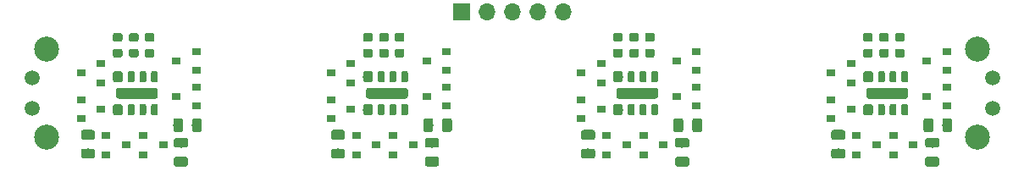
<source format=gbr>
G04 #@! TF.GenerationSoftware,KiCad,Pcbnew,(5.1.2)-2*
G04 #@! TF.CreationDate,2020-02-18T23:36:01-05:00*
G04 #@! TF.ProjectId,_autosave-AddressableLED,5f617574-6f73-4617-9665-2d4164647265,rev?*
G04 #@! TF.SameCoordinates,Original*
G04 #@! TF.FileFunction,Soldermask,Top*
G04 #@! TF.FilePolarity,Negative*
%FSLAX46Y46*%
G04 Gerber Fmt 4.6, Leading zero omitted, Abs format (unit mm)*
G04 Created by KiCad (PCBNEW (5.1.2)-2) date 2020-02-18 23:36:01*
%MOMM*%
%LPD*%
G04 APERTURE LIST*
%ADD10C,1.500000*%
%ADD11C,2.500000*%
%ADD12C,0.100000*%
%ADD13C,1.100000*%
%ADD14C,0.670000*%
%ADD15C,0.980000*%
%ADD16O,1.700000X1.700000*%
%ADD17R,1.700000X1.700000*%
%ADD18R,0.900000X0.800000*%
%ADD19C,0.975000*%
%ADD20C,0.875000*%
G04 APERTURE END LIST*
D10*
X188000000Y-108500000D03*
D11*
X186500000Y-105600000D03*
D10*
X188000000Y-111500000D03*
D11*
X186500000Y-114400000D03*
D10*
X92000000Y-111500000D03*
D11*
X93500000Y-114400000D03*
D10*
X92000000Y-108500000D03*
D11*
X93500000Y-105600000D03*
D12*
G36*
X179341955Y-109451324D02*
G01*
X179368650Y-109455284D01*
X179394828Y-109461841D01*
X179420238Y-109470933D01*
X179444634Y-109482472D01*
X179467782Y-109496346D01*
X179489458Y-109512422D01*
X179509454Y-109530546D01*
X179527578Y-109550542D01*
X179543654Y-109572218D01*
X179557528Y-109595366D01*
X179569067Y-109619762D01*
X179578159Y-109645172D01*
X179584716Y-109671350D01*
X179588676Y-109698045D01*
X179590000Y-109725000D01*
X179590000Y-110275000D01*
X179588676Y-110301955D01*
X179584716Y-110328650D01*
X179578159Y-110354828D01*
X179569067Y-110380238D01*
X179557528Y-110404634D01*
X179543654Y-110427782D01*
X179527578Y-110449458D01*
X179509454Y-110469454D01*
X179489458Y-110487578D01*
X179467782Y-110503654D01*
X179444634Y-110517528D01*
X179420238Y-110529067D01*
X179394828Y-110538159D01*
X179368650Y-110544716D01*
X179341955Y-110548676D01*
X179315000Y-110550000D01*
X175685000Y-110550000D01*
X175658045Y-110548676D01*
X175631350Y-110544716D01*
X175605172Y-110538159D01*
X175579762Y-110529067D01*
X175555366Y-110517528D01*
X175532218Y-110503654D01*
X175510542Y-110487578D01*
X175490546Y-110469454D01*
X175472422Y-110449458D01*
X175456346Y-110427782D01*
X175442472Y-110404634D01*
X175430933Y-110380238D01*
X175421841Y-110354828D01*
X175415284Y-110328650D01*
X175411324Y-110301955D01*
X175410000Y-110275000D01*
X175410000Y-109725000D01*
X175411324Y-109698045D01*
X175415284Y-109671350D01*
X175421841Y-109645172D01*
X175430933Y-109619762D01*
X175442472Y-109595366D01*
X175456346Y-109572218D01*
X175472422Y-109550542D01*
X175490546Y-109530546D01*
X175510542Y-109512422D01*
X175532218Y-109496346D01*
X175555366Y-109482472D01*
X175579762Y-109470933D01*
X175605172Y-109461841D01*
X175631350Y-109455284D01*
X175658045Y-109451324D01*
X175685000Y-109450000D01*
X179315000Y-109450000D01*
X179341955Y-109451324D01*
X179341955Y-109451324D01*
G37*
D13*
X177500000Y-110000000D03*
D12*
G36*
X179438918Y-111098307D02*
G01*
X179455178Y-111100718D01*
X179471123Y-111104712D01*
X179486599Y-111110250D01*
X179501459Y-111117278D01*
X179515558Y-111125729D01*
X179528761Y-111135521D01*
X179540940Y-111146560D01*
X179551979Y-111158739D01*
X179561771Y-111171942D01*
X179570222Y-111186041D01*
X179577250Y-111200901D01*
X179582788Y-111216377D01*
X179586782Y-111232322D01*
X179589193Y-111248582D01*
X179590000Y-111265000D01*
X179590000Y-112030000D01*
X179589193Y-112046418D01*
X179586782Y-112062678D01*
X179582788Y-112078623D01*
X179577250Y-112094099D01*
X179570222Y-112108959D01*
X179561771Y-112123058D01*
X179551979Y-112136261D01*
X179540940Y-112148440D01*
X179528761Y-112159479D01*
X179515558Y-112169271D01*
X179501459Y-112177722D01*
X179486599Y-112184750D01*
X179471123Y-112190288D01*
X179455178Y-112194282D01*
X179438918Y-112196693D01*
X179422500Y-112197500D01*
X179087500Y-112197500D01*
X179071082Y-112196693D01*
X179054822Y-112194282D01*
X179038877Y-112190288D01*
X179023401Y-112184750D01*
X179008541Y-112177722D01*
X178994442Y-112169271D01*
X178981239Y-112159479D01*
X178969060Y-112148440D01*
X178958021Y-112136261D01*
X178948229Y-112123058D01*
X178939778Y-112108959D01*
X178932750Y-112094099D01*
X178927212Y-112078623D01*
X178923218Y-112062678D01*
X178920807Y-112046418D01*
X178920000Y-112030000D01*
X178920000Y-111265000D01*
X178920807Y-111248582D01*
X178923218Y-111232322D01*
X178927212Y-111216377D01*
X178932750Y-111200901D01*
X178939778Y-111186041D01*
X178948229Y-111171942D01*
X178958021Y-111158739D01*
X178969060Y-111146560D01*
X178981239Y-111135521D01*
X178994442Y-111125729D01*
X179008541Y-111117278D01*
X179023401Y-111110250D01*
X179038877Y-111104712D01*
X179054822Y-111100718D01*
X179071082Y-111098307D01*
X179087500Y-111097500D01*
X179422500Y-111097500D01*
X179438918Y-111098307D01*
X179438918Y-111098307D01*
G37*
D14*
X179255000Y-111647500D03*
D12*
G36*
X179438918Y-107803307D02*
G01*
X179455178Y-107805718D01*
X179471123Y-107809712D01*
X179486599Y-107815250D01*
X179501459Y-107822278D01*
X179515558Y-107830729D01*
X179528761Y-107840521D01*
X179540940Y-107851560D01*
X179551979Y-107863739D01*
X179561771Y-107876942D01*
X179570222Y-107891041D01*
X179577250Y-107905901D01*
X179582788Y-107921377D01*
X179586782Y-107937322D01*
X179589193Y-107953582D01*
X179590000Y-107970000D01*
X179590000Y-108735000D01*
X179589193Y-108751418D01*
X179586782Y-108767678D01*
X179582788Y-108783623D01*
X179577250Y-108799099D01*
X179570222Y-108813959D01*
X179561771Y-108828058D01*
X179551979Y-108841261D01*
X179540940Y-108853440D01*
X179528761Y-108864479D01*
X179515558Y-108874271D01*
X179501459Y-108882722D01*
X179486599Y-108889750D01*
X179471123Y-108895288D01*
X179455178Y-108899282D01*
X179438918Y-108901693D01*
X179422500Y-108902500D01*
X179087500Y-108902500D01*
X179071082Y-108901693D01*
X179054822Y-108899282D01*
X179038877Y-108895288D01*
X179023401Y-108889750D01*
X179008541Y-108882722D01*
X178994442Y-108874271D01*
X178981239Y-108864479D01*
X178969060Y-108853440D01*
X178958021Y-108841261D01*
X178948229Y-108828058D01*
X178939778Y-108813959D01*
X178932750Y-108799099D01*
X178927212Y-108783623D01*
X178923218Y-108767678D01*
X178920807Y-108751418D01*
X178920000Y-108735000D01*
X178920000Y-107970000D01*
X178920807Y-107953582D01*
X178923218Y-107937322D01*
X178927212Y-107921377D01*
X178932750Y-107905901D01*
X178939778Y-107891041D01*
X178948229Y-107876942D01*
X178958021Y-107863739D01*
X178969060Y-107851560D01*
X178981239Y-107840521D01*
X178994442Y-107830729D01*
X179008541Y-107822278D01*
X179023401Y-107815250D01*
X179038877Y-107809712D01*
X179054822Y-107805718D01*
X179071082Y-107803307D01*
X179087500Y-107802500D01*
X179422500Y-107802500D01*
X179438918Y-107803307D01*
X179438918Y-107803307D01*
G37*
D14*
X179255000Y-108352500D03*
D12*
G36*
X178268918Y-111098307D02*
G01*
X178285178Y-111100718D01*
X178301123Y-111104712D01*
X178316599Y-111110250D01*
X178331459Y-111117278D01*
X178345558Y-111125729D01*
X178358761Y-111135521D01*
X178370940Y-111146560D01*
X178381979Y-111158739D01*
X178391771Y-111171942D01*
X178400222Y-111186041D01*
X178407250Y-111200901D01*
X178412788Y-111216377D01*
X178416782Y-111232322D01*
X178419193Y-111248582D01*
X178420000Y-111265000D01*
X178420000Y-112030000D01*
X178419193Y-112046418D01*
X178416782Y-112062678D01*
X178412788Y-112078623D01*
X178407250Y-112094099D01*
X178400222Y-112108959D01*
X178391771Y-112123058D01*
X178381979Y-112136261D01*
X178370940Y-112148440D01*
X178358761Y-112159479D01*
X178345558Y-112169271D01*
X178331459Y-112177722D01*
X178316599Y-112184750D01*
X178301123Y-112190288D01*
X178285178Y-112194282D01*
X178268918Y-112196693D01*
X178252500Y-112197500D01*
X177917500Y-112197500D01*
X177901082Y-112196693D01*
X177884822Y-112194282D01*
X177868877Y-112190288D01*
X177853401Y-112184750D01*
X177838541Y-112177722D01*
X177824442Y-112169271D01*
X177811239Y-112159479D01*
X177799060Y-112148440D01*
X177788021Y-112136261D01*
X177778229Y-112123058D01*
X177769778Y-112108959D01*
X177762750Y-112094099D01*
X177757212Y-112078623D01*
X177753218Y-112062678D01*
X177750807Y-112046418D01*
X177750000Y-112030000D01*
X177750000Y-111265000D01*
X177750807Y-111248582D01*
X177753218Y-111232322D01*
X177757212Y-111216377D01*
X177762750Y-111200901D01*
X177769778Y-111186041D01*
X177778229Y-111171942D01*
X177788021Y-111158739D01*
X177799060Y-111146560D01*
X177811239Y-111135521D01*
X177824442Y-111125729D01*
X177838541Y-111117278D01*
X177853401Y-111110250D01*
X177868877Y-111104712D01*
X177884822Y-111100718D01*
X177901082Y-111098307D01*
X177917500Y-111097500D01*
X178252500Y-111097500D01*
X178268918Y-111098307D01*
X178268918Y-111098307D01*
G37*
D14*
X178085000Y-111647500D03*
D12*
G36*
X178268918Y-107803307D02*
G01*
X178285178Y-107805718D01*
X178301123Y-107809712D01*
X178316599Y-107815250D01*
X178331459Y-107822278D01*
X178345558Y-107830729D01*
X178358761Y-107840521D01*
X178370940Y-107851560D01*
X178381979Y-107863739D01*
X178391771Y-107876942D01*
X178400222Y-107891041D01*
X178407250Y-107905901D01*
X178412788Y-107921377D01*
X178416782Y-107937322D01*
X178419193Y-107953582D01*
X178420000Y-107970000D01*
X178420000Y-108735000D01*
X178419193Y-108751418D01*
X178416782Y-108767678D01*
X178412788Y-108783623D01*
X178407250Y-108799099D01*
X178400222Y-108813959D01*
X178391771Y-108828058D01*
X178381979Y-108841261D01*
X178370940Y-108853440D01*
X178358761Y-108864479D01*
X178345558Y-108874271D01*
X178331459Y-108882722D01*
X178316599Y-108889750D01*
X178301123Y-108895288D01*
X178285178Y-108899282D01*
X178268918Y-108901693D01*
X178252500Y-108902500D01*
X177917500Y-108902500D01*
X177901082Y-108901693D01*
X177884822Y-108899282D01*
X177868877Y-108895288D01*
X177853401Y-108889750D01*
X177838541Y-108882722D01*
X177824442Y-108874271D01*
X177811239Y-108864479D01*
X177799060Y-108853440D01*
X177788021Y-108841261D01*
X177778229Y-108828058D01*
X177769778Y-108813959D01*
X177762750Y-108799099D01*
X177757212Y-108783623D01*
X177753218Y-108767678D01*
X177750807Y-108751418D01*
X177750000Y-108735000D01*
X177750000Y-107970000D01*
X177750807Y-107953582D01*
X177753218Y-107937322D01*
X177757212Y-107921377D01*
X177762750Y-107905901D01*
X177769778Y-107891041D01*
X177778229Y-107876942D01*
X177788021Y-107863739D01*
X177799060Y-107851560D01*
X177811239Y-107840521D01*
X177824442Y-107830729D01*
X177838541Y-107822278D01*
X177853401Y-107815250D01*
X177868877Y-107809712D01*
X177884822Y-107805718D01*
X177901082Y-107803307D01*
X177917500Y-107802500D01*
X178252500Y-107802500D01*
X178268918Y-107803307D01*
X178268918Y-107803307D01*
G37*
D14*
X178085000Y-108352500D03*
D12*
G36*
X177098918Y-111098307D02*
G01*
X177115178Y-111100718D01*
X177131123Y-111104712D01*
X177146599Y-111110250D01*
X177161459Y-111117278D01*
X177175558Y-111125729D01*
X177188761Y-111135521D01*
X177200940Y-111146560D01*
X177211979Y-111158739D01*
X177221771Y-111171942D01*
X177230222Y-111186041D01*
X177237250Y-111200901D01*
X177242788Y-111216377D01*
X177246782Y-111232322D01*
X177249193Y-111248582D01*
X177250000Y-111265000D01*
X177250000Y-112030000D01*
X177249193Y-112046418D01*
X177246782Y-112062678D01*
X177242788Y-112078623D01*
X177237250Y-112094099D01*
X177230222Y-112108959D01*
X177221771Y-112123058D01*
X177211979Y-112136261D01*
X177200940Y-112148440D01*
X177188761Y-112159479D01*
X177175558Y-112169271D01*
X177161459Y-112177722D01*
X177146599Y-112184750D01*
X177131123Y-112190288D01*
X177115178Y-112194282D01*
X177098918Y-112196693D01*
X177082500Y-112197500D01*
X176747500Y-112197500D01*
X176731082Y-112196693D01*
X176714822Y-112194282D01*
X176698877Y-112190288D01*
X176683401Y-112184750D01*
X176668541Y-112177722D01*
X176654442Y-112169271D01*
X176641239Y-112159479D01*
X176629060Y-112148440D01*
X176618021Y-112136261D01*
X176608229Y-112123058D01*
X176599778Y-112108959D01*
X176592750Y-112094099D01*
X176587212Y-112078623D01*
X176583218Y-112062678D01*
X176580807Y-112046418D01*
X176580000Y-112030000D01*
X176580000Y-111265000D01*
X176580807Y-111248582D01*
X176583218Y-111232322D01*
X176587212Y-111216377D01*
X176592750Y-111200901D01*
X176599778Y-111186041D01*
X176608229Y-111171942D01*
X176618021Y-111158739D01*
X176629060Y-111146560D01*
X176641239Y-111135521D01*
X176654442Y-111125729D01*
X176668541Y-111117278D01*
X176683401Y-111110250D01*
X176698877Y-111104712D01*
X176714822Y-111100718D01*
X176731082Y-111098307D01*
X176747500Y-111097500D01*
X177082500Y-111097500D01*
X177098918Y-111098307D01*
X177098918Y-111098307D01*
G37*
D14*
X176915000Y-111647500D03*
D12*
G36*
X177098918Y-107803307D02*
G01*
X177115178Y-107805718D01*
X177131123Y-107809712D01*
X177146599Y-107815250D01*
X177161459Y-107822278D01*
X177175558Y-107830729D01*
X177188761Y-107840521D01*
X177200940Y-107851560D01*
X177211979Y-107863739D01*
X177221771Y-107876942D01*
X177230222Y-107891041D01*
X177237250Y-107905901D01*
X177242788Y-107921377D01*
X177246782Y-107937322D01*
X177249193Y-107953582D01*
X177250000Y-107970000D01*
X177250000Y-108735000D01*
X177249193Y-108751418D01*
X177246782Y-108767678D01*
X177242788Y-108783623D01*
X177237250Y-108799099D01*
X177230222Y-108813959D01*
X177221771Y-108828058D01*
X177211979Y-108841261D01*
X177200940Y-108853440D01*
X177188761Y-108864479D01*
X177175558Y-108874271D01*
X177161459Y-108882722D01*
X177146599Y-108889750D01*
X177131123Y-108895288D01*
X177115178Y-108899282D01*
X177098918Y-108901693D01*
X177082500Y-108902500D01*
X176747500Y-108902500D01*
X176731082Y-108901693D01*
X176714822Y-108899282D01*
X176698877Y-108895288D01*
X176683401Y-108889750D01*
X176668541Y-108882722D01*
X176654442Y-108874271D01*
X176641239Y-108864479D01*
X176629060Y-108853440D01*
X176618021Y-108841261D01*
X176608229Y-108828058D01*
X176599778Y-108813959D01*
X176592750Y-108799099D01*
X176587212Y-108783623D01*
X176583218Y-108767678D01*
X176580807Y-108751418D01*
X176580000Y-108735000D01*
X176580000Y-107970000D01*
X176580807Y-107953582D01*
X176583218Y-107937322D01*
X176587212Y-107921377D01*
X176592750Y-107905901D01*
X176599778Y-107891041D01*
X176608229Y-107876942D01*
X176618021Y-107863739D01*
X176629060Y-107851560D01*
X176641239Y-107840521D01*
X176654442Y-107830729D01*
X176668541Y-107822278D01*
X176683401Y-107815250D01*
X176698877Y-107809712D01*
X176714822Y-107805718D01*
X176731082Y-107803307D01*
X176747500Y-107802500D01*
X177082500Y-107802500D01*
X177098918Y-107803307D01*
X177098918Y-107803307D01*
G37*
D14*
X176915000Y-108352500D03*
D12*
G36*
X175859014Y-111098680D02*
G01*
X175882797Y-111102208D01*
X175906120Y-111108050D01*
X175928757Y-111116150D01*
X175950492Y-111126429D01*
X175971115Y-111138790D01*
X175990426Y-111153112D01*
X176008241Y-111169259D01*
X176024388Y-111187074D01*
X176038710Y-111206385D01*
X176051071Y-111227008D01*
X176061350Y-111248743D01*
X176069450Y-111271380D01*
X176075292Y-111294703D01*
X176078820Y-111318486D01*
X176080000Y-111342500D01*
X176080000Y-111952500D01*
X176078820Y-111976514D01*
X176075292Y-112000297D01*
X176069450Y-112023620D01*
X176061350Y-112046257D01*
X176051071Y-112067992D01*
X176038710Y-112088615D01*
X176024388Y-112107926D01*
X176008241Y-112125741D01*
X175990426Y-112141888D01*
X175971115Y-112156210D01*
X175950492Y-112168571D01*
X175928757Y-112178850D01*
X175906120Y-112186950D01*
X175882797Y-112192792D01*
X175859014Y-112196320D01*
X175835000Y-112197500D01*
X175345000Y-112197500D01*
X175320986Y-112196320D01*
X175297203Y-112192792D01*
X175273880Y-112186950D01*
X175251243Y-112178850D01*
X175229508Y-112168571D01*
X175208885Y-112156210D01*
X175189574Y-112141888D01*
X175171759Y-112125741D01*
X175155612Y-112107926D01*
X175141290Y-112088615D01*
X175128929Y-112067992D01*
X175118650Y-112046257D01*
X175110550Y-112023620D01*
X175104708Y-112000297D01*
X175101180Y-111976514D01*
X175100000Y-111952500D01*
X175100000Y-111342500D01*
X175101180Y-111318486D01*
X175104708Y-111294703D01*
X175110550Y-111271380D01*
X175118650Y-111248743D01*
X175128929Y-111227008D01*
X175141290Y-111206385D01*
X175155612Y-111187074D01*
X175171759Y-111169259D01*
X175189574Y-111153112D01*
X175208885Y-111138790D01*
X175229508Y-111126429D01*
X175251243Y-111116150D01*
X175273880Y-111108050D01*
X175297203Y-111102208D01*
X175320986Y-111098680D01*
X175345000Y-111097500D01*
X175835000Y-111097500D01*
X175859014Y-111098680D01*
X175859014Y-111098680D01*
G37*
D15*
X175590000Y-111647500D03*
D12*
G36*
X175859014Y-107803680D02*
G01*
X175882797Y-107807208D01*
X175906120Y-107813050D01*
X175928757Y-107821150D01*
X175950492Y-107831429D01*
X175971115Y-107843790D01*
X175990426Y-107858112D01*
X176008241Y-107874259D01*
X176024388Y-107892074D01*
X176038710Y-107911385D01*
X176051071Y-107932008D01*
X176061350Y-107953743D01*
X176069450Y-107976380D01*
X176075292Y-107999703D01*
X176078820Y-108023486D01*
X176080000Y-108047500D01*
X176080000Y-108657500D01*
X176078820Y-108681514D01*
X176075292Y-108705297D01*
X176069450Y-108728620D01*
X176061350Y-108751257D01*
X176051071Y-108772992D01*
X176038710Y-108793615D01*
X176024388Y-108812926D01*
X176008241Y-108830741D01*
X175990426Y-108846888D01*
X175971115Y-108861210D01*
X175950492Y-108873571D01*
X175928757Y-108883850D01*
X175906120Y-108891950D01*
X175882797Y-108897792D01*
X175859014Y-108901320D01*
X175835000Y-108902500D01*
X175345000Y-108902500D01*
X175320986Y-108901320D01*
X175297203Y-108897792D01*
X175273880Y-108891950D01*
X175251243Y-108883850D01*
X175229508Y-108873571D01*
X175208885Y-108861210D01*
X175189574Y-108846888D01*
X175171759Y-108830741D01*
X175155612Y-108812926D01*
X175141290Y-108793615D01*
X175128929Y-108772992D01*
X175118650Y-108751257D01*
X175110550Y-108728620D01*
X175104708Y-108705297D01*
X175101180Y-108681514D01*
X175100000Y-108657500D01*
X175100000Y-108047500D01*
X175101180Y-108023486D01*
X175104708Y-107999703D01*
X175110550Y-107976380D01*
X175118650Y-107953743D01*
X175128929Y-107932008D01*
X175141290Y-107911385D01*
X175155612Y-107892074D01*
X175171759Y-107874259D01*
X175189574Y-107858112D01*
X175208885Y-107843790D01*
X175229508Y-107831429D01*
X175251243Y-107821150D01*
X175273880Y-107813050D01*
X175297203Y-107807208D01*
X175320986Y-107803680D01*
X175345000Y-107802500D01*
X175835000Y-107802500D01*
X175859014Y-107803680D01*
X175859014Y-107803680D01*
G37*
D15*
X175590000Y-108352500D03*
D12*
G36*
X154341955Y-109451324D02*
G01*
X154368650Y-109455284D01*
X154394828Y-109461841D01*
X154420238Y-109470933D01*
X154444634Y-109482472D01*
X154467782Y-109496346D01*
X154489458Y-109512422D01*
X154509454Y-109530546D01*
X154527578Y-109550542D01*
X154543654Y-109572218D01*
X154557528Y-109595366D01*
X154569067Y-109619762D01*
X154578159Y-109645172D01*
X154584716Y-109671350D01*
X154588676Y-109698045D01*
X154590000Y-109725000D01*
X154590000Y-110275000D01*
X154588676Y-110301955D01*
X154584716Y-110328650D01*
X154578159Y-110354828D01*
X154569067Y-110380238D01*
X154557528Y-110404634D01*
X154543654Y-110427782D01*
X154527578Y-110449458D01*
X154509454Y-110469454D01*
X154489458Y-110487578D01*
X154467782Y-110503654D01*
X154444634Y-110517528D01*
X154420238Y-110529067D01*
X154394828Y-110538159D01*
X154368650Y-110544716D01*
X154341955Y-110548676D01*
X154315000Y-110550000D01*
X150685000Y-110550000D01*
X150658045Y-110548676D01*
X150631350Y-110544716D01*
X150605172Y-110538159D01*
X150579762Y-110529067D01*
X150555366Y-110517528D01*
X150532218Y-110503654D01*
X150510542Y-110487578D01*
X150490546Y-110469454D01*
X150472422Y-110449458D01*
X150456346Y-110427782D01*
X150442472Y-110404634D01*
X150430933Y-110380238D01*
X150421841Y-110354828D01*
X150415284Y-110328650D01*
X150411324Y-110301955D01*
X150410000Y-110275000D01*
X150410000Y-109725000D01*
X150411324Y-109698045D01*
X150415284Y-109671350D01*
X150421841Y-109645172D01*
X150430933Y-109619762D01*
X150442472Y-109595366D01*
X150456346Y-109572218D01*
X150472422Y-109550542D01*
X150490546Y-109530546D01*
X150510542Y-109512422D01*
X150532218Y-109496346D01*
X150555366Y-109482472D01*
X150579762Y-109470933D01*
X150605172Y-109461841D01*
X150631350Y-109455284D01*
X150658045Y-109451324D01*
X150685000Y-109450000D01*
X154315000Y-109450000D01*
X154341955Y-109451324D01*
X154341955Y-109451324D01*
G37*
D13*
X152500000Y-110000000D03*
D12*
G36*
X154438918Y-111098307D02*
G01*
X154455178Y-111100718D01*
X154471123Y-111104712D01*
X154486599Y-111110250D01*
X154501459Y-111117278D01*
X154515558Y-111125729D01*
X154528761Y-111135521D01*
X154540940Y-111146560D01*
X154551979Y-111158739D01*
X154561771Y-111171942D01*
X154570222Y-111186041D01*
X154577250Y-111200901D01*
X154582788Y-111216377D01*
X154586782Y-111232322D01*
X154589193Y-111248582D01*
X154590000Y-111265000D01*
X154590000Y-112030000D01*
X154589193Y-112046418D01*
X154586782Y-112062678D01*
X154582788Y-112078623D01*
X154577250Y-112094099D01*
X154570222Y-112108959D01*
X154561771Y-112123058D01*
X154551979Y-112136261D01*
X154540940Y-112148440D01*
X154528761Y-112159479D01*
X154515558Y-112169271D01*
X154501459Y-112177722D01*
X154486599Y-112184750D01*
X154471123Y-112190288D01*
X154455178Y-112194282D01*
X154438918Y-112196693D01*
X154422500Y-112197500D01*
X154087500Y-112197500D01*
X154071082Y-112196693D01*
X154054822Y-112194282D01*
X154038877Y-112190288D01*
X154023401Y-112184750D01*
X154008541Y-112177722D01*
X153994442Y-112169271D01*
X153981239Y-112159479D01*
X153969060Y-112148440D01*
X153958021Y-112136261D01*
X153948229Y-112123058D01*
X153939778Y-112108959D01*
X153932750Y-112094099D01*
X153927212Y-112078623D01*
X153923218Y-112062678D01*
X153920807Y-112046418D01*
X153920000Y-112030000D01*
X153920000Y-111265000D01*
X153920807Y-111248582D01*
X153923218Y-111232322D01*
X153927212Y-111216377D01*
X153932750Y-111200901D01*
X153939778Y-111186041D01*
X153948229Y-111171942D01*
X153958021Y-111158739D01*
X153969060Y-111146560D01*
X153981239Y-111135521D01*
X153994442Y-111125729D01*
X154008541Y-111117278D01*
X154023401Y-111110250D01*
X154038877Y-111104712D01*
X154054822Y-111100718D01*
X154071082Y-111098307D01*
X154087500Y-111097500D01*
X154422500Y-111097500D01*
X154438918Y-111098307D01*
X154438918Y-111098307D01*
G37*
D14*
X154255000Y-111647500D03*
D12*
G36*
X154438918Y-107803307D02*
G01*
X154455178Y-107805718D01*
X154471123Y-107809712D01*
X154486599Y-107815250D01*
X154501459Y-107822278D01*
X154515558Y-107830729D01*
X154528761Y-107840521D01*
X154540940Y-107851560D01*
X154551979Y-107863739D01*
X154561771Y-107876942D01*
X154570222Y-107891041D01*
X154577250Y-107905901D01*
X154582788Y-107921377D01*
X154586782Y-107937322D01*
X154589193Y-107953582D01*
X154590000Y-107970000D01*
X154590000Y-108735000D01*
X154589193Y-108751418D01*
X154586782Y-108767678D01*
X154582788Y-108783623D01*
X154577250Y-108799099D01*
X154570222Y-108813959D01*
X154561771Y-108828058D01*
X154551979Y-108841261D01*
X154540940Y-108853440D01*
X154528761Y-108864479D01*
X154515558Y-108874271D01*
X154501459Y-108882722D01*
X154486599Y-108889750D01*
X154471123Y-108895288D01*
X154455178Y-108899282D01*
X154438918Y-108901693D01*
X154422500Y-108902500D01*
X154087500Y-108902500D01*
X154071082Y-108901693D01*
X154054822Y-108899282D01*
X154038877Y-108895288D01*
X154023401Y-108889750D01*
X154008541Y-108882722D01*
X153994442Y-108874271D01*
X153981239Y-108864479D01*
X153969060Y-108853440D01*
X153958021Y-108841261D01*
X153948229Y-108828058D01*
X153939778Y-108813959D01*
X153932750Y-108799099D01*
X153927212Y-108783623D01*
X153923218Y-108767678D01*
X153920807Y-108751418D01*
X153920000Y-108735000D01*
X153920000Y-107970000D01*
X153920807Y-107953582D01*
X153923218Y-107937322D01*
X153927212Y-107921377D01*
X153932750Y-107905901D01*
X153939778Y-107891041D01*
X153948229Y-107876942D01*
X153958021Y-107863739D01*
X153969060Y-107851560D01*
X153981239Y-107840521D01*
X153994442Y-107830729D01*
X154008541Y-107822278D01*
X154023401Y-107815250D01*
X154038877Y-107809712D01*
X154054822Y-107805718D01*
X154071082Y-107803307D01*
X154087500Y-107802500D01*
X154422500Y-107802500D01*
X154438918Y-107803307D01*
X154438918Y-107803307D01*
G37*
D14*
X154255000Y-108352500D03*
D12*
G36*
X153268918Y-111098307D02*
G01*
X153285178Y-111100718D01*
X153301123Y-111104712D01*
X153316599Y-111110250D01*
X153331459Y-111117278D01*
X153345558Y-111125729D01*
X153358761Y-111135521D01*
X153370940Y-111146560D01*
X153381979Y-111158739D01*
X153391771Y-111171942D01*
X153400222Y-111186041D01*
X153407250Y-111200901D01*
X153412788Y-111216377D01*
X153416782Y-111232322D01*
X153419193Y-111248582D01*
X153420000Y-111265000D01*
X153420000Y-112030000D01*
X153419193Y-112046418D01*
X153416782Y-112062678D01*
X153412788Y-112078623D01*
X153407250Y-112094099D01*
X153400222Y-112108959D01*
X153391771Y-112123058D01*
X153381979Y-112136261D01*
X153370940Y-112148440D01*
X153358761Y-112159479D01*
X153345558Y-112169271D01*
X153331459Y-112177722D01*
X153316599Y-112184750D01*
X153301123Y-112190288D01*
X153285178Y-112194282D01*
X153268918Y-112196693D01*
X153252500Y-112197500D01*
X152917500Y-112197500D01*
X152901082Y-112196693D01*
X152884822Y-112194282D01*
X152868877Y-112190288D01*
X152853401Y-112184750D01*
X152838541Y-112177722D01*
X152824442Y-112169271D01*
X152811239Y-112159479D01*
X152799060Y-112148440D01*
X152788021Y-112136261D01*
X152778229Y-112123058D01*
X152769778Y-112108959D01*
X152762750Y-112094099D01*
X152757212Y-112078623D01*
X152753218Y-112062678D01*
X152750807Y-112046418D01*
X152750000Y-112030000D01*
X152750000Y-111265000D01*
X152750807Y-111248582D01*
X152753218Y-111232322D01*
X152757212Y-111216377D01*
X152762750Y-111200901D01*
X152769778Y-111186041D01*
X152778229Y-111171942D01*
X152788021Y-111158739D01*
X152799060Y-111146560D01*
X152811239Y-111135521D01*
X152824442Y-111125729D01*
X152838541Y-111117278D01*
X152853401Y-111110250D01*
X152868877Y-111104712D01*
X152884822Y-111100718D01*
X152901082Y-111098307D01*
X152917500Y-111097500D01*
X153252500Y-111097500D01*
X153268918Y-111098307D01*
X153268918Y-111098307D01*
G37*
D14*
X153085000Y-111647500D03*
D12*
G36*
X153268918Y-107803307D02*
G01*
X153285178Y-107805718D01*
X153301123Y-107809712D01*
X153316599Y-107815250D01*
X153331459Y-107822278D01*
X153345558Y-107830729D01*
X153358761Y-107840521D01*
X153370940Y-107851560D01*
X153381979Y-107863739D01*
X153391771Y-107876942D01*
X153400222Y-107891041D01*
X153407250Y-107905901D01*
X153412788Y-107921377D01*
X153416782Y-107937322D01*
X153419193Y-107953582D01*
X153420000Y-107970000D01*
X153420000Y-108735000D01*
X153419193Y-108751418D01*
X153416782Y-108767678D01*
X153412788Y-108783623D01*
X153407250Y-108799099D01*
X153400222Y-108813959D01*
X153391771Y-108828058D01*
X153381979Y-108841261D01*
X153370940Y-108853440D01*
X153358761Y-108864479D01*
X153345558Y-108874271D01*
X153331459Y-108882722D01*
X153316599Y-108889750D01*
X153301123Y-108895288D01*
X153285178Y-108899282D01*
X153268918Y-108901693D01*
X153252500Y-108902500D01*
X152917500Y-108902500D01*
X152901082Y-108901693D01*
X152884822Y-108899282D01*
X152868877Y-108895288D01*
X152853401Y-108889750D01*
X152838541Y-108882722D01*
X152824442Y-108874271D01*
X152811239Y-108864479D01*
X152799060Y-108853440D01*
X152788021Y-108841261D01*
X152778229Y-108828058D01*
X152769778Y-108813959D01*
X152762750Y-108799099D01*
X152757212Y-108783623D01*
X152753218Y-108767678D01*
X152750807Y-108751418D01*
X152750000Y-108735000D01*
X152750000Y-107970000D01*
X152750807Y-107953582D01*
X152753218Y-107937322D01*
X152757212Y-107921377D01*
X152762750Y-107905901D01*
X152769778Y-107891041D01*
X152778229Y-107876942D01*
X152788021Y-107863739D01*
X152799060Y-107851560D01*
X152811239Y-107840521D01*
X152824442Y-107830729D01*
X152838541Y-107822278D01*
X152853401Y-107815250D01*
X152868877Y-107809712D01*
X152884822Y-107805718D01*
X152901082Y-107803307D01*
X152917500Y-107802500D01*
X153252500Y-107802500D01*
X153268918Y-107803307D01*
X153268918Y-107803307D01*
G37*
D14*
X153085000Y-108352500D03*
D12*
G36*
X152098918Y-111098307D02*
G01*
X152115178Y-111100718D01*
X152131123Y-111104712D01*
X152146599Y-111110250D01*
X152161459Y-111117278D01*
X152175558Y-111125729D01*
X152188761Y-111135521D01*
X152200940Y-111146560D01*
X152211979Y-111158739D01*
X152221771Y-111171942D01*
X152230222Y-111186041D01*
X152237250Y-111200901D01*
X152242788Y-111216377D01*
X152246782Y-111232322D01*
X152249193Y-111248582D01*
X152250000Y-111265000D01*
X152250000Y-112030000D01*
X152249193Y-112046418D01*
X152246782Y-112062678D01*
X152242788Y-112078623D01*
X152237250Y-112094099D01*
X152230222Y-112108959D01*
X152221771Y-112123058D01*
X152211979Y-112136261D01*
X152200940Y-112148440D01*
X152188761Y-112159479D01*
X152175558Y-112169271D01*
X152161459Y-112177722D01*
X152146599Y-112184750D01*
X152131123Y-112190288D01*
X152115178Y-112194282D01*
X152098918Y-112196693D01*
X152082500Y-112197500D01*
X151747500Y-112197500D01*
X151731082Y-112196693D01*
X151714822Y-112194282D01*
X151698877Y-112190288D01*
X151683401Y-112184750D01*
X151668541Y-112177722D01*
X151654442Y-112169271D01*
X151641239Y-112159479D01*
X151629060Y-112148440D01*
X151618021Y-112136261D01*
X151608229Y-112123058D01*
X151599778Y-112108959D01*
X151592750Y-112094099D01*
X151587212Y-112078623D01*
X151583218Y-112062678D01*
X151580807Y-112046418D01*
X151580000Y-112030000D01*
X151580000Y-111265000D01*
X151580807Y-111248582D01*
X151583218Y-111232322D01*
X151587212Y-111216377D01*
X151592750Y-111200901D01*
X151599778Y-111186041D01*
X151608229Y-111171942D01*
X151618021Y-111158739D01*
X151629060Y-111146560D01*
X151641239Y-111135521D01*
X151654442Y-111125729D01*
X151668541Y-111117278D01*
X151683401Y-111110250D01*
X151698877Y-111104712D01*
X151714822Y-111100718D01*
X151731082Y-111098307D01*
X151747500Y-111097500D01*
X152082500Y-111097500D01*
X152098918Y-111098307D01*
X152098918Y-111098307D01*
G37*
D14*
X151915000Y-111647500D03*
D12*
G36*
X152098918Y-107803307D02*
G01*
X152115178Y-107805718D01*
X152131123Y-107809712D01*
X152146599Y-107815250D01*
X152161459Y-107822278D01*
X152175558Y-107830729D01*
X152188761Y-107840521D01*
X152200940Y-107851560D01*
X152211979Y-107863739D01*
X152221771Y-107876942D01*
X152230222Y-107891041D01*
X152237250Y-107905901D01*
X152242788Y-107921377D01*
X152246782Y-107937322D01*
X152249193Y-107953582D01*
X152250000Y-107970000D01*
X152250000Y-108735000D01*
X152249193Y-108751418D01*
X152246782Y-108767678D01*
X152242788Y-108783623D01*
X152237250Y-108799099D01*
X152230222Y-108813959D01*
X152221771Y-108828058D01*
X152211979Y-108841261D01*
X152200940Y-108853440D01*
X152188761Y-108864479D01*
X152175558Y-108874271D01*
X152161459Y-108882722D01*
X152146599Y-108889750D01*
X152131123Y-108895288D01*
X152115178Y-108899282D01*
X152098918Y-108901693D01*
X152082500Y-108902500D01*
X151747500Y-108902500D01*
X151731082Y-108901693D01*
X151714822Y-108899282D01*
X151698877Y-108895288D01*
X151683401Y-108889750D01*
X151668541Y-108882722D01*
X151654442Y-108874271D01*
X151641239Y-108864479D01*
X151629060Y-108853440D01*
X151618021Y-108841261D01*
X151608229Y-108828058D01*
X151599778Y-108813959D01*
X151592750Y-108799099D01*
X151587212Y-108783623D01*
X151583218Y-108767678D01*
X151580807Y-108751418D01*
X151580000Y-108735000D01*
X151580000Y-107970000D01*
X151580807Y-107953582D01*
X151583218Y-107937322D01*
X151587212Y-107921377D01*
X151592750Y-107905901D01*
X151599778Y-107891041D01*
X151608229Y-107876942D01*
X151618021Y-107863739D01*
X151629060Y-107851560D01*
X151641239Y-107840521D01*
X151654442Y-107830729D01*
X151668541Y-107822278D01*
X151683401Y-107815250D01*
X151698877Y-107809712D01*
X151714822Y-107805718D01*
X151731082Y-107803307D01*
X151747500Y-107802500D01*
X152082500Y-107802500D01*
X152098918Y-107803307D01*
X152098918Y-107803307D01*
G37*
D14*
X151915000Y-108352500D03*
D12*
G36*
X150859014Y-111098680D02*
G01*
X150882797Y-111102208D01*
X150906120Y-111108050D01*
X150928757Y-111116150D01*
X150950492Y-111126429D01*
X150971115Y-111138790D01*
X150990426Y-111153112D01*
X151008241Y-111169259D01*
X151024388Y-111187074D01*
X151038710Y-111206385D01*
X151051071Y-111227008D01*
X151061350Y-111248743D01*
X151069450Y-111271380D01*
X151075292Y-111294703D01*
X151078820Y-111318486D01*
X151080000Y-111342500D01*
X151080000Y-111952500D01*
X151078820Y-111976514D01*
X151075292Y-112000297D01*
X151069450Y-112023620D01*
X151061350Y-112046257D01*
X151051071Y-112067992D01*
X151038710Y-112088615D01*
X151024388Y-112107926D01*
X151008241Y-112125741D01*
X150990426Y-112141888D01*
X150971115Y-112156210D01*
X150950492Y-112168571D01*
X150928757Y-112178850D01*
X150906120Y-112186950D01*
X150882797Y-112192792D01*
X150859014Y-112196320D01*
X150835000Y-112197500D01*
X150345000Y-112197500D01*
X150320986Y-112196320D01*
X150297203Y-112192792D01*
X150273880Y-112186950D01*
X150251243Y-112178850D01*
X150229508Y-112168571D01*
X150208885Y-112156210D01*
X150189574Y-112141888D01*
X150171759Y-112125741D01*
X150155612Y-112107926D01*
X150141290Y-112088615D01*
X150128929Y-112067992D01*
X150118650Y-112046257D01*
X150110550Y-112023620D01*
X150104708Y-112000297D01*
X150101180Y-111976514D01*
X150100000Y-111952500D01*
X150100000Y-111342500D01*
X150101180Y-111318486D01*
X150104708Y-111294703D01*
X150110550Y-111271380D01*
X150118650Y-111248743D01*
X150128929Y-111227008D01*
X150141290Y-111206385D01*
X150155612Y-111187074D01*
X150171759Y-111169259D01*
X150189574Y-111153112D01*
X150208885Y-111138790D01*
X150229508Y-111126429D01*
X150251243Y-111116150D01*
X150273880Y-111108050D01*
X150297203Y-111102208D01*
X150320986Y-111098680D01*
X150345000Y-111097500D01*
X150835000Y-111097500D01*
X150859014Y-111098680D01*
X150859014Y-111098680D01*
G37*
D15*
X150590000Y-111647500D03*
D12*
G36*
X150859014Y-107803680D02*
G01*
X150882797Y-107807208D01*
X150906120Y-107813050D01*
X150928757Y-107821150D01*
X150950492Y-107831429D01*
X150971115Y-107843790D01*
X150990426Y-107858112D01*
X151008241Y-107874259D01*
X151024388Y-107892074D01*
X151038710Y-107911385D01*
X151051071Y-107932008D01*
X151061350Y-107953743D01*
X151069450Y-107976380D01*
X151075292Y-107999703D01*
X151078820Y-108023486D01*
X151080000Y-108047500D01*
X151080000Y-108657500D01*
X151078820Y-108681514D01*
X151075292Y-108705297D01*
X151069450Y-108728620D01*
X151061350Y-108751257D01*
X151051071Y-108772992D01*
X151038710Y-108793615D01*
X151024388Y-108812926D01*
X151008241Y-108830741D01*
X150990426Y-108846888D01*
X150971115Y-108861210D01*
X150950492Y-108873571D01*
X150928757Y-108883850D01*
X150906120Y-108891950D01*
X150882797Y-108897792D01*
X150859014Y-108901320D01*
X150835000Y-108902500D01*
X150345000Y-108902500D01*
X150320986Y-108901320D01*
X150297203Y-108897792D01*
X150273880Y-108891950D01*
X150251243Y-108883850D01*
X150229508Y-108873571D01*
X150208885Y-108861210D01*
X150189574Y-108846888D01*
X150171759Y-108830741D01*
X150155612Y-108812926D01*
X150141290Y-108793615D01*
X150128929Y-108772992D01*
X150118650Y-108751257D01*
X150110550Y-108728620D01*
X150104708Y-108705297D01*
X150101180Y-108681514D01*
X150100000Y-108657500D01*
X150100000Y-108047500D01*
X150101180Y-108023486D01*
X150104708Y-107999703D01*
X150110550Y-107976380D01*
X150118650Y-107953743D01*
X150128929Y-107932008D01*
X150141290Y-107911385D01*
X150155612Y-107892074D01*
X150171759Y-107874259D01*
X150189574Y-107858112D01*
X150208885Y-107843790D01*
X150229508Y-107831429D01*
X150251243Y-107821150D01*
X150273880Y-107813050D01*
X150297203Y-107807208D01*
X150320986Y-107803680D01*
X150345000Y-107802500D01*
X150835000Y-107802500D01*
X150859014Y-107803680D01*
X150859014Y-107803680D01*
G37*
D15*
X150590000Y-108352500D03*
D12*
G36*
X129341955Y-109451324D02*
G01*
X129368650Y-109455284D01*
X129394828Y-109461841D01*
X129420238Y-109470933D01*
X129444634Y-109482472D01*
X129467782Y-109496346D01*
X129489458Y-109512422D01*
X129509454Y-109530546D01*
X129527578Y-109550542D01*
X129543654Y-109572218D01*
X129557528Y-109595366D01*
X129569067Y-109619762D01*
X129578159Y-109645172D01*
X129584716Y-109671350D01*
X129588676Y-109698045D01*
X129590000Y-109725000D01*
X129590000Y-110275000D01*
X129588676Y-110301955D01*
X129584716Y-110328650D01*
X129578159Y-110354828D01*
X129569067Y-110380238D01*
X129557528Y-110404634D01*
X129543654Y-110427782D01*
X129527578Y-110449458D01*
X129509454Y-110469454D01*
X129489458Y-110487578D01*
X129467782Y-110503654D01*
X129444634Y-110517528D01*
X129420238Y-110529067D01*
X129394828Y-110538159D01*
X129368650Y-110544716D01*
X129341955Y-110548676D01*
X129315000Y-110550000D01*
X125685000Y-110550000D01*
X125658045Y-110548676D01*
X125631350Y-110544716D01*
X125605172Y-110538159D01*
X125579762Y-110529067D01*
X125555366Y-110517528D01*
X125532218Y-110503654D01*
X125510542Y-110487578D01*
X125490546Y-110469454D01*
X125472422Y-110449458D01*
X125456346Y-110427782D01*
X125442472Y-110404634D01*
X125430933Y-110380238D01*
X125421841Y-110354828D01*
X125415284Y-110328650D01*
X125411324Y-110301955D01*
X125410000Y-110275000D01*
X125410000Y-109725000D01*
X125411324Y-109698045D01*
X125415284Y-109671350D01*
X125421841Y-109645172D01*
X125430933Y-109619762D01*
X125442472Y-109595366D01*
X125456346Y-109572218D01*
X125472422Y-109550542D01*
X125490546Y-109530546D01*
X125510542Y-109512422D01*
X125532218Y-109496346D01*
X125555366Y-109482472D01*
X125579762Y-109470933D01*
X125605172Y-109461841D01*
X125631350Y-109455284D01*
X125658045Y-109451324D01*
X125685000Y-109450000D01*
X129315000Y-109450000D01*
X129341955Y-109451324D01*
X129341955Y-109451324D01*
G37*
D13*
X127500000Y-110000000D03*
D12*
G36*
X129438918Y-111098307D02*
G01*
X129455178Y-111100718D01*
X129471123Y-111104712D01*
X129486599Y-111110250D01*
X129501459Y-111117278D01*
X129515558Y-111125729D01*
X129528761Y-111135521D01*
X129540940Y-111146560D01*
X129551979Y-111158739D01*
X129561771Y-111171942D01*
X129570222Y-111186041D01*
X129577250Y-111200901D01*
X129582788Y-111216377D01*
X129586782Y-111232322D01*
X129589193Y-111248582D01*
X129590000Y-111265000D01*
X129590000Y-112030000D01*
X129589193Y-112046418D01*
X129586782Y-112062678D01*
X129582788Y-112078623D01*
X129577250Y-112094099D01*
X129570222Y-112108959D01*
X129561771Y-112123058D01*
X129551979Y-112136261D01*
X129540940Y-112148440D01*
X129528761Y-112159479D01*
X129515558Y-112169271D01*
X129501459Y-112177722D01*
X129486599Y-112184750D01*
X129471123Y-112190288D01*
X129455178Y-112194282D01*
X129438918Y-112196693D01*
X129422500Y-112197500D01*
X129087500Y-112197500D01*
X129071082Y-112196693D01*
X129054822Y-112194282D01*
X129038877Y-112190288D01*
X129023401Y-112184750D01*
X129008541Y-112177722D01*
X128994442Y-112169271D01*
X128981239Y-112159479D01*
X128969060Y-112148440D01*
X128958021Y-112136261D01*
X128948229Y-112123058D01*
X128939778Y-112108959D01*
X128932750Y-112094099D01*
X128927212Y-112078623D01*
X128923218Y-112062678D01*
X128920807Y-112046418D01*
X128920000Y-112030000D01*
X128920000Y-111265000D01*
X128920807Y-111248582D01*
X128923218Y-111232322D01*
X128927212Y-111216377D01*
X128932750Y-111200901D01*
X128939778Y-111186041D01*
X128948229Y-111171942D01*
X128958021Y-111158739D01*
X128969060Y-111146560D01*
X128981239Y-111135521D01*
X128994442Y-111125729D01*
X129008541Y-111117278D01*
X129023401Y-111110250D01*
X129038877Y-111104712D01*
X129054822Y-111100718D01*
X129071082Y-111098307D01*
X129087500Y-111097500D01*
X129422500Y-111097500D01*
X129438918Y-111098307D01*
X129438918Y-111098307D01*
G37*
D14*
X129255000Y-111647500D03*
D12*
G36*
X129438918Y-107803307D02*
G01*
X129455178Y-107805718D01*
X129471123Y-107809712D01*
X129486599Y-107815250D01*
X129501459Y-107822278D01*
X129515558Y-107830729D01*
X129528761Y-107840521D01*
X129540940Y-107851560D01*
X129551979Y-107863739D01*
X129561771Y-107876942D01*
X129570222Y-107891041D01*
X129577250Y-107905901D01*
X129582788Y-107921377D01*
X129586782Y-107937322D01*
X129589193Y-107953582D01*
X129590000Y-107970000D01*
X129590000Y-108735000D01*
X129589193Y-108751418D01*
X129586782Y-108767678D01*
X129582788Y-108783623D01*
X129577250Y-108799099D01*
X129570222Y-108813959D01*
X129561771Y-108828058D01*
X129551979Y-108841261D01*
X129540940Y-108853440D01*
X129528761Y-108864479D01*
X129515558Y-108874271D01*
X129501459Y-108882722D01*
X129486599Y-108889750D01*
X129471123Y-108895288D01*
X129455178Y-108899282D01*
X129438918Y-108901693D01*
X129422500Y-108902500D01*
X129087500Y-108902500D01*
X129071082Y-108901693D01*
X129054822Y-108899282D01*
X129038877Y-108895288D01*
X129023401Y-108889750D01*
X129008541Y-108882722D01*
X128994442Y-108874271D01*
X128981239Y-108864479D01*
X128969060Y-108853440D01*
X128958021Y-108841261D01*
X128948229Y-108828058D01*
X128939778Y-108813959D01*
X128932750Y-108799099D01*
X128927212Y-108783623D01*
X128923218Y-108767678D01*
X128920807Y-108751418D01*
X128920000Y-108735000D01*
X128920000Y-107970000D01*
X128920807Y-107953582D01*
X128923218Y-107937322D01*
X128927212Y-107921377D01*
X128932750Y-107905901D01*
X128939778Y-107891041D01*
X128948229Y-107876942D01*
X128958021Y-107863739D01*
X128969060Y-107851560D01*
X128981239Y-107840521D01*
X128994442Y-107830729D01*
X129008541Y-107822278D01*
X129023401Y-107815250D01*
X129038877Y-107809712D01*
X129054822Y-107805718D01*
X129071082Y-107803307D01*
X129087500Y-107802500D01*
X129422500Y-107802500D01*
X129438918Y-107803307D01*
X129438918Y-107803307D01*
G37*
D14*
X129255000Y-108352500D03*
D12*
G36*
X128268918Y-111098307D02*
G01*
X128285178Y-111100718D01*
X128301123Y-111104712D01*
X128316599Y-111110250D01*
X128331459Y-111117278D01*
X128345558Y-111125729D01*
X128358761Y-111135521D01*
X128370940Y-111146560D01*
X128381979Y-111158739D01*
X128391771Y-111171942D01*
X128400222Y-111186041D01*
X128407250Y-111200901D01*
X128412788Y-111216377D01*
X128416782Y-111232322D01*
X128419193Y-111248582D01*
X128420000Y-111265000D01*
X128420000Y-112030000D01*
X128419193Y-112046418D01*
X128416782Y-112062678D01*
X128412788Y-112078623D01*
X128407250Y-112094099D01*
X128400222Y-112108959D01*
X128391771Y-112123058D01*
X128381979Y-112136261D01*
X128370940Y-112148440D01*
X128358761Y-112159479D01*
X128345558Y-112169271D01*
X128331459Y-112177722D01*
X128316599Y-112184750D01*
X128301123Y-112190288D01*
X128285178Y-112194282D01*
X128268918Y-112196693D01*
X128252500Y-112197500D01*
X127917500Y-112197500D01*
X127901082Y-112196693D01*
X127884822Y-112194282D01*
X127868877Y-112190288D01*
X127853401Y-112184750D01*
X127838541Y-112177722D01*
X127824442Y-112169271D01*
X127811239Y-112159479D01*
X127799060Y-112148440D01*
X127788021Y-112136261D01*
X127778229Y-112123058D01*
X127769778Y-112108959D01*
X127762750Y-112094099D01*
X127757212Y-112078623D01*
X127753218Y-112062678D01*
X127750807Y-112046418D01*
X127750000Y-112030000D01*
X127750000Y-111265000D01*
X127750807Y-111248582D01*
X127753218Y-111232322D01*
X127757212Y-111216377D01*
X127762750Y-111200901D01*
X127769778Y-111186041D01*
X127778229Y-111171942D01*
X127788021Y-111158739D01*
X127799060Y-111146560D01*
X127811239Y-111135521D01*
X127824442Y-111125729D01*
X127838541Y-111117278D01*
X127853401Y-111110250D01*
X127868877Y-111104712D01*
X127884822Y-111100718D01*
X127901082Y-111098307D01*
X127917500Y-111097500D01*
X128252500Y-111097500D01*
X128268918Y-111098307D01*
X128268918Y-111098307D01*
G37*
D14*
X128085000Y-111647500D03*
D12*
G36*
X128268918Y-107803307D02*
G01*
X128285178Y-107805718D01*
X128301123Y-107809712D01*
X128316599Y-107815250D01*
X128331459Y-107822278D01*
X128345558Y-107830729D01*
X128358761Y-107840521D01*
X128370940Y-107851560D01*
X128381979Y-107863739D01*
X128391771Y-107876942D01*
X128400222Y-107891041D01*
X128407250Y-107905901D01*
X128412788Y-107921377D01*
X128416782Y-107937322D01*
X128419193Y-107953582D01*
X128420000Y-107970000D01*
X128420000Y-108735000D01*
X128419193Y-108751418D01*
X128416782Y-108767678D01*
X128412788Y-108783623D01*
X128407250Y-108799099D01*
X128400222Y-108813959D01*
X128391771Y-108828058D01*
X128381979Y-108841261D01*
X128370940Y-108853440D01*
X128358761Y-108864479D01*
X128345558Y-108874271D01*
X128331459Y-108882722D01*
X128316599Y-108889750D01*
X128301123Y-108895288D01*
X128285178Y-108899282D01*
X128268918Y-108901693D01*
X128252500Y-108902500D01*
X127917500Y-108902500D01*
X127901082Y-108901693D01*
X127884822Y-108899282D01*
X127868877Y-108895288D01*
X127853401Y-108889750D01*
X127838541Y-108882722D01*
X127824442Y-108874271D01*
X127811239Y-108864479D01*
X127799060Y-108853440D01*
X127788021Y-108841261D01*
X127778229Y-108828058D01*
X127769778Y-108813959D01*
X127762750Y-108799099D01*
X127757212Y-108783623D01*
X127753218Y-108767678D01*
X127750807Y-108751418D01*
X127750000Y-108735000D01*
X127750000Y-107970000D01*
X127750807Y-107953582D01*
X127753218Y-107937322D01*
X127757212Y-107921377D01*
X127762750Y-107905901D01*
X127769778Y-107891041D01*
X127778229Y-107876942D01*
X127788021Y-107863739D01*
X127799060Y-107851560D01*
X127811239Y-107840521D01*
X127824442Y-107830729D01*
X127838541Y-107822278D01*
X127853401Y-107815250D01*
X127868877Y-107809712D01*
X127884822Y-107805718D01*
X127901082Y-107803307D01*
X127917500Y-107802500D01*
X128252500Y-107802500D01*
X128268918Y-107803307D01*
X128268918Y-107803307D01*
G37*
D14*
X128085000Y-108352500D03*
D12*
G36*
X127098918Y-111098307D02*
G01*
X127115178Y-111100718D01*
X127131123Y-111104712D01*
X127146599Y-111110250D01*
X127161459Y-111117278D01*
X127175558Y-111125729D01*
X127188761Y-111135521D01*
X127200940Y-111146560D01*
X127211979Y-111158739D01*
X127221771Y-111171942D01*
X127230222Y-111186041D01*
X127237250Y-111200901D01*
X127242788Y-111216377D01*
X127246782Y-111232322D01*
X127249193Y-111248582D01*
X127250000Y-111265000D01*
X127250000Y-112030000D01*
X127249193Y-112046418D01*
X127246782Y-112062678D01*
X127242788Y-112078623D01*
X127237250Y-112094099D01*
X127230222Y-112108959D01*
X127221771Y-112123058D01*
X127211979Y-112136261D01*
X127200940Y-112148440D01*
X127188761Y-112159479D01*
X127175558Y-112169271D01*
X127161459Y-112177722D01*
X127146599Y-112184750D01*
X127131123Y-112190288D01*
X127115178Y-112194282D01*
X127098918Y-112196693D01*
X127082500Y-112197500D01*
X126747500Y-112197500D01*
X126731082Y-112196693D01*
X126714822Y-112194282D01*
X126698877Y-112190288D01*
X126683401Y-112184750D01*
X126668541Y-112177722D01*
X126654442Y-112169271D01*
X126641239Y-112159479D01*
X126629060Y-112148440D01*
X126618021Y-112136261D01*
X126608229Y-112123058D01*
X126599778Y-112108959D01*
X126592750Y-112094099D01*
X126587212Y-112078623D01*
X126583218Y-112062678D01*
X126580807Y-112046418D01*
X126580000Y-112030000D01*
X126580000Y-111265000D01*
X126580807Y-111248582D01*
X126583218Y-111232322D01*
X126587212Y-111216377D01*
X126592750Y-111200901D01*
X126599778Y-111186041D01*
X126608229Y-111171942D01*
X126618021Y-111158739D01*
X126629060Y-111146560D01*
X126641239Y-111135521D01*
X126654442Y-111125729D01*
X126668541Y-111117278D01*
X126683401Y-111110250D01*
X126698877Y-111104712D01*
X126714822Y-111100718D01*
X126731082Y-111098307D01*
X126747500Y-111097500D01*
X127082500Y-111097500D01*
X127098918Y-111098307D01*
X127098918Y-111098307D01*
G37*
D14*
X126915000Y-111647500D03*
D12*
G36*
X127098918Y-107803307D02*
G01*
X127115178Y-107805718D01*
X127131123Y-107809712D01*
X127146599Y-107815250D01*
X127161459Y-107822278D01*
X127175558Y-107830729D01*
X127188761Y-107840521D01*
X127200940Y-107851560D01*
X127211979Y-107863739D01*
X127221771Y-107876942D01*
X127230222Y-107891041D01*
X127237250Y-107905901D01*
X127242788Y-107921377D01*
X127246782Y-107937322D01*
X127249193Y-107953582D01*
X127250000Y-107970000D01*
X127250000Y-108735000D01*
X127249193Y-108751418D01*
X127246782Y-108767678D01*
X127242788Y-108783623D01*
X127237250Y-108799099D01*
X127230222Y-108813959D01*
X127221771Y-108828058D01*
X127211979Y-108841261D01*
X127200940Y-108853440D01*
X127188761Y-108864479D01*
X127175558Y-108874271D01*
X127161459Y-108882722D01*
X127146599Y-108889750D01*
X127131123Y-108895288D01*
X127115178Y-108899282D01*
X127098918Y-108901693D01*
X127082500Y-108902500D01*
X126747500Y-108902500D01*
X126731082Y-108901693D01*
X126714822Y-108899282D01*
X126698877Y-108895288D01*
X126683401Y-108889750D01*
X126668541Y-108882722D01*
X126654442Y-108874271D01*
X126641239Y-108864479D01*
X126629060Y-108853440D01*
X126618021Y-108841261D01*
X126608229Y-108828058D01*
X126599778Y-108813959D01*
X126592750Y-108799099D01*
X126587212Y-108783623D01*
X126583218Y-108767678D01*
X126580807Y-108751418D01*
X126580000Y-108735000D01*
X126580000Y-107970000D01*
X126580807Y-107953582D01*
X126583218Y-107937322D01*
X126587212Y-107921377D01*
X126592750Y-107905901D01*
X126599778Y-107891041D01*
X126608229Y-107876942D01*
X126618021Y-107863739D01*
X126629060Y-107851560D01*
X126641239Y-107840521D01*
X126654442Y-107830729D01*
X126668541Y-107822278D01*
X126683401Y-107815250D01*
X126698877Y-107809712D01*
X126714822Y-107805718D01*
X126731082Y-107803307D01*
X126747500Y-107802500D01*
X127082500Y-107802500D01*
X127098918Y-107803307D01*
X127098918Y-107803307D01*
G37*
D14*
X126915000Y-108352500D03*
D12*
G36*
X125859014Y-111098680D02*
G01*
X125882797Y-111102208D01*
X125906120Y-111108050D01*
X125928757Y-111116150D01*
X125950492Y-111126429D01*
X125971115Y-111138790D01*
X125990426Y-111153112D01*
X126008241Y-111169259D01*
X126024388Y-111187074D01*
X126038710Y-111206385D01*
X126051071Y-111227008D01*
X126061350Y-111248743D01*
X126069450Y-111271380D01*
X126075292Y-111294703D01*
X126078820Y-111318486D01*
X126080000Y-111342500D01*
X126080000Y-111952500D01*
X126078820Y-111976514D01*
X126075292Y-112000297D01*
X126069450Y-112023620D01*
X126061350Y-112046257D01*
X126051071Y-112067992D01*
X126038710Y-112088615D01*
X126024388Y-112107926D01*
X126008241Y-112125741D01*
X125990426Y-112141888D01*
X125971115Y-112156210D01*
X125950492Y-112168571D01*
X125928757Y-112178850D01*
X125906120Y-112186950D01*
X125882797Y-112192792D01*
X125859014Y-112196320D01*
X125835000Y-112197500D01*
X125345000Y-112197500D01*
X125320986Y-112196320D01*
X125297203Y-112192792D01*
X125273880Y-112186950D01*
X125251243Y-112178850D01*
X125229508Y-112168571D01*
X125208885Y-112156210D01*
X125189574Y-112141888D01*
X125171759Y-112125741D01*
X125155612Y-112107926D01*
X125141290Y-112088615D01*
X125128929Y-112067992D01*
X125118650Y-112046257D01*
X125110550Y-112023620D01*
X125104708Y-112000297D01*
X125101180Y-111976514D01*
X125100000Y-111952500D01*
X125100000Y-111342500D01*
X125101180Y-111318486D01*
X125104708Y-111294703D01*
X125110550Y-111271380D01*
X125118650Y-111248743D01*
X125128929Y-111227008D01*
X125141290Y-111206385D01*
X125155612Y-111187074D01*
X125171759Y-111169259D01*
X125189574Y-111153112D01*
X125208885Y-111138790D01*
X125229508Y-111126429D01*
X125251243Y-111116150D01*
X125273880Y-111108050D01*
X125297203Y-111102208D01*
X125320986Y-111098680D01*
X125345000Y-111097500D01*
X125835000Y-111097500D01*
X125859014Y-111098680D01*
X125859014Y-111098680D01*
G37*
D15*
X125590000Y-111647500D03*
D12*
G36*
X125859014Y-107803680D02*
G01*
X125882797Y-107807208D01*
X125906120Y-107813050D01*
X125928757Y-107821150D01*
X125950492Y-107831429D01*
X125971115Y-107843790D01*
X125990426Y-107858112D01*
X126008241Y-107874259D01*
X126024388Y-107892074D01*
X126038710Y-107911385D01*
X126051071Y-107932008D01*
X126061350Y-107953743D01*
X126069450Y-107976380D01*
X126075292Y-107999703D01*
X126078820Y-108023486D01*
X126080000Y-108047500D01*
X126080000Y-108657500D01*
X126078820Y-108681514D01*
X126075292Y-108705297D01*
X126069450Y-108728620D01*
X126061350Y-108751257D01*
X126051071Y-108772992D01*
X126038710Y-108793615D01*
X126024388Y-108812926D01*
X126008241Y-108830741D01*
X125990426Y-108846888D01*
X125971115Y-108861210D01*
X125950492Y-108873571D01*
X125928757Y-108883850D01*
X125906120Y-108891950D01*
X125882797Y-108897792D01*
X125859014Y-108901320D01*
X125835000Y-108902500D01*
X125345000Y-108902500D01*
X125320986Y-108901320D01*
X125297203Y-108897792D01*
X125273880Y-108891950D01*
X125251243Y-108883850D01*
X125229508Y-108873571D01*
X125208885Y-108861210D01*
X125189574Y-108846888D01*
X125171759Y-108830741D01*
X125155612Y-108812926D01*
X125141290Y-108793615D01*
X125128929Y-108772992D01*
X125118650Y-108751257D01*
X125110550Y-108728620D01*
X125104708Y-108705297D01*
X125101180Y-108681514D01*
X125100000Y-108657500D01*
X125100000Y-108047500D01*
X125101180Y-108023486D01*
X125104708Y-107999703D01*
X125110550Y-107976380D01*
X125118650Y-107953743D01*
X125128929Y-107932008D01*
X125141290Y-107911385D01*
X125155612Y-107892074D01*
X125171759Y-107874259D01*
X125189574Y-107858112D01*
X125208885Y-107843790D01*
X125229508Y-107831429D01*
X125251243Y-107821150D01*
X125273880Y-107813050D01*
X125297203Y-107807208D01*
X125320986Y-107803680D01*
X125345000Y-107802500D01*
X125835000Y-107802500D01*
X125859014Y-107803680D01*
X125859014Y-107803680D01*
G37*
D15*
X125590000Y-108352500D03*
D12*
G36*
X104341955Y-109451324D02*
G01*
X104368650Y-109455284D01*
X104394828Y-109461841D01*
X104420238Y-109470933D01*
X104444634Y-109482472D01*
X104467782Y-109496346D01*
X104489458Y-109512422D01*
X104509454Y-109530546D01*
X104527578Y-109550542D01*
X104543654Y-109572218D01*
X104557528Y-109595366D01*
X104569067Y-109619762D01*
X104578159Y-109645172D01*
X104584716Y-109671350D01*
X104588676Y-109698045D01*
X104590000Y-109725000D01*
X104590000Y-110275000D01*
X104588676Y-110301955D01*
X104584716Y-110328650D01*
X104578159Y-110354828D01*
X104569067Y-110380238D01*
X104557528Y-110404634D01*
X104543654Y-110427782D01*
X104527578Y-110449458D01*
X104509454Y-110469454D01*
X104489458Y-110487578D01*
X104467782Y-110503654D01*
X104444634Y-110517528D01*
X104420238Y-110529067D01*
X104394828Y-110538159D01*
X104368650Y-110544716D01*
X104341955Y-110548676D01*
X104315000Y-110550000D01*
X100685000Y-110550000D01*
X100658045Y-110548676D01*
X100631350Y-110544716D01*
X100605172Y-110538159D01*
X100579762Y-110529067D01*
X100555366Y-110517528D01*
X100532218Y-110503654D01*
X100510542Y-110487578D01*
X100490546Y-110469454D01*
X100472422Y-110449458D01*
X100456346Y-110427782D01*
X100442472Y-110404634D01*
X100430933Y-110380238D01*
X100421841Y-110354828D01*
X100415284Y-110328650D01*
X100411324Y-110301955D01*
X100410000Y-110275000D01*
X100410000Y-109725000D01*
X100411324Y-109698045D01*
X100415284Y-109671350D01*
X100421841Y-109645172D01*
X100430933Y-109619762D01*
X100442472Y-109595366D01*
X100456346Y-109572218D01*
X100472422Y-109550542D01*
X100490546Y-109530546D01*
X100510542Y-109512422D01*
X100532218Y-109496346D01*
X100555366Y-109482472D01*
X100579762Y-109470933D01*
X100605172Y-109461841D01*
X100631350Y-109455284D01*
X100658045Y-109451324D01*
X100685000Y-109450000D01*
X104315000Y-109450000D01*
X104341955Y-109451324D01*
X104341955Y-109451324D01*
G37*
D13*
X102500000Y-110000000D03*
D12*
G36*
X104438918Y-111098307D02*
G01*
X104455178Y-111100718D01*
X104471123Y-111104712D01*
X104486599Y-111110250D01*
X104501459Y-111117278D01*
X104515558Y-111125729D01*
X104528761Y-111135521D01*
X104540940Y-111146560D01*
X104551979Y-111158739D01*
X104561771Y-111171942D01*
X104570222Y-111186041D01*
X104577250Y-111200901D01*
X104582788Y-111216377D01*
X104586782Y-111232322D01*
X104589193Y-111248582D01*
X104590000Y-111265000D01*
X104590000Y-112030000D01*
X104589193Y-112046418D01*
X104586782Y-112062678D01*
X104582788Y-112078623D01*
X104577250Y-112094099D01*
X104570222Y-112108959D01*
X104561771Y-112123058D01*
X104551979Y-112136261D01*
X104540940Y-112148440D01*
X104528761Y-112159479D01*
X104515558Y-112169271D01*
X104501459Y-112177722D01*
X104486599Y-112184750D01*
X104471123Y-112190288D01*
X104455178Y-112194282D01*
X104438918Y-112196693D01*
X104422500Y-112197500D01*
X104087500Y-112197500D01*
X104071082Y-112196693D01*
X104054822Y-112194282D01*
X104038877Y-112190288D01*
X104023401Y-112184750D01*
X104008541Y-112177722D01*
X103994442Y-112169271D01*
X103981239Y-112159479D01*
X103969060Y-112148440D01*
X103958021Y-112136261D01*
X103948229Y-112123058D01*
X103939778Y-112108959D01*
X103932750Y-112094099D01*
X103927212Y-112078623D01*
X103923218Y-112062678D01*
X103920807Y-112046418D01*
X103920000Y-112030000D01*
X103920000Y-111265000D01*
X103920807Y-111248582D01*
X103923218Y-111232322D01*
X103927212Y-111216377D01*
X103932750Y-111200901D01*
X103939778Y-111186041D01*
X103948229Y-111171942D01*
X103958021Y-111158739D01*
X103969060Y-111146560D01*
X103981239Y-111135521D01*
X103994442Y-111125729D01*
X104008541Y-111117278D01*
X104023401Y-111110250D01*
X104038877Y-111104712D01*
X104054822Y-111100718D01*
X104071082Y-111098307D01*
X104087500Y-111097500D01*
X104422500Y-111097500D01*
X104438918Y-111098307D01*
X104438918Y-111098307D01*
G37*
D14*
X104255000Y-111647500D03*
D12*
G36*
X104438918Y-107803307D02*
G01*
X104455178Y-107805718D01*
X104471123Y-107809712D01*
X104486599Y-107815250D01*
X104501459Y-107822278D01*
X104515558Y-107830729D01*
X104528761Y-107840521D01*
X104540940Y-107851560D01*
X104551979Y-107863739D01*
X104561771Y-107876942D01*
X104570222Y-107891041D01*
X104577250Y-107905901D01*
X104582788Y-107921377D01*
X104586782Y-107937322D01*
X104589193Y-107953582D01*
X104590000Y-107970000D01*
X104590000Y-108735000D01*
X104589193Y-108751418D01*
X104586782Y-108767678D01*
X104582788Y-108783623D01*
X104577250Y-108799099D01*
X104570222Y-108813959D01*
X104561771Y-108828058D01*
X104551979Y-108841261D01*
X104540940Y-108853440D01*
X104528761Y-108864479D01*
X104515558Y-108874271D01*
X104501459Y-108882722D01*
X104486599Y-108889750D01*
X104471123Y-108895288D01*
X104455178Y-108899282D01*
X104438918Y-108901693D01*
X104422500Y-108902500D01*
X104087500Y-108902500D01*
X104071082Y-108901693D01*
X104054822Y-108899282D01*
X104038877Y-108895288D01*
X104023401Y-108889750D01*
X104008541Y-108882722D01*
X103994442Y-108874271D01*
X103981239Y-108864479D01*
X103969060Y-108853440D01*
X103958021Y-108841261D01*
X103948229Y-108828058D01*
X103939778Y-108813959D01*
X103932750Y-108799099D01*
X103927212Y-108783623D01*
X103923218Y-108767678D01*
X103920807Y-108751418D01*
X103920000Y-108735000D01*
X103920000Y-107970000D01*
X103920807Y-107953582D01*
X103923218Y-107937322D01*
X103927212Y-107921377D01*
X103932750Y-107905901D01*
X103939778Y-107891041D01*
X103948229Y-107876942D01*
X103958021Y-107863739D01*
X103969060Y-107851560D01*
X103981239Y-107840521D01*
X103994442Y-107830729D01*
X104008541Y-107822278D01*
X104023401Y-107815250D01*
X104038877Y-107809712D01*
X104054822Y-107805718D01*
X104071082Y-107803307D01*
X104087500Y-107802500D01*
X104422500Y-107802500D01*
X104438918Y-107803307D01*
X104438918Y-107803307D01*
G37*
D14*
X104255000Y-108352500D03*
D12*
G36*
X103268918Y-111098307D02*
G01*
X103285178Y-111100718D01*
X103301123Y-111104712D01*
X103316599Y-111110250D01*
X103331459Y-111117278D01*
X103345558Y-111125729D01*
X103358761Y-111135521D01*
X103370940Y-111146560D01*
X103381979Y-111158739D01*
X103391771Y-111171942D01*
X103400222Y-111186041D01*
X103407250Y-111200901D01*
X103412788Y-111216377D01*
X103416782Y-111232322D01*
X103419193Y-111248582D01*
X103420000Y-111265000D01*
X103420000Y-112030000D01*
X103419193Y-112046418D01*
X103416782Y-112062678D01*
X103412788Y-112078623D01*
X103407250Y-112094099D01*
X103400222Y-112108959D01*
X103391771Y-112123058D01*
X103381979Y-112136261D01*
X103370940Y-112148440D01*
X103358761Y-112159479D01*
X103345558Y-112169271D01*
X103331459Y-112177722D01*
X103316599Y-112184750D01*
X103301123Y-112190288D01*
X103285178Y-112194282D01*
X103268918Y-112196693D01*
X103252500Y-112197500D01*
X102917500Y-112197500D01*
X102901082Y-112196693D01*
X102884822Y-112194282D01*
X102868877Y-112190288D01*
X102853401Y-112184750D01*
X102838541Y-112177722D01*
X102824442Y-112169271D01*
X102811239Y-112159479D01*
X102799060Y-112148440D01*
X102788021Y-112136261D01*
X102778229Y-112123058D01*
X102769778Y-112108959D01*
X102762750Y-112094099D01*
X102757212Y-112078623D01*
X102753218Y-112062678D01*
X102750807Y-112046418D01*
X102750000Y-112030000D01*
X102750000Y-111265000D01*
X102750807Y-111248582D01*
X102753218Y-111232322D01*
X102757212Y-111216377D01*
X102762750Y-111200901D01*
X102769778Y-111186041D01*
X102778229Y-111171942D01*
X102788021Y-111158739D01*
X102799060Y-111146560D01*
X102811239Y-111135521D01*
X102824442Y-111125729D01*
X102838541Y-111117278D01*
X102853401Y-111110250D01*
X102868877Y-111104712D01*
X102884822Y-111100718D01*
X102901082Y-111098307D01*
X102917500Y-111097500D01*
X103252500Y-111097500D01*
X103268918Y-111098307D01*
X103268918Y-111098307D01*
G37*
D14*
X103085000Y-111647500D03*
D12*
G36*
X103268918Y-107803307D02*
G01*
X103285178Y-107805718D01*
X103301123Y-107809712D01*
X103316599Y-107815250D01*
X103331459Y-107822278D01*
X103345558Y-107830729D01*
X103358761Y-107840521D01*
X103370940Y-107851560D01*
X103381979Y-107863739D01*
X103391771Y-107876942D01*
X103400222Y-107891041D01*
X103407250Y-107905901D01*
X103412788Y-107921377D01*
X103416782Y-107937322D01*
X103419193Y-107953582D01*
X103420000Y-107970000D01*
X103420000Y-108735000D01*
X103419193Y-108751418D01*
X103416782Y-108767678D01*
X103412788Y-108783623D01*
X103407250Y-108799099D01*
X103400222Y-108813959D01*
X103391771Y-108828058D01*
X103381979Y-108841261D01*
X103370940Y-108853440D01*
X103358761Y-108864479D01*
X103345558Y-108874271D01*
X103331459Y-108882722D01*
X103316599Y-108889750D01*
X103301123Y-108895288D01*
X103285178Y-108899282D01*
X103268918Y-108901693D01*
X103252500Y-108902500D01*
X102917500Y-108902500D01*
X102901082Y-108901693D01*
X102884822Y-108899282D01*
X102868877Y-108895288D01*
X102853401Y-108889750D01*
X102838541Y-108882722D01*
X102824442Y-108874271D01*
X102811239Y-108864479D01*
X102799060Y-108853440D01*
X102788021Y-108841261D01*
X102778229Y-108828058D01*
X102769778Y-108813959D01*
X102762750Y-108799099D01*
X102757212Y-108783623D01*
X102753218Y-108767678D01*
X102750807Y-108751418D01*
X102750000Y-108735000D01*
X102750000Y-107970000D01*
X102750807Y-107953582D01*
X102753218Y-107937322D01*
X102757212Y-107921377D01*
X102762750Y-107905901D01*
X102769778Y-107891041D01*
X102778229Y-107876942D01*
X102788021Y-107863739D01*
X102799060Y-107851560D01*
X102811239Y-107840521D01*
X102824442Y-107830729D01*
X102838541Y-107822278D01*
X102853401Y-107815250D01*
X102868877Y-107809712D01*
X102884822Y-107805718D01*
X102901082Y-107803307D01*
X102917500Y-107802500D01*
X103252500Y-107802500D01*
X103268918Y-107803307D01*
X103268918Y-107803307D01*
G37*
D14*
X103085000Y-108352500D03*
D12*
G36*
X102098918Y-111098307D02*
G01*
X102115178Y-111100718D01*
X102131123Y-111104712D01*
X102146599Y-111110250D01*
X102161459Y-111117278D01*
X102175558Y-111125729D01*
X102188761Y-111135521D01*
X102200940Y-111146560D01*
X102211979Y-111158739D01*
X102221771Y-111171942D01*
X102230222Y-111186041D01*
X102237250Y-111200901D01*
X102242788Y-111216377D01*
X102246782Y-111232322D01*
X102249193Y-111248582D01*
X102250000Y-111265000D01*
X102250000Y-112030000D01*
X102249193Y-112046418D01*
X102246782Y-112062678D01*
X102242788Y-112078623D01*
X102237250Y-112094099D01*
X102230222Y-112108959D01*
X102221771Y-112123058D01*
X102211979Y-112136261D01*
X102200940Y-112148440D01*
X102188761Y-112159479D01*
X102175558Y-112169271D01*
X102161459Y-112177722D01*
X102146599Y-112184750D01*
X102131123Y-112190288D01*
X102115178Y-112194282D01*
X102098918Y-112196693D01*
X102082500Y-112197500D01*
X101747500Y-112197500D01*
X101731082Y-112196693D01*
X101714822Y-112194282D01*
X101698877Y-112190288D01*
X101683401Y-112184750D01*
X101668541Y-112177722D01*
X101654442Y-112169271D01*
X101641239Y-112159479D01*
X101629060Y-112148440D01*
X101618021Y-112136261D01*
X101608229Y-112123058D01*
X101599778Y-112108959D01*
X101592750Y-112094099D01*
X101587212Y-112078623D01*
X101583218Y-112062678D01*
X101580807Y-112046418D01*
X101580000Y-112030000D01*
X101580000Y-111265000D01*
X101580807Y-111248582D01*
X101583218Y-111232322D01*
X101587212Y-111216377D01*
X101592750Y-111200901D01*
X101599778Y-111186041D01*
X101608229Y-111171942D01*
X101618021Y-111158739D01*
X101629060Y-111146560D01*
X101641239Y-111135521D01*
X101654442Y-111125729D01*
X101668541Y-111117278D01*
X101683401Y-111110250D01*
X101698877Y-111104712D01*
X101714822Y-111100718D01*
X101731082Y-111098307D01*
X101747500Y-111097500D01*
X102082500Y-111097500D01*
X102098918Y-111098307D01*
X102098918Y-111098307D01*
G37*
D14*
X101915000Y-111647500D03*
D12*
G36*
X102098918Y-107803307D02*
G01*
X102115178Y-107805718D01*
X102131123Y-107809712D01*
X102146599Y-107815250D01*
X102161459Y-107822278D01*
X102175558Y-107830729D01*
X102188761Y-107840521D01*
X102200940Y-107851560D01*
X102211979Y-107863739D01*
X102221771Y-107876942D01*
X102230222Y-107891041D01*
X102237250Y-107905901D01*
X102242788Y-107921377D01*
X102246782Y-107937322D01*
X102249193Y-107953582D01*
X102250000Y-107970000D01*
X102250000Y-108735000D01*
X102249193Y-108751418D01*
X102246782Y-108767678D01*
X102242788Y-108783623D01*
X102237250Y-108799099D01*
X102230222Y-108813959D01*
X102221771Y-108828058D01*
X102211979Y-108841261D01*
X102200940Y-108853440D01*
X102188761Y-108864479D01*
X102175558Y-108874271D01*
X102161459Y-108882722D01*
X102146599Y-108889750D01*
X102131123Y-108895288D01*
X102115178Y-108899282D01*
X102098918Y-108901693D01*
X102082500Y-108902500D01*
X101747500Y-108902500D01*
X101731082Y-108901693D01*
X101714822Y-108899282D01*
X101698877Y-108895288D01*
X101683401Y-108889750D01*
X101668541Y-108882722D01*
X101654442Y-108874271D01*
X101641239Y-108864479D01*
X101629060Y-108853440D01*
X101618021Y-108841261D01*
X101608229Y-108828058D01*
X101599778Y-108813959D01*
X101592750Y-108799099D01*
X101587212Y-108783623D01*
X101583218Y-108767678D01*
X101580807Y-108751418D01*
X101580000Y-108735000D01*
X101580000Y-107970000D01*
X101580807Y-107953582D01*
X101583218Y-107937322D01*
X101587212Y-107921377D01*
X101592750Y-107905901D01*
X101599778Y-107891041D01*
X101608229Y-107876942D01*
X101618021Y-107863739D01*
X101629060Y-107851560D01*
X101641239Y-107840521D01*
X101654442Y-107830729D01*
X101668541Y-107822278D01*
X101683401Y-107815250D01*
X101698877Y-107809712D01*
X101714822Y-107805718D01*
X101731082Y-107803307D01*
X101747500Y-107802500D01*
X102082500Y-107802500D01*
X102098918Y-107803307D01*
X102098918Y-107803307D01*
G37*
D14*
X101915000Y-108352500D03*
D12*
G36*
X100859014Y-111098680D02*
G01*
X100882797Y-111102208D01*
X100906120Y-111108050D01*
X100928757Y-111116150D01*
X100950492Y-111126429D01*
X100971115Y-111138790D01*
X100990426Y-111153112D01*
X101008241Y-111169259D01*
X101024388Y-111187074D01*
X101038710Y-111206385D01*
X101051071Y-111227008D01*
X101061350Y-111248743D01*
X101069450Y-111271380D01*
X101075292Y-111294703D01*
X101078820Y-111318486D01*
X101080000Y-111342500D01*
X101080000Y-111952500D01*
X101078820Y-111976514D01*
X101075292Y-112000297D01*
X101069450Y-112023620D01*
X101061350Y-112046257D01*
X101051071Y-112067992D01*
X101038710Y-112088615D01*
X101024388Y-112107926D01*
X101008241Y-112125741D01*
X100990426Y-112141888D01*
X100971115Y-112156210D01*
X100950492Y-112168571D01*
X100928757Y-112178850D01*
X100906120Y-112186950D01*
X100882797Y-112192792D01*
X100859014Y-112196320D01*
X100835000Y-112197500D01*
X100345000Y-112197500D01*
X100320986Y-112196320D01*
X100297203Y-112192792D01*
X100273880Y-112186950D01*
X100251243Y-112178850D01*
X100229508Y-112168571D01*
X100208885Y-112156210D01*
X100189574Y-112141888D01*
X100171759Y-112125741D01*
X100155612Y-112107926D01*
X100141290Y-112088615D01*
X100128929Y-112067992D01*
X100118650Y-112046257D01*
X100110550Y-112023620D01*
X100104708Y-112000297D01*
X100101180Y-111976514D01*
X100100000Y-111952500D01*
X100100000Y-111342500D01*
X100101180Y-111318486D01*
X100104708Y-111294703D01*
X100110550Y-111271380D01*
X100118650Y-111248743D01*
X100128929Y-111227008D01*
X100141290Y-111206385D01*
X100155612Y-111187074D01*
X100171759Y-111169259D01*
X100189574Y-111153112D01*
X100208885Y-111138790D01*
X100229508Y-111126429D01*
X100251243Y-111116150D01*
X100273880Y-111108050D01*
X100297203Y-111102208D01*
X100320986Y-111098680D01*
X100345000Y-111097500D01*
X100835000Y-111097500D01*
X100859014Y-111098680D01*
X100859014Y-111098680D01*
G37*
D15*
X100590000Y-111647500D03*
D12*
G36*
X100859014Y-107803680D02*
G01*
X100882797Y-107807208D01*
X100906120Y-107813050D01*
X100928757Y-107821150D01*
X100950492Y-107831429D01*
X100971115Y-107843790D01*
X100990426Y-107858112D01*
X101008241Y-107874259D01*
X101024388Y-107892074D01*
X101038710Y-107911385D01*
X101051071Y-107932008D01*
X101061350Y-107953743D01*
X101069450Y-107976380D01*
X101075292Y-107999703D01*
X101078820Y-108023486D01*
X101080000Y-108047500D01*
X101080000Y-108657500D01*
X101078820Y-108681514D01*
X101075292Y-108705297D01*
X101069450Y-108728620D01*
X101061350Y-108751257D01*
X101051071Y-108772992D01*
X101038710Y-108793615D01*
X101024388Y-108812926D01*
X101008241Y-108830741D01*
X100990426Y-108846888D01*
X100971115Y-108861210D01*
X100950492Y-108873571D01*
X100928757Y-108883850D01*
X100906120Y-108891950D01*
X100882797Y-108897792D01*
X100859014Y-108901320D01*
X100835000Y-108902500D01*
X100345000Y-108902500D01*
X100320986Y-108901320D01*
X100297203Y-108897792D01*
X100273880Y-108891950D01*
X100251243Y-108883850D01*
X100229508Y-108873571D01*
X100208885Y-108861210D01*
X100189574Y-108846888D01*
X100171759Y-108830741D01*
X100155612Y-108812926D01*
X100141290Y-108793615D01*
X100128929Y-108772992D01*
X100118650Y-108751257D01*
X100110550Y-108728620D01*
X100104708Y-108705297D01*
X100101180Y-108681514D01*
X100100000Y-108657500D01*
X100100000Y-108047500D01*
X100101180Y-108023486D01*
X100104708Y-107999703D01*
X100110550Y-107976380D01*
X100118650Y-107953743D01*
X100128929Y-107932008D01*
X100141290Y-107911385D01*
X100155612Y-107892074D01*
X100171759Y-107874259D01*
X100189574Y-107858112D01*
X100208885Y-107843790D01*
X100229508Y-107831429D01*
X100251243Y-107821150D01*
X100273880Y-107813050D01*
X100297203Y-107807208D01*
X100320986Y-107803680D01*
X100345000Y-107802500D01*
X100835000Y-107802500D01*
X100859014Y-107803680D01*
X100859014Y-107803680D01*
G37*
D15*
X100590000Y-108352500D03*
D16*
X145110000Y-101900000D03*
X142570000Y-101900000D03*
X140030000Y-101900000D03*
X137490000Y-101900000D03*
D17*
X134950000Y-101900000D03*
D18*
X171900000Y-108000000D03*
X173900000Y-107050000D03*
X173900000Y-108950000D03*
D12*
G36*
X182480142Y-114476174D02*
G01*
X182503803Y-114479684D01*
X182527007Y-114485496D01*
X182549529Y-114493554D01*
X182571153Y-114503782D01*
X182591670Y-114516079D01*
X182610883Y-114530329D01*
X182628607Y-114546393D01*
X182644671Y-114564117D01*
X182658921Y-114583330D01*
X182671218Y-114603847D01*
X182681446Y-114625471D01*
X182689504Y-114647993D01*
X182695316Y-114671197D01*
X182698826Y-114694858D01*
X182700000Y-114718750D01*
X182700000Y-115206250D01*
X182698826Y-115230142D01*
X182695316Y-115253803D01*
X182689504Y-115277007D01*
X182681446Y-115299529D01*
X182671218Y-115321153D01*
X182658921Y-115341670D01*
X182644671Y-115360883D01*
X182628607Y-115378607D01*
X182610883Y-115394671D01*
X182591670Y-115408921D01*
X182571153Y-115421218D01*
X182549529Y-115431446D01*
X182527007Y-115439504D01*
X182503803Y-115445316D01*
X182480142Y-115448826D01*
X182456250Y-115450000D01*
X181543750Y-115450000D01*
X181519858Y-115448826D01*
X181496197Y-115445316D01*
X181472993Y-115439504D01*
X181450471Y-115431446D01*
X181428847Y-115421218D01*
X181408330Y-115408921D01*
X181389117Y-115394671D01*
X181371393Y-115378607D01*
X181355329Y-115360883D01*
X181341079Y-115341670D01*
X181328782Y-115321153D01*
X181318554Y-115299529D01*
X181310496Y-115277007D01*
X181304684Y-115253803D01*
X181301174Y-115230142D01*
X181300000Y-115206250D01*
X181300000Y-114718750D01*
X181301174Y-114694858D01*
X181304684Y-114671197D01*
X181310496Y-114647993D01*
X181318554Y-114625471D01*
X181328782Y-114603847D01*
X181341079Y-114583330D01*
X181355329Y-114564117D01*
X181371393Y-114546393D01*
X181389117Y-114530329D01*
X181408330Y-114516079D01*
X181428847Y-114503782D01*
X181450471Y-114493554D01*
X181472993Y-114485496D01*
X181496197Y-114479684D01*
X181519858Y-114476174D01*
X181543750Y-114475000D01*
X182456250Y-114475000D01*
X182480142Y-114476174D01*
X182480142Y-114476174D01*
G37*
D19*
X182000000Y-114962500D03*
D12*
G36*
X182480142Y-116351174D02*
G01*
X182503803Y-116354684D01*
X182527007Y-116360496D01*
X182549529Y-116368554D01*
X182571153Y-116378782D01*
X182591670Y-116391079D01*
X182610883Y-116405329D01*
X182628607Y-116421393D01*
X182644671Y-116439117D01*
X182658921Y-116458330D01*
X182671218Y-116478847D01*
X182681446Y-116500471D01*
X182689504Y-116522993D01*
X182695316Y-116546197D01*
X182698826Y-116569858D01*
X182700000Y-116593750D01*
X182700000Y-117081250D01*
X182698826Y-117105142D01*
X182695316Y-117128803D01*
X182689504Y-117152007D01*
X182681446Y-117174529D01*
X182671218Y-117196153D01*
X182658921Y-117216670D01*
X182644671Y-117235883D01*
X182628607Y-117253607D01*
X182610883Y-117269671D01*
X182591670Y-117283921D01*
X182571153Y-117296218D01*
X182549529Y-117306446D01*
X182527007Y-117314504D01*
X182503803Y-117320316D01*
X182480142Y-117323826D01*
X182456250Y-117325000D01*
X181543750Y-117325000D01*
X181519858Y-117323826D01*
X181496197Y-117320316D01*
X181472993Y-117314504D01*
X181450471Y-117306446D01*
X181428847Y-117296218D01*
X181408330Y-117283921D01*
X181389117Y-117269671D01*
X181371393Y-117253607D01*
X181355329Y-117235883D01*
X181341079Y-117216670D01*
X181328782Y-117196153D01*
X181318554Y-117174529D01*
X181310496Y-117152007D01*
X181304684Y-117128803D01*
X181301174Y-117105142D01*
X181300000Y-117081250D01*
X181300000Y-116593750D01*
X181301174Y-116569858D01*
X181304684Y-116546197D01*
X181310496Y-116522993D01*
X181318554Y-116500471D01*
X181328782Y-116478847D01*
X181341079Y-116458330D01*
X181355329Y-116439117D01*
X181371393Y-116421393D01*
X181389117Y-116405329D01*
X181408330Y-116391079D01*
X181428847Y-116378782D01*
X181450471Y-116368554D01*
X181472993Y-116360496D01*
X181496197Y-116354684D01*
X181519858Y-116351174D01*
X181543750Y-116350000D01*
X182456250Y-116350000D01*
X182480142Y-116351174D01*
X182480142Y-116351174D01*
G37*
D19*
X182000000Y-116837500D03*
D12*
G36*
X177466791Y-105551053D02*
G01*
X177488026Y-105554203D01*
X177508850Y-105559419D01*
X177529062Y-105566651D01*
X177548468Y-105575830D01*
X177566881Y-105586866D01*
X177584124Y-105599654D01*
X177600030Y-105614070D01*
X177614446Y-105629976D01*
X177627234Y-105647219D01*
X177638270Y-105665632D01*
X177647449Y-105685038D01*
X177654681Y-105705250D01*
X177659897Y-105726074D01*
X177663047Y-105747309D01*
X177664100Y-105768750D01*
X177664100Y-106206250D01*
X177663047Y-106227691D01*
X177659897Y-106248926D01*
X177654681Y-106269750D01*
X177647449Y-106289962D01*
X177638270Y-106309368D01*
X177627234Y-106327781D01*
X177614446Y-106345024D01*
X177600030Y-106360930D01*
X177584124Y-106375346D01*
X177566881Y-106388134D01*
X177548468Y-106399170D01*
X177529062Y-106408349D01*
X177508850Y-106415581D01*
X177488026Y-106420797D01*
X177466791Y-106423947D01*
X177445350Y-106425000D01*
X176932850Y-106425000D01*
X176911409Y-106423947D01*
X176890174Y-106420797D01*
X176869350Y-106415581D01*
X176849138Y-106408349D01*
X176829732Y-106399170D01*
X176811319Y-106388134D01*
X176794076Y-106375346D01*
X176778170Y-106360930D01*
X176763754Y-106345024D01*
X176750966Y-106327781D01*
X176739930Y-106309368D01*
X176730751Y-106289962D01*
X176723519Y-106269750D01*
X176718303Y-106248926D01*
X176715153Y-106227691D01*
X176714100Y-106206250D01*
X176714100Y-105768750D01*
X176715153Y-105747309D01*
X176718303Y-105726074D01*
X176723519Y-105705250D01*
X176730751Y-105685038D01*
X176739930Y-105665632D01*
X176750966Y-105647219D01*
X176763754Y-105629976D01*
X176778170Y-105614070D01*
X176794076Y-105599654D01*
X176811319Y-105586866D01*
X176829732Y-105575830D01*
X176849138Y-105566651D01*
X176869350Y-105559419D01*
X176890174Y-105554203D01*
X176911409Y-105551053D01*
X176932850Y-105550000D01*
X177445350Y-105550000D01*
X177466791Y-105551053D01*
X177466791Y-105551053D01*
G37*
D20*
X177189100Y-105987500D03*
D12*
G36*
X177466791Y-103976053D02*
G01*
X177488026Y-103979203D01*
X177508850Y-103984419D01*
X177529062Y-103991651D01*
X177548468Y-104000830D01*
X177566881Y-104011866D01*
X177584124Y-104024654D01*
X177600030Y-104039070D01*
X177614446Y-104054976D01*
X177627234Y-104072219D01*
X177638270Y-104090632D01*
X177647449Y-104110038D01*
X177654681Y-104130250D01*
X177659897Y-104151074D01*
X177663047Y-104172309D01*
X177664100Y-104193750D01*
X177664100Y-104631250D01*
X177663047Y-104652691D01*
X177659897Y-104673926D01*
X177654681Y-104694750D01*
X177647449Y-104714962D01*
X177638270Y-104734368D01*
X177627234Y-104752781D01*
X177614446Y-104770024D01*
X177600030Y-104785930D01*
X177584124Y-104800346D01*
X177566881Y-104813134D01*
X177548468Y-104824170D01*
X177529062Y-104833349D01*
X177508850Y-104840581D01*
X177488026Y-104845797D01*
X177466791Y-104848947D01*
X177445350Y-104850000D01*
X176932850Y-104850000D01*
X176911409Y-104848947D01*
X176890174Y-104845797D01*
X176869350Y-104840581D01*
X176849138Y-104833349D01*
X176829732Y-104824170D01*
X176811319Y-104813134D01*
X176794076Y-104800346D01*
X176778170Y-104785930D01*
X176763754Y-104770024D01*
X176750966Y-104752781D01*
X176739930Y-104734368D01*
X176730751Y-104714962D01*
X176723519Y-104694750D01*
X176718303Y-104673926D01*
X176715153Y-104652691D01*
X176714100Y-104631250D01*
X176714100Y-104193750D01*
X176715153Y-104172309D01*
X176718303Y-104151074D01*
X176723519Y-104130250D01*
X176730751Y-104110038D01*
X176739930Y-104090632D01*
X176750966Y-104072219D01*
X176763754Y-104054976D01*
X176778170Y-104039070D01*
X176794076Y-104024654D01*
X176811319Y-104011866D01*
X176829732Y-104000830D01*
X176849138Y-103991651D01*
X176869350Y-103984419D01*
X176890174Y-103979203D01*
X176911409Y-103976053D01*
X176932850Y-103975000D01*
X177445350Y-103975000D01*
X177466791Y-103976053D01*
X177466791Y-103976053D01*
G37*
D20*
X177189100Y-104412500D03*
D12*
G36*
X173080142Y-115551174D02*
G01*
X173103803Y-115554684D01*
X173127007Y-115560496D01*
X173149529Y-115568554D01*
X173171153Y-115578782D01*
X173191670Y-115591079D01*
X173210883Y-115605329D01*
X173228607Y-115621393D01*
X173244671Y-115639117D01*
X173258921Y-115658330D01*
X173271218Y-115678847D01*
X173281446Y-115700471D01*
X173289504Y-115722993D01*
X173295316Y-115746197D01*
X173298826Y-115769858D01*
X173300000Y-115793750D01*
X173300000Y-116281250D01*
X173298826Y-116305142D01*
X173295316Y-116328803D01*
X173289504Y-116352007D01*
X173281446Y-116374529D01*
X173271218Y-116396153D01*
X173258921Y-116416670D01*
X173244671Y-116435883D01*
X173228607Y-116453607D01*
X173210883Y-116469671D01*
X173191670Y-116483921D01*
X173171153Y-116496218D01*
X173149529Y-116506446D01*
X173127007Y-116514504D01*
X173103803Y-116520316D01*
X173080142Y-116523826D01*
X173056250Y-116525000D01*
X172143750Y-116525000D01*
X172119858Y-116523826D01*
X172096197Y-116520316D01*
X172072993Y-116514504D01*
X172050471Y-116506446D01*
X172028847Y-116496218D01*
X172008330Y-116483921D01*
X171989117Y-116469671D01*
X171971393Y-116453607D01*
X171955329Y-116435883D01*
X171941079Y-116416670D01*
X171928782Y-116396153D01*
X171918554Y-116374529D01*
X171910496Y-116352007D01*
X171904684Y-116328803D01*
X171901174Y-116305142D01*
X171900000Y-116281250D01*
X171900000Y-115793750D01*
X171901174Y-115769858D01*
X171904684Y-115746197D01*
X171910496Y-115722993D01*
X171918554Y-115700471D01*
X171928782Y-115678847D01*
X171941079Y-115658330D01*
X171955329Y-115639117D01*
X171971393Y-115621393D01*
X171989117Y-115605329D01*
X172008330Y-115591079D01*
X172028847Y-115578782D01*
X172050471Y-115568554D01*
X172072993Y-115560496D01*
X172096197Y-115554684D01*
X172119858Y-115551174D01*
X172143750Y-115550000D01*
X173056250Y-115550000D01*
X173080142Y-115551174D01*
X173080142Y-115551174D01*
G37*
D19*
X172600000Y-116037500D03*
D12*
G36*
X173080142Y-113676174D02*
G01*
X173103803Y-113679684D01*
X173127007Y-113685496D01*
X173149529Y-113693554D01*
X173171153Y-113703782D01*
X173191670Y-113716079D01*
X173210883Y-113730329D01*
X173228607Y-113746393D01*
X173244671Y-113764117D01*
X173258921Y-113783330D01*
X173271218Y-113803847D01*
X173281446Y-113825471D01*
X173289504Y-113847993D01*
X173295316Y-113871197D01*
X173298826Y-113894858D01*
X173300000Y-113918750D01*
X173300000Y-114406250D01*
X173298826Y-114430142D01*
X173295316Y-114453803D01*
X173289504Y-114477007D01*
X173281446Y-114499529D01*
X173271218Y-114521153D01*
X173258921Y-114541670D01*
X173244671Y-114560883D01*
X173228607Y-114578607D01*
X173210883Y-114594671D01*
X173191670Y-114608921D01*
X173171153Y-114621218D01*
X173149529Y-114631446D01*
X173127007Y-114639504D01*
X173103803Y-114645316D01*
X173080142Y-114648826D01*
X173056250Y-114650000D01*
X172143750Y-114650000D01*
X172119858Y-114648826D01*
X172096197Y-114645316D01*
X172072993Y-114639504D01*
X172050471Y-114631446D01*
X172028847Y-114621218D01*
X172008330Y-114608921D01*
X171989117Y-114594671D01*
X171971393Y-114578607D01*
X171955329Y-114560883D01*
X171941079Y-114541670D01*
X171928782Y-114521153D01*
X171918554Y-114499529D01*
X171910496Y-114477007D01*
X171904684Y-114453803D01*
X171901174Y-114430142D01*
X171900000Y-114406250D01*
X171900000Y-113918750D01*
X171901174Y-113894858D01*
X171904684Y-113871197D01*
X171910496Y-113847993D01*
X171918554Y-113825471D01*
X171928782Y-113803847D01*
X171941079Y-113783330D01*
X171955329Y-113764117D01*
X171971393Y-113746393D01*
X171989117Y-113730329D01*
X172008330Y-113716079D01*
X172028847Y-113703782D01*
X172050471Y-113693554D01*
X172072993Y-113685496D01*
X172096197Y-113679684D01*
X172119858Y-113676174D01*
X172143750Y-113675000D01*
X173056250Y-113675000D01*
X173080142Y-113676174D01*
X173080142Y-113676174D01*
G37*
D19*
X172600000Y-114162500D03*
D12*
G36*
X175853891Y-105551053D02*
G01*
X175875126Y-105554203D01*
X175895950Y-105559419D01*
X175916162Y-105566651D01*
X175935568Y-105575830D01*
X175953981Y-105586866D01*
X175971224Y-105599654D01*
X175987130Y-105614070D01*
X176001546Y-105629976D01*
X176014334Y-105647219D01*
X176025370Y-105665632D01*
X176034549Y-105685038D01*
X176041781Y-105705250D01*
X176046997Y-105726074D01*
X176050147Y-105747309D01*
X176051200Y-105768750D01*
X176051200Y-106206250D01*
X176050147Y-106227691D01*
X176046997Y-106248926D01*
X176041781Y-106269750D01*
X176034549Y-106289962D01*
X176025370Y-106309368D01*
X176014334Y-106327781D01*
X176001546Y-106345024D01*
X175987130Y-106360930D01*
X175971224Y-106375346D01*
X175953981Y-106388134D01*
X175935568Y-106399170D01*
X175916162Y-106408349D01*
X175895950Y-106415581D01*
X175875126Y-106420797D01*
X175853891Y-106423947D01*
X175832450Y-106425000D01*
X175319950Y-106425000D01*
X175298509Y-106423947D01*
X175277274Y-106420797D01*
X175256450Y-106415581D01*
X175236238Y-106408349D01*
X175216832Y-106399170D01*
X175198419Y-106388134D01*
X175181176Y-106375346D01*
X175165270Y-106360930D01*
X175150854Y-106345024D01*
X175138066Y-106327781D01*
X175127030Y-106309368D01*
X175117851Y-106289962D01*
X175110619Y-106269750D01*
X175105403Y-106248926D01*
X175102253Y-106227691D01*
X175101200Y-106206250D01*
X175101200Y-105768750D01*
X175102253Y-105747309D01*
X175105403Y-105726074D01*
X175110619Y-105705250D01*
X175117851Y-105685038D01*
X175127030Y-105665632D01*
X175138066Y-105647219D01*
X175150854Y-105629976D01*
X175165270Y-105614070D01*
X175181176Y-105599654D01*
X175198419Y-105586866D01*
X175216832Y-105575830D01*
X175236238Y-105566651D01*
X175256450Y-105559419D01*
X175277274Y-105554203D01*
X175298509Y-105551053D01*
X175319950Y-105550000D01*
X175832450Y-105550000D01*
X175853891Y-105551053D01*
X175853891Y-105551053D01*
G37*
D20*
X175576200Y-105987500D03*
D12*
G36*
X175853891Y-103976053D02*
G01*
X175875126Y-103979203D01*
X175895950Y-103984419D01*
X175916162Y-103991651D01*
X175935568Y-104000830D01*
X175953981Y-104011866D01*
X175971224Y-104024654D01*
X175987130Y-104039070D01*
X176001546Y-104054976D01*
X176014334Y-104072219D01*
X176025370Y-104090632D01*
X176034549Y-104110038D01*
X176041781Y-104130250D01*
X176046997Y-104151074D01*
X176050147Y-104172309D01*
X176051200Y-104193750D01*
X176051200Y-104631250D01*
X176050147Y-104652691D01*
X176046997Y-104673926D01*
X176041781Y-104694750D01*
X176034549Y-104714962D01*
X176025370Y-104734368D01*
X176014334Y-104752781D01*
X176001546Y-104770024D01*
X175987130Y-104785930D01*
X175971224Y-104800346D01*
X175953981Y-104813134D01*
X175935568Y-104824170D01*
X175916162Y-104833349D01*
X175895950Y-104840581D01*
X175875126Y-104845797D01*
X175853891Y-104848947D01*
X175832450Y-104850000D01*
X175319950Y-104850000D01*
X175298509Y-104848947D01*
X175277274Y-104845797D01*
X175256450Y-104840581D01*
X175236238Y-104833349D01*
X175216832Y-104824170D01*
X175198419Y-104813134D01*
X175181176Y-104800346D01*
X175165270Y-104785930D01*
X175150854Y-104770024D01*
X175138066Y-104752781D01*
X175127030Y-104734368D01*
X175117851Y-104714962D01*
X175110619Y-104694750D01*
X175105403Y-104673926D01*
X175102253Y-104652691D01*
X175101200Y-104631250D01*
X175101200Y-104193750D01*
X175102253Y-104172309D01*
X175105403Y-104151074D01*
X175110619Y-104130250D01*
X175117851Y-104110038D01*
X175127030Y-104090632D01*
X175138066Y-104072219D01*
X175150854Y-104054976D01*
X175165270Y-104039070D01*
X175181176Y-104024654D01*
X175198419Y-104011866D01*
X175216832Y-104000830D01*
X175236238Y-103991651D01*
X175256450Y-103984419D01*
X175277274Y-103979203D01*
X175298509Y-103976053D01*
X175319950Y-103975000D01*
X175832450Y-103975000D01*
X175853891Y-103976053D01*
X175853891Y-103976053D01*
G37*
D20*
X175576200Y-104412500D03*
D12*
G36*
X181888742Y-112501174D02*
G01*
X181912403Y-112504684D01*
X181935607Y-112510496D01*
X181958129Y-112518554D01*
X181979753Y-112528782D01*
X182000270Y-112541079D01*
X182019483Y-112555329D01*
X182037207Y-112571393D01*
X182053271Y-112589117D01*
X182067521Y-112608330D01*
X182079818Y-112628847D01*
X182090046Y-112650471D01*
X182098104Y-112672993D01*
X182103916Y-112696197D01*
X182107426Y-112719858D01*
X182108600Y-112743750D01*
X182108600Y-113656250D01*
X182107426Y-113680142D01*
X182103916Y-113703803D01*
X182098104Y-113727007D01*
X182090046Y-113749529D01*
X182079818Y-113771153D01*
X182067521Y-113791670D01*
X182053271Y-113810883D01*
X182037207Y-113828607D01*
X182019483Y-113844671D01*
X182000270Y-113858921D01*
X181979753Y-113871218D01*
X181958129Y-113881446D01*
X181935607Y-113889504D01*
X181912403Y-113895316D01*
X181888742Y-113898826D01*
X181864850Y-113900000D01*
X181377350Y-113900000D01*
X181353458Y-113898826D01*
X181329797Y-113895316D01*
X181306593Y-113889504D01*
X181284071Y-113881446D01*
X181262447Y-113871218D01*
X181241930Y-113858921D01*
X181222717Y-113844671D01*
X181204993Y-113828607D01*
X181188929Y-113810883D01*
X181174679Y-113791670D01*
X181162382Y-113771153D01*
X181152154Y-113749529D01*
X181144096Y-113727007D01*
X181138284Y-113703803D01*
X181134774Y-113680142D01*
X181133600Y-113656250D01*
X181133600Y-112743750D01*
X181134774Y-112719858D01*
X181138284Y-112696197D01*
X181144096Y-112672993D01*
X181152154Y-112650471D01*
X181162382Y-112628847D01*
X181174679Y-112608330D01*
X181188929Y-112589117D01*
X181204993Y-112571393D01*
X181222717Y-112555329D01*
X181241930Y-112541079D01*
X181262447Y-112528782D01*
X181284071Y-112518554D01*
X181306593Y-112510496D01*
X181329797Y-112504684D01*
X181353458Y-112501174D01*
X181377350Y-112500000D01*
X181864850Y-112500000D01*
X181888742Y-112501174D01*
X181888742Y-112501174D01*
G37*
D19*
X181621100Y-113200000D03*
D12*
G36*
X183763742Y-112501174D02*
G01*
X183787403Y-112504684D01*
X183810607Y-112510496D01*
X183833129Y-112518554D01*
X183854753Y-112528782D01*
X183875270Y-112541079D01*
X183894483Y-112555329D01*
X183912207Y-112571393D01*
X183928271Y-112589117D01*
X183942521Y-112608330D01*
X183954818Y-112628847D01*
X183965046Y-112650471D01*
X183973104Y-112672993D01*
X183978916Y-112696197D01*
X183982426Y-112719858D01*
X183983600Y-112743750D01*
X183983600Y-113656250D01*
X183982426Y-113680142D01*
X183978916Y-113703803D01*
X183973104Y-113727007D01*
X183965046Y-113749529D01*
X183954818Y-113771153D01*
X183942521Y-113791670D01*
X183928271Y-113810883D01*
X183912207Y-113828607D01*
X183894483Y-113844671D01*
X183875270Y-113858921D01*
X183854753Y-113871218D01*
X183833129Y-113881446D01*
X183810607Y-113889504D01*
X183787403Y-113895316D01*
X183763742Y-113898826D01*
X183739850Y-113900000D01*
X183252350Y-113900000D01*
X183228458Y-113898826D01*
X183204797Y-113895316D01*
X183181593Y-113889504D01*
X183159071Y-113881446D01*
X183137447Y-113871218D01*
X183116930Y-113858921D01*
X183097717Y-113844671D01*
X183079993Y-113828607D01*
X183063929Y-113810883D01*
X183049679Y-113791670D01*
X183037382Y-113771153D01*
X183027154Y-113749529D01*
X183019096Y-113727007D01*
X183013284Y-113703803D01*
X183009774Y-113680142D01*
X183008600Y-113656250D01*
X183008600Y-112743750D01*
X183009774Y-112719858D01*
X183013284Y-112696197D01*
X183019096Y-112672993D01*
X183027154Y-112650471D01*
X183037382Y-112628847D01*
X183049679Y-112608330D01*
X183063929Y-112589117D01*
X183079993Y-112571393D01*
X183097717Y-112555329D01*
X183116930Y-112541079D01*
X183137447Y-112528782D01*
X183159071Y-112518554D01*
X183181593Y-112510496D01*
X183204797Y-112504684D01*
X183228458Y-112501174D01*
X183252350Y-112500000D01*
X183739850Y-112500000D01*
X183763742Y-112501174D01*
X183763742Y-112501174D01*
G37*
D19*
X183496100Y-113200000D03*
D12*
G36*
X179041591Y-105551053D02*
G01*
X179062826Y-105554203D01*
X179083650Y-105559419D01*
X179103862Y-105566651D01*
X179123268Y-105575830D01*
X179141681Y-105586866D01*
X179158924Y-105599654D01*
X179174830Y-105614070D01*
X179189246Y-105629976D01*
X179202034Y-105647219D01*
X179213070Y-105665632D01*
X179222249Y-105685038D01*
X179229481Y-105705250D01*
X179234697Y-105726074D01*
X179237847Y-105747309D01*
X179238900Y-105768750D01*
X179238900Y-106206250D01*
X179237847Y-106227691D01*
X179234697Y-106248926D01*
X179229481Y-106269750D01*
X179222249Y-106289962D01*
X179213070Y-106309368D01*
X179202034Y-106327781D01*
X179189246Y-106345024D01*
X179174830Y-106360930D01*
X179158924Y-106375346D01*
X179141681Y-106388134D01*
X179123268Y-106399170D01*
X179103862Y-106408349D01*
X179083650Y-106415581D01*
X179062826Y-106420797D01*
X179041591Y-106423947D01*
X179020150Y-106425000D01*
X178507650Y-106425000D01*
X178486209Y-106423947D01*
X178464974Y-106420797D01*
X178444150Y-106415581D01*
X178423938Y-106408349D01*
X178404532Y-106399170D01*
X178386119Y-106388134D01*
X178368876Y-106375346D01*
X178352970Y-106360930D01*
X178338554Y-106345024D01*
X178325766Y-106327781D01*
X178314730Y-106309368D01*
X178305551Y-106289962D01*
X178298319Y-106269750D01*
X178293103Y-106248926D01*
X178289953Y-106227691D01*
X178288900Y-106206250D01*
X178288900Y-105768750D01*
X178289953Y-105747309D01*
X178293103Y-105726074D01*
X178298319Y-105705250D01*
X178305551Y-105685038D01*
X178314730Y-105665632D01*
X178325766Y-105647219D01*
X178338554Y-105629976D01*
X178352970Y-105614070D01*
X178368876Y-105599654D01*
X178386119Y-105586866D01*
X178404532Y-105575830D01*
X178423938Y-105566651D01*
X178444150Y-105559419D01*
X178464974Y-105554203D01*
X178486209Y-105551053D01*
X178507650Y-105550000D01*
X179020150Y-105550000D01*
X179041591Y-105551053D01*
X179041591Y-105551053D01*
G37*
D20*
X178763900Y-105987500D03*
D12*
G36*
X179041591Y-103976053D02*
G01*
X179062826Y-103979203D01*
X179083650Y-103984419D01*
X179103862Y-103991651D01*
X179123268Y-104000830D01*
X179141681Y-104011866D01*
X179158924Y-104024654D01*
X179174830Y-104039070D01*
X179189246Y-104054976D01*
X179202034Y-104072219D01*
X179213070Y-104090632D01*
X179222249Y-104110038D01*
X179229481Y-104130250D01*
X179234697Y-104151074D01*
X179237847Y-104172309D01*
X179238900Y-104193750D01*
X179238900Y-104631250D01*
X179237847Y-104652691D01*
X179234697Y-104673926D01*
X179229481Y-104694750D01*
X179222249Y-104714962D01*
X179213070Y-104734368D01*
X179202034Y-104752781D01*
X179189246Y-104770024D01*
X179174830Y-104785930D01*
X179158924Y-104800346D01*
X179141681Y-104813134D01*
X179123268Y-104824170D01*
X179103862Y-104833349D01*
X179083650Y-104840581D01*
X179062826Y-104845797D01*
X179041591Y-104848947D01*
X179020150Y-104850000D01*
X178507650Y-104850000D01*
X178486209Y-104848947D01*
X178464974Y-104845797D01*
X178444150Y-104840581D01*
X178423938Y-104833349D01*
X178404532Y-104824170D01*
X178386119Y-104813134D01*
X178368876Y-104800346D01*
X178352970Y-104785930D01*
X178338554Y-104770024D01*
X178325766Y-104752781D01*
X178314730Y-104734368D01*
X178305551Y-104714962D01*
X178298319Y-104694750D01*
X178293103Y-104673926D01*
X178289953Y-104652691D01*
X178288900Y-104631250D01*
X178288900Y-104193750D01*
X178289953Y-104172309D01*
X178293103Y-104151074D01*
X178298319Y-104130250D01*
X178305551Y-104110038D01*
X178314730Y-104090632D01*
X178325766Y-104072219D01*
X178338554Y-104054976D01*
X178352970Y-104039070D01*
X178368876Y-104024654D01*
X178386119Y-104011866D01*
X178404532Y-104000830D01*
X178423938Y-103991651D01*
X178444150Y-103984419D01*
X178464974Y-103979203D01*
X178486209Y-103976053D01*
X178507650Y-103975000D01*
X179020150Y-103975000D01*
X179041591Y-103976053D01*
X179041591Y-103976053D01*
G37*
D20*
X178763900Y-104412500D03*
D18*
X180122800Y-115184500D03*
X178122800Y-116134500D03*
X178122800Y-114234500D03*
X176427100Y-115184500D03*
X174427100Y-116134500D03*
X174427100Y-114234500D03*
X173900000Y-111600000D03*
X171900000Y-112550000D03*
X171900000Y-110650000D03*
X181448600Y-110352000D03*
X183448600Y-109402000D03*
X183448600Y-111302000D03*
X181448600Y-106770600D03*
X183448600Y-105820600D03*
X183448600Y-107720600D03*
D12*
G36*
X107380142Y-114476174D02*
G01*
X107403803Y-114479684D01*
X107427007Y-114485496D01*
X107449529Y-114493554D01*
X107471153Y-114503782D01*
X107491670Y-114516079D01*
X107510883Y-114530329D01*
X107528607Y-114546393D01*
X107544671Y-114564117D01*
X107558921Y-114583330D01*
X107571218Y-114603847D01*
X107581446Y-114625471D01*
X107589504Y-114647993D01*
X107595316Y-114671197D01*
X107598826Y-114694858D01*
X107600000Y-114718750D01*
X107600000Y-115206250D01*
X107598826Y-115230142D01*
X107595316Y-115253803D01*
X107589504Y-115277007D01*
X107581446Y-115299529D01*
X107571218Y-115321153D01*
X107558921Y-115341670D01*
X107544671Y-115360883D01*
X107528607Y-115378607D01*
X107510883Y-115394671D01*
X107491670Y-115408921D01*
X107471153Y-115421218D01*
X107449529Y-115431446D01*
X107427007Y-115439504D01*
X107403803Y-115445316D01*
X107380142Y-115448826D01*
X107356250Y-115450000D01*
X106443750Y-115450000D01*
X106419858Y-115448826D01*
X106396197Y-115445316D01*
X106372993Y-115439504D01*
X106350471Y-115431446D01*
X106328847Y-115421218D01*
X106308330Y-115408921D01*
X106289117Y-115394671D01*
X106271393Y-115378607D01*
X106255329Y-115360883D01*
X106241079Y-115341670D01*
X106228782Y-115321153D01*
X106218554Y-115299529D01*
X106210496Y-115277007D01*
X106204684Y-115253803D01*
X106201174Y-115230142D01*
X106200000Y-115206250D01*
X106200000Y-114718750D01*
X106201174Y-114694858D01*
X106204684Y-114671197D01*
X106210496Y-114647993D01*
X106218554Y-114625471D01*
X106228782Y-114603847D01*
X106241079Y-114583330D01*
X106255329Y-114564117D01*
X106271393Y-114546393D01*
X106289117Y-114530329D01*
X106308330Y-114516079D01*
X106328847Y-114503782D01*
X106350471Y-114493554D01*
X106372993Y-114485496D01*
X106396197Y-114479684D01*
X106419858Y-114476174D01*
X106443750Y-114475000D01*
X107356250Y-114475000D01*
X107380142Y-114476174D01*
X107380142Y-114476174D01*
G37*
D19*
X106900000Y-114962500D03*
D12*
G36*
X107380142Y-116351174D02*
G01*
X107403803Y-116354684D01*
X107427007Y-116360496D01*
X107449529Y-116368554D01*
X107471153Y-116378782D01*
X107491670Y-116391079D01*
X107510883Y-116405329D01*
X107528607Y-116421393D01*
X107544671Y-116439117D01*
X107558921Y-116458330D01*
X107571218Y-116478847D01*
X107581446Y-116500471D01*
X107589504Y-116522993D01*
X107595316Y-116546197D01*
X107598826Y-116569858D01*
X107600000Y-116593750D01*
X107600000Y-117081250D01*
X107598826Y-117105142D01*
X107595316Y-117128803D01*
X107589504Y-117152007D01*
X107581446Y-117174529D01*
X107571218Y-117196153D01*
X107558921Y-117216670D01*
X107544671Y-117235883D01*
X107528607Y-117253607D01*
X107510883Y-117269671D01*
X107491670Y-117283921D01*
X107471153Y-117296218D01*
X107449529Y-117306446D01*
X107427007Y-117314504D01*
X107403803Y-117320316D01*
X107380142Y-117323826D01*
X107356250Y-117325000D01*
X106443750Y-117325000D01*
X106419858Y-117323826D01*
X106396197Y-117320316D01*
X106372993Y-117314504D01*
X106350471Y-117306446D01*
X106328847Y-117296218D01*
X106308330Y-117283921D01*
X106289117Y-117269671D01*
X106271393Y-117253607D01*
X106255329Y-117235883D01*
X106241079Y-117216670D01*
X106228782Y-117196153D01*
X106218554Y-117174529D01*
X106210496Y-117152007D01*
X106204684Y-117128803D01*
X106201174Y-117105142D01*
X106200000Y-117081250D01*
X106200000Y-116593750D01*
X106201174Y-116569858D01*
X106204684Y-116546197D01*
X106210496Y-116522993D01*
X106218554Y-116500471D01*
X106228782Y-116478847D01*
X106241079Y-116458330D01*
X106255329Y-116439117D01*
X106271393Y-116421393D01*
X106289117Y-116405329D01*
X106308330Y-116391079D01*
X106328847Y-116378782D01*
X106350471Y-116368554D01*
X106372993Y-116360496D01*
X106396197Y-116354684D01*
X106419858Y-116351174D01*
X106443750Y-116350000D01*
X107356250Y-116350000D01*
X107380142Y-116351174D01*
X107380142Y-116351174D01*
G37*
D19*
X106900000Y-116837500D03*
D12*
G36*
X132480142Y-114476174D02*
G01*
X132503803Y-114479684D01*
X132527007Y-114485496D01*
X132549529Y-114493554D01*
X132571153Y-114503782D01*
X132591670Y-114516079D01*
X132610883Y-114530329D01*
X132628607Y-114546393D01*
X132644671Y-114564117D01*
X132658921Y-114583330D01*
X132671218Y-114603847D01*
X132681446Y-114625471D01*
X132689504Y-114647993D01*
X132695316Y-114671197D01*
X132698826Y-114694858D01*
X132700000Y-114718750D01*
X132700000Y-115206250D01*
X132698826Y-115230142D01*
X132695316Y-115253803D01*
X132689504Y-115277007D01*
X132681446Y-115299529D01*
X132671218Y-115321153D01*
X132658921Y-115341670D01*
X132644671Y-115360883D01*
X132628607Y-115378607D01*
X132610883Y-115394671D01*
X132591670Y-115408921D01*
X132571153Y-115421218D01*
X132549529Y-115431446D01*
X132527007Y-115439504D01*
X132503803Y-115445316D01*
X132480142Y-115448826D01*
X132456250Y-115450000D01*
X131543750Y-115450000D01*
X131519858Y-115448826D01*
X131496197Y-115445316D01*
X131472993Y-115439504D01*
X131450471Y-115431446D01*
X131428847Y-115421218D01*
X131408330Y-115408921D01*
X131389117Y-115394671D01*
X131371393Y-115378607D01*
X131355329Y-115360883D01*
X131341079Y-115341670D01*
X131328782Y-115321153D01*
X131318554Y-115299529D01*
X131310496Y-115277007D01*
X131304684Y-115253803D01*
X131301174Y-115230142D01*
X131300000Y-115206250D01*
X131300000Y-114718750D01*
X131301174Y-114694858D01*
X131304684Y-114671197D01*
X131310496Y-114647993D01*
X131318554Y-114625471D01*
X131328782Y-114603847D01*
X131341079Y-114583330D01*
X131355329Y-114564117D01*
X131371393Y-114546393D01*
X131389117Y-114530329D01*
X131408330Y-114516079D01*
X131428847Y-114503782D01*
X131450471Y-114493554D01*
X131472993Y-114485496D01*
X131496197Y-114479684D01*
X131519858Y-114476174D01*
X131543750Y-114475000D01*
X132456250Y-114475000D01*
X132480142Y-114476174D01*
X132480142Y-114476174D01*
G37*
D19*
X132000000Y-114962500D03*
D12*
G36*
X132480142Y-116351174D02*
G01*
X132503803Y-116354684D01*
X132527007Y-116360496D01*
X132549529Y-116368554D01*
X132571153Y-116378782D01*
X132591670Y-116391079D01*
X132610883Y-116405329D01*
X132628607Y-116421393D01*
X132644671Y-116439117D01*
X132658921Y-116458330D01*
X132671218Y-116478847D01*
X132681446Y-116500471D01*
X132689504Y-116522993D01*
X132695316Y-116546197D01*
X132698826Y-116569858D01*
X132700000Y-116593750D01*
X132700000Y-117081250D01*
X132698826Y-117105142D01*
X132695316Y-117128803D01*
X132689504Y-117152007D01*
X132681446Y-117174529D01*
X132671218Y-117196153D01*
X132658921Y-117216670D01*
X132644671Y-117235883D01*
X132628607Y-117253607D01*
X132610883Y-117269671D01*
X132591670Y-117283921D01*
X132571153Y-117296218D01*
X132549529Y-117306446D01*
X132527007Y-117314504D01*
X132503803Y-117320316D01*
X132480142Y-117323826D01*
X132456250Y-117325000D01*
X131543750Y-117325000D01*
X131519858Y-117323826D01*
X131496197Y-117320316D01*
X131472993Y-117314504D01*
X131450471Y-117306446D01*
X131428847Y-117296218D01*
X131408330Y-117283921D01*
X131389117Y-117269671D01*
X131371393Y-117253607D01*
X131355329Y-117235883D01*
X131341079Y-117216670D01*
X131328782Y-117196153D01*
X131318554Y-117174529D01*
X131310496Y-117152007D01*
X131304684Y-117128803D01*
X131301174Y-117105142D01*
X131300000Y-117081250D01*
X131300000Y-116593750D01*
X131301174Y-116569858D01*
X131304684Y-116546197D01*
X131310496Y-116522993D01*
X131318554Y-116500471D01*
X131328782Y-116478847D01*
X131341079Y-116458330D01*
X131355329Y-116439117D01*
X131371393Y-116421393D01*
X131389117Y-116405329D01*
X131408330Y-116391079D01*
X131428847Y-116378782D01*
X131450471Y-116368554D01*
X131472993Y-116360496D01*
X131496197Y-116354684D01*
X131519858Y-116351174D01*
X131543750Y-116350000D01*
X132456250Y-116350000D01*
X132480142Y-116351174D01*
X132480142Y-116351174D01*
G37*
D19*
X132000000Y-116837500D03*
D12*
G36*
X157480142Y-114476174D02*
G01*
X157503803Y-114479684D01*
X157527007Y-114485496D01*
X157549529Y-114493554D01*
X157571153Y-114503782D01*
X157591670Y-114516079D01*
X157610883Y-114530329D01*
X157628607Y-114546393D01*
X157644671Y-114564117D01*
X157658921Y-114583330D01*
X157671218Y-114603847D01*
X157681446Y-114625471D01*
X157689504Y-114647993D01*
X157695316Y-114671197D01*
X157698826Y-114694858D01*
X157700000Y-114718750D01*
X157700000Y-115206250D01*
X157698826Y-115230142D01*
X157695316Y-115253803D01*
X157689504Y-115277007D01*
X157681446Y-115299529D01*
X157671218Y-115321153D01*
X157658921Y-115341670D01*
X157644671Y-115360883D01*
X157628607Y-115378607D01*
X157610883Y-115394671D01*
X157591670Y-115408921D01*
X157571153Y-115421218D01*
X157549529Y-115431446D01*
X157527007Y-115439504D01*
X157503803Y-115445316D01*
X157480142Y-115448826D01*
X157456250Y-115450000D01*
X156543750Y-115450000D01*
X156519858Y-115448826D01*
X156496197Y-115445316D01*
X156472993Y-115439504D01*
X156450471Y-115431446D01*
X156428847Y-115421218D01*
X156408330Y-115408921D01*
X156389117Y-115394671D01*
X156371393Y-115378607D01*
X156355329Y-115360883D01*
X156341079Y-115341670D01*
X156328782Y-115321153D01*
X156318554Y-115299529D01*
X156310496Y-115277007D01*
X156304684Y-115253803D01*
X156301174Y-115230142D01*
X156300000Y-115206250D01*
X156300000Y-114718750D01*
X156301174Y-114694858D01*
X156304684Y-114671197D01*
X156310496Y-114647993D01*
X156318554Y-114625471D01*
X156328782Y-114603847D01*
X156341079Y-114583330D01*
X156355329Y-114564117D01*
X156371393Y-114546393D01*
X156389117Y-114530329D01*
X156408330Y-114516079D01*
X156428847Y-114503782D01*
X156450471Y-114493554D01*
X156472993Y-114485496D01*
X156496197Y-114479684D01*
X156519858Y-114476174D01*
X156543750Y-114475000D01*
X157456250Y-114475000D01*
X157480142Y-114476174D01*
X157480142Y-114476174D01*
G37*
D19*
X157000000Y-114962500D03*
D12*
G36*
X157480142Y-116351174D02*
G01*
X157503803Y-116354684D01*
X157527007Y-116360496D01*
X157549529Y-116368554D01*
X157571153Y-116378782D01*
X157591670Y-116391079D01*
X157610883Y-116405329D01*
X157628607Y-116421393D01*
X157644671Y-116439117D01*
X157658921Y-116458330D01*
X157671218Y-116478847D01*
X157681446Y-116500471D01*
X157689504Y-116522993D01*
X157695316Y-116546197D01*
X157698826Y-116569858D01*
X157700000Y-116593750D01*
X157700000Y-117081250D01*
X157698826Y-117105142D01*
X157695316Y-117128803D01*
X157689504Y-117152007D01*
X157681446Y-117174529D01*
X157671218Y-117196153D01*
X157658921Y-117216670D01*
X157644671Y-117235883D01*
X157628607Y-117253607D01*
X157610883Y-117269671D01*
X157591670Y-117283921D01*
X157571153Y-117296218D01*
X157549529Y-117306446D01*
X157527007Y-117314504D01*
X157503803Y-117320316D01*
X157480142Y-117323826D01*
X157456250Y-117325000D01*
X156543750Y-117325000D01*
X156519858Y-117323826D01*
X156496197Y-117320316D01*
X156472993Y-117314504D01*
X156450471Y-117306446D01*
X156428847Y-117296218D01*
X156408330Y-117283921D01*
X156389117Y-117269671D01*
X156371393Y-117253607D01*
X156355329Y-117235883D01*
X156341079Y-117216670D01*
X156328782Y-117196153D01*
X156318554Y-117174529D01*
X156310496Y-117152007D01*
X156304684Y-117128803D01*
X156301174Y-117105142D01*
X156300000Y-117081250D01*
X156300000Y-116593750D01*
X156301174Y-116569858D01*
X156304684Y-116546197D01*
X156310496Y-116522993D01*
X156318554Y-116500471D01*
X156328782Y-116478847D01*
X156341079Y-116458330D01*
X156355329Y-116439117D01*
X156371393Y-116421393D01*
X156389117Y-116405329D01*
X156408330Y-116391079D01*
X156428847Y-116378782D01*
X156450471Y-116368554D01*
X156472993Y-116360496D01*
X156496197Y-116354684D01*
X156519858Y-116351174D01*
X156543750Y-116350000D01*
X157456250Y-116350000D01*
X157480142Y-116351174D01*
X157480142Y-116351174D01*
G37*
D19*
X157000000Y-116837500D03*
D12*
G36*
X102466791Y-105557853D02*
G01*
X102488026Y-105561003D01*
X102508850Y-105566219D01*
X102529062Y-105573451D01*
X102548468Y-105582630D01*
X102566881Y-105593666D01*
X102584124Y-105606454D01*
X102600030Y-105620870D01*
X102614446Y-105636776D01*
X102627234Y-105654019D01*
X102638270Y-105672432D01*
X102647449Y-105691838D01*
X102654681Y-105712050D01*
X102659897Y-105732874D01*
X102663047Y-105754109D01*
X102664100Y-105775550D01*
X102664100Y-106213050D01*
X102663047Y-106234491D01*
X102659897Y-106255726D01*
X102654681Y-106276550D01*
X102647449Y-106296762D01*
X102638270Y-106316168D01*
X102627234Y-106334581D01*
X102614446Y-106351824D01*
X102600030Y-106367730D01*
X102584124Y-106382146D01*
X102566881Y-106394934D01*
X102548468Y-106405970D01*
X102529062Y-106415149D01*
X102508850Y-106422381D01*
X102488026Y-106427597D01*
X102466791Y-106430747D01*
X102445350Y-106431800D01*
X101932850Y-106431800D01*
X101911409Y-106430747D01*
X101890174Y-106427597D01*
X101869350Y-106422381D01*
X101849138Y-106415149D01*
X101829732Y-106405970D01*
X101811319Y-106394934D01*
X101794076Y-106382146D01*
X101778170Y-106367730D01*
X101763754Y-106351824D01*
X101750966Y-106334581D01*
X101739930Y-106316168D01*
X101730751Y-106296762D01*
X101723519Y-106276550D01*
X101718303Y-106255726D01*
X101715153Y-106234491D01*
X101714100Y-106213050D01*
X101714100Y-105775550D01*
X101715153Y-105754109D01*
X101718303Y-105732874D01*
X101723519Y-105712050D01*
X101730751Y-105691838D01*
X101739930Y-105672432D01*
X101750966Y-105654019D01*
X101763754Y-105636776D01*
X101778170Y-105620870D01*
X101794076Y-105606454D01*
X101811319Y-105593666D01*
X101829732Y-105582630D01*
X101849138Y-105573451D01*
X101869350Y-105566219D01*
X101890174Y-105561003D01*
X101911409Y-105557853D01*
X101932850Y-105556800D01*
X102445350Y-105556800D01*
X102466791Y-105557853D01*
X102466791Y-105557853D01*
G37*
D20*
X102189100Y-105994300D03*
D12*
G36*
X102466791Y-103982853D02*
G01*
X102488026Y-103986003D01*
X102508850Y-103991219D01*
X102529062Y-103998451D01*
X102548468Y-104007630D01*
X102566881Y-104018666D01*
X102584124Y-104031454D01*
X102600030Y-104045870D01*
X102614446Y-104061776D01*
X102627234Y-104079019D01*
X102638270Y-104097432D01*
X102647449Y-104116838D01*
X102654681Y-104137050D01*
X102659897Y-104157874D01*
X102663047Y-104179109D01*
X102664100Y-104200550D01*
X102664100Y-104638050D01*
X102663047Y-104659491D01*
X102659897Y-104680726D01*
X102654681Y-104701550D01*
X102647449Y-104721762D01*
X102638270Y-104741168D01*
X102627234Y-104759581D01*
X102614446Y-104776824D01*
X102600030Y-104792730D01*
X102584124Y-104807146D01*
X102566881Y-104819934D01*
X102548468Y-104830970D01*
X102529062Y-104840149D01*
X102508850Y-104847381D01*
X102488026Y-104852597D01*
X102466791Y-104855747D01*
X102445350Y-104856800D01*
X101932850Y-104856800D01*
X101911409Y-104855747D01*
X101890174Y-104852597D01*
X101869350Y-104847381D01*
X101849138Y-104840149D01*
X101829732Y-104830970D01*
X101811319Y-104819934D01*
X101794076Y-104807146D01*
X101778170Y-104792730D01*
X101763754Y-104776824D01*
X101750966Y-104759581D01*
X101739930Y-104741168D01*
X101730751Y-104721762D01*
X101723519Y-104701550D01*
X101718303Y-104680726D01*
X101715153Y-104659491D01*
X101714100Y-104638050D01*
X101714100Y-104200550D01*
X101715153Y-104179109D01*
X101718303Y-104157874D01*
X101723519Y-104137050D01*
X101730751Y-104116838D01*
X101739930Y-104097432D01*
X101750966Y-104079019D01*
X101763754Y-104061776D01*
X101778170Y-104045870D01*
X101794076Y-104031454D01*
X101811319Y-104018666D01*
X101829732Y-104007630D01*
X101849138Y-103998451D01*
X101869350Y-103991219D01*
X101890174Y-103986003D01*
X101911409Y-103982853D01*
X101932850Y-103981800D01*
X102445350Y-103981800D01*
X102466791Y-103982853D01*
X102466791Y-103982853D01*
G37*
D20*
X102189100Y-104419300D03*
D12*
G36*
X127466791Y-105557853D02*
G01*
X127488026Y-105561003D01*
X127508850Y-105566219D01*
X127529062Y-105573451D01*
X127548468Y-105582630D01*
X127566881Y-105593666D01*
X127584124Y-105606454D01*
X127600030Y-105620870D01*
X127614446Y-105636776D01*
X127627234Y-105654019D01*
X127638270Y-105672432D01*
X127647449Y-105691838D01*
X127654681Y-105712050D01*
X127659897Y-105732874D01*
X127663047Y-105754109D01*
X127664100Y-105775550D01*
X127664100Y-106213050D01*
X127663047Y-106234491D01*
X127659897Y-106255726D01*
X127654681Y-106276550D01*
X127647449Y-106296762D01*
X127638270Y-106316168D01*
X127627234Y-106334581D01*
X127614446Y-106351824D01*
X127600030Y-106367730D01*
X127584124Y-106382146D01*
X127566881Y-106394934D01*
X127548468Y-106405970D01*
X127529062Y-106415149D01*
X127508850Y-106422381D01*
X127488026Y-106427597D01*
X127466791Y-106430747D01*
X127445350Y-106431800D01*
X126932850Y-106431800D01*
X126911409Y-106430747D01*
X126890174Y-106427597D01*
X126869350Y-106422381D01*
X126849138Y-106415149D01*
X126829732Y-106405970D01*
X126811319Y-106394934D01*
X126794076Y-106382146D01*
X126778170Y-106367730D01*
X126763754Y-106351824D01*
X126750966Y-106334581D01*
X126739930Y-106316168D01*
X126730751Y-106296762D01*
X126723519Y-106276550D01*
X126718303Y-106255726D01*
X126715153Y-106234491D01*
X126714100Y-106213050D01*
X126714100Y-105775550D01*
X126715153Y-105754109D01*
X126718303Y-105732874D01*
X126723519Y-105712050D01*
X126730751Y-105691838D01*
X126739930Y-105672432D01*
X126750966Y-105654019D01*
X126763754Y-105636776D01*
X126778170Y-105620870D01*
X126794076Y-105606454D01*
X126811319Y-105593666D01*
X126829732Y-105582630D01*
X126849138Y-105573451D01*
X126869350Y-105566219D01*
X126890174Y-105561003D01*
X126911409Y-105557853D01*
X126932850Y-105556800D01*
X127445350Y-105556800D01*
X127466791Y-105557853D01*
X127466791Y-105557853D01*
G37*
D20*
X127189100Y-105994300D03*
D12*
G36*
X127466791Y-103982853D02*
G01*
X127488026Y-103986003D01*
X127508850Y-103991219D01*
X127529062Y-103998451D01*
X127548468Y-104007630D01*
X127566881Y-104018666D01*
X127584124Y-104031454D01*
X127600030Y-104045870D01*
X127614446Y-104061776D01*
X127627234Y-104079019D01*
X127638270Y-104097432D01*
X127647449Y-104116838D01*
X127654681Y-104137050D01*
X127659897Y-104157874D01*
X127663047Y-104179109D01*
X127664100Y-104200550D01*
X127664100Y-104638050D01*
X127663047Y-104659491D01*
X127659897Y-104680726D01*
X127654681Y-104701550D01*
X127647449Y-104721762D01*
X127638270Y-104741168D01*
X127627234Y-104759581D01*
X127614446Y-104776824D01*
X127600030Y-104792730D01*
X127584124Y-104807146D01*
X127566881Y-104819934D01*
X127548468Y-104830970D01*
X127529062Y-104840149D01*
X127508850Y-104847381D01*
X127488026Y-104852597D01*
X127466791Y-104855747D01*
X127445350Y-104856800D01*
X126932850Y-104856800D01*
X126911409Y-104855747D01*
X126890174Y-104852597D01*
X126869350Y-104847381D01*
X126849138Y-104840149D01*
X126829732Y-104830970D01*
X126811319Y-104819934D01*
X126794076Y-104807146D01*
X126778170Y-104792730D01*
X126763754Y-104776824D01*
X126750966Y-104759581D01*
X126739930Y-104741168D01*
X126730751Y-104721762D01*
X126723519Y-104701550D01*
X126718303Y-104680726D01*
X126715153Y-104659491D01*
X126714100Y-104638050D01*
X126714100Y-104200550D01*
X126715153Y-104179109D01*
X126718303Y-104157874D01*
X126723519Y-104137050D01*
X126730751Y-104116838D01*
X126739930Y-104097432D01*
X126750966Y-104079019D01*
X126763754Y-104061776D01*
X126778170Y-104045870D01*
X126794076Y-104031454D01*
X126811319Y-104018666D01*
X126829732Y-104007630D01*
X126849138Y-103998451D01*
X126869350Y-103991219D01*
X126890174Y-103986003D01*
X126911409Y-103982853D01*
X126932850Y-103981800D01*
X127445350Y-103981800D01*
X127466791Y-103982853D01*
X127466791Y-103982853D01*
G37*
D20*
X127189100Y-104419300D03*
D12*
G36*
X152466791Y-105551053D02*
G01*
X152488026Y-105554203D01*
X152508850Y-105559419D01*
X152529062Y-105566651D01*
X152548468Y-105575830D01*
X152566881Y-105586866D01*
X152584124Y-105599654D01*
X152600030Y-105614070D01*
X152614446Y-105629976D01*
X152627234Y-105647219D01*
X152638270Y-105665632D01*
X152647449Y-105685038D01*
X152654681Y-105705250D01*
X152659897Y-105726074D01*
X152663047Y-105747309D01*
X152664100Y-105768750D01*
X152664100Y-106206250D01*
X152663047Y-106227691D01*
X152659897Y-106248926D01*
X152654681Y-106269750D01*
X152647449Y-106289962D01*
X152638270Y-106309368D01*
X152627234Y-106327781D01*
X152614446Y-106345024D01*
X152600030Y-106360930D01*
X152584124Y-106375346D01*
X152566881Y-106388134D01*
X152548468Y-106399170D01*
X152529062Y-106408349D01*
X152508850Y-106415581D01*
X152488026Y-106420797D01*
X152466791Y-106423947D01*
X152445350Y-106425000D01*
X151932850Y-106425000D01*
X151911409Y-106423947D01*
X151890174Y-106420797D01*
X151869350Y-106415581D01*
X151849138Y-106408349D01*
X151829732Y-106399170D01*
X151811319Y-106388134D01*
X151794076Y-106375346D01*
X151778170Y-106360930D01*
X151763754Y-106345024D01*
X151750966Y-106327781D01*
X151739930Y-106309368D01*
X151730751Y-106289962D01*
X151723519Y-106269750D01*
X151718303Y-106248926D01*
X151715153Y-106227691D01*
X151714100Y-106206250D01*
X151714100Y-105768750D01*
X151715153Y-105747309D01*
X151718303Y-105726074D01*
X151723519Y-105705250D01*
X151730751Y-105685038D01*
X151739930Y-105665632D01*
X151750966Y-105647219D01*
X151763754Y-105629976D01*
X151778170Y-105614070D01*
X151794076Y-105599654D01*
X151811319Y-105586866D01*
X151829732Y-105575830D01*
X151849138Y-105566651D01*
X151869350Y-105559419D01*
X151890174Y-105554203D01*
X151911409Y-105551053D01*
X151932850Y-105550000D01*
X152445350Y-105550000D01*
X152466791Y-105551053D01*
X152466791Y-105551053D01*
G37*
D20*
X152189100Y-105987500D03*
D12*
G36*
X152466791Y-103976053D02*
G01*
X152488026Y-103979203D01*
X152508850Y-103984419D01*
X152529062Y-103991651D01*
X152548468Y-104000830D01*
X152566881Y-104011866D01*
X152584124Y-104024654D01*
X152600030Y-104039070D01*
X152614446Y-104054976D01*
X152627234Y-104072219D01*
X152638270Y-104090632D01*
X152647449Y-104110038D01*
X152654681Y-104130250D01*
X152659897Y-104151074D01*
X152663047Y-104172309D01*
X152664100Y-104193750D01*
X152664100Y-104631250D01*
X152663047Y-104652691D01*
X152659897Y-104673926D01*
X152654681Y-104694750D01*
X152647449Y-104714962D01*
X152638270Y-104734368D01*
X152627234Y-104752781D01*
X152614446Y-104770024D01*
X152600030Y-104785930D01*
X152584124Y-104800346D01*
X152566881Y-104813134D01*
X152548468Y-104824170D01*
X152529062Y-104833349D01*
X152508850Y-104840581D01*
X152488026Y-104845797D01*
X152466791Y-104848947D01*
X152445350Y-104850000D01*
X151932850Y-104850000D01*
X151911409Y-104848947D01*
X151890174Y-104845797D01*
X151869350Y-104840581D01*
X151849138Y-104833349D01*
X151829732Y-104824170D01*
X151811319Y-104813134D01*
X151794076Y-104800346D01*
X151778170Y-104785930D01*
X151763754Y-104770024D01*
X151750966Y-104752781D01*
X151739930Y-104734368D01*
X151730751Y-104714962D01*
X151723519Y-104694750D01*
X151718303Y-104673926D01*
X151715153Y-104652691D01*
X151714100Y-104631250D01*
X151714100Y-104193750D01*
X151715153Y-104172309D01*
X151718303Y-104151074D01*
X151723519Y-104130250D01*
X151730751Y-104110038D01*
X151739930Y-104090632D01*
X151750966Y-104072219D01*
X151763754Y-104054976D01*
X151778170Y-104039070D01*
X151794076Y-104024654D01*
X151811319Y-104011866D01*
X151829732Y-104000830D01*
X151849138Y-103991651D01*
X151869350Y-103984419D01*
X151890174Y-103979203D01*
X151911409Y-103976053D01*
X151932850Y-103975000D01*
X152445350Y-103975000D01*
X152466791Y-103976053D01*
X152466791Y-103976053D01*
G37*
D20*
X152189100Y-104412500D03*
D12*
G36*
X98080142Y-115551174D02*
G01*
X98103803Y-115554684D01*
X98127007Y-115560496D01*
X98149529Y-115568554D01*
X98171153Y-115578782D01*
X98191670Y-115591079D01*
X98210883Y-115605329D01*
X98228607Y-115621393D01*
X98244671Y-115639117D01*
X98258921Y-115658330D01*
X98271218Y-115678847D01*
X98281446Y-115700471D01*
X98289504Y-115722993D01*
X98295316Y-115746197D01*
X98298826Y-115769858D01*
X98300000Y-115793750D01*
X98300000Y-116281250D01*
X98298826Y-116305142D01*
X98295316Y-116328803D01*
X98289504Y-116352007D01*
X98281446Y-116374529D01*
X98271218Y-116396153D01*
X98258921Y-116416670D01*
X98244671Y-116435883D01*
X98228607Y-116453607D01*
X98210883Y-116469671D01*
X98191670Y-116483921D01*
X98171153Y-116496218D01*
X98149529Y-116506446D01*
X98127007Y-116514504D01*
X98103803Y-116520316D01*
X98080142Y-116523826D01*
X98056250Y-116525000D01*
X97143750Y-116525000D01*
X97119858Y-116523826D01*
X97096197Y-116520316D01*
X97072993Y-116514504D01*
X97050471Y-116506446D01*
X97028847Y-116496218D01*
X97008330Y-116483921D01*
X96989117Y-116469671D01*
X96971393Y-116453607D01*
X96955329Y-116435883D01*
X96941079Y-116416670D01*
X96928782Y-116396153D01*
X96918554Y-116374529D01*
X96910496Y-116352007D01*
X96904684Y-116328803D01*
X96901174Y-116305142D01*
X96900000Y-116281250D01*
X96900000Y-115793750D01*
X96901174Y-115769858D01*
X96904684Y-115746197D01*
X96910496Y-115722993D01*
X96918554Y-115700471D01*
X96928782Y-115678847D01*
X96941079Y-115658330D01*
X96955329Y-115639117D01*
X96971393Y-115621393D01*
X96989117Y-115605329D01*
X97008330Y-115591079D01*
X97028847Y-115578782D01*
X97050471Y-115568554D01*
X97072993Y-115560496D01*
X97096197Y-115554684D01*
X97119858Y-115551174D01*
X97143750Y-115550000D01*
X98056250Y-115550000D01*
X98080142Y-115551174D01*
X98080142Y-115551174D01*
G37*
D19*
X97600000Y-116037500D03*
D12*
G36*
X98080142Y-113676174D02*
G01*
X98103803Y-113679684D01*
X98127007Y-113685496D01*
X98149529Y-113693554D01*
X98171153Y-113703782D01*
X98191670Y-113716079D01*
X98210883Y-113730329D01*
X98228607Y-113746393D01*
X98244671Y-113764117D01*
X98258921Y-113783330D01*
X98271218Y-113803847D01*
X98281446Y-113825471D01*
X98289504Y-113847993D01*
X98295316Y-113871197D01*
X98298826Y-113894858D01*
X98300000Y-113918750D01*
X98300000Y-114406250D01*
X98298826Y-114430142D01*
X98295316Y-114453803D01*
X98289504Y-114477007D01*
X98281446Y-114499529D01*
X98271218Y-114521153D01*
X98258921Y-114541670D01*
X98244671Y-114560883D01*
X98228607Y-114578607D01*
X98210883Y-114594671D01*
X98191670Y-114608921D01*
X98171153Y-114621218D01*
X98149529Y-114631446D01*
X98127007Y-114639504D01*
X98103803Y-114645316D01*
X98080142Y-114648826D01*
X98056250Y-114650000D01*
X97143750Y-114650000D01*
X97119858Y-114648826D01*
X97096197Y-114645316D01*
X97072993Y-114639504D01*
X97050471Y-114631446D01*
X97028847Y-114621218D01*
X97008330Y-114608921D01*
X96989117Y-114594671D01*
X96971393Y-114578607D01*
X96955329Y-114560883D01*
X96941079Y-114541670D01*
X96928782Y-114521153D01*
X96918554Y-114499529D01*
X96910496Y-114477007D01*
X96904684Y-114453803D01*
X96901174Y-114430142D01*
X96900000Y-114406250D01*
X96900000Y-113918750D01*
X96901174Y-113894858D01*
X96904684Y-113871197D01*
X96910496Y-113847993D01*
X96918554Y-113825471D01*
X96928782Y-113803847D01*
X96941079Y-113783330D01*
X96955329Y-113764117D01*
X96971393Y-113746393D01*
X96989117Y-113730329D01*
X97008330Y-113716079D01*
X97028847Y-113703782D01*
X97050471Y-113693554D01*
X97072993Y-113685496D01*
X97096197Y-113679684D01*
X97119858Y-113676174D01*
X97143750Y-113675000D01*
X98056250Y-113675000D01*
X98080142Y-113676174D01*
X98080142Y-113676174D01*
G37*
D19*
X97600000Y-114162500D03*
D12*
G36*
X123080142Y-115551174D02*
G01*
X123103803Y-115554684D01*
X123127007Y-115560496D01*
X123149529Y-115568554D01*
X123171153Y-115578782D01*
X123191670Y-115591079D01*
X123210883Y-115605329D01*
X123228607Y-115621393D01*
X123244671Y-115639117D01*
X123258921Y-115658330D01*
X123271218Y-115678847D01*
X123281446Y-115700471D01*
X123289504Y-115722993D01*
X123295316Y-115746197D01*
X123298826Y-115769858D01*
X123300000Y-115793750D01*
X123300000Y-116281250D01*
X123298826Y-116305142D01*
X123295316Y-116328803D01*
X123289504Y-116352007D01*
X123281446Y-116374529D01*
X123271218Y-116396153D01*
X123258921Y-116416670D01*
X123244671Y-116435883D01*
X123228607Y-116453607D01*
X123210883Y-116469671D01*
X123191670Y-116483921D01*
X123171153Y-116496218D01*
X123149529Y-116506446D01*
X123127007Y-116514504D01*
X123103803Y-116520316D01*
X123080142Y-116523826D01*
X123056250Y-116525000D01*
X122143750Y-116525000D01*
X122119858Y-116523826D01*
X122096197Y-116520316D01*
X122072993Y-116514504D01*
X122050471Y-116506446D01*
X122028847Y-116496218D01*
X122008330Y-116483921D01*
X121989117Y-116469671D01*
X121971393Y-116453607D01*
X121955329Y-116435883D01*
X121941079Y-116416670D01*
X121928782Y-116396153D01*
X121918554Y-116374529D01*
X121910496Y-116352007D01*
X121904684Y-116328803D01*
X121901174Y-116305142D01*
X121900000Y-116281250D01*
X121900000Y-115793750D01*
X121901174Y-115769858D01*
X121904684Y-115746197D01*
X121910496Y-115722993D01*
X121918554Y-115700471D01*
X121928782Y-115678847D01*
X121941079Y-115658330D01*
X121955329Y-115639117D01*
X121971393Y-115621393D01*
X121989117Y-115605329D01*
X122008330Y-115591079D01*
X122028847Y-115578782D01*
X122050471Y-115568554D01*
X122072993Y-115560496D01*
X122096197Y-115554684D01*
X122119858Y-115551174D01*
X122143750Y-115550000D01*
X123056250Y-115550000D01*
X123080142Y-115551174D01*
X123080142Y-115551174D01*
G37*
D19*
X122600000Y-116037500D03*
D12*
G36*
X123080142Y-113676174D02*
G01*
X123103803Y-113679684D01*
X123127007Y-113685496D01*
X123149529Y-113693554D01*
X123171153Y-113703782D01*
X123191670Y-113716079D01*
X123210883Y-113730329D01*
X123228607Y-113746393D01*
X123244671Y-113764117D01*
X123258921Y-113783330D01*
X123271218Y-113803847D01*
X123281446Y-113825471D01*
X123289504Y-113847993D01*
X123295316Y-113871197D01*
X123298826Y-113894858D01*
X123300000Y-113918750D01*
X123300000Y-114406250D01*
X123298826Y-114430142D01*
X123295316Y-114453803D01*
X123289504Y-114477007D01*
X123281446Y-114499529D01*
X123271218Y-114521153D01*
X123258921Y-114541670D01*
X123244671Y-114560883D01*
X123228607Y-114578607D01*
X123210883Y-114594671D01*
X123191670Y-114608921D01*
X123171153Y-114621218D01*
X123149529Y-114631446D01*
X123127007Y-114639504D01*
X123103803Y-114645316D01*
X123080142Y-114648826D01*
X123056250Y-114650000D01*
X122143750Y-114650000D01*
X122119858Y-114648826D01*
X122096197Y-114645316D01*
X122072993Y-114639504D01*
X122050471Y-114631446D01*
X122028847Y-114621218D01*
X122008330Y-114608921D01*
X121989117Y-114594671D01*
X121971393Y-114578607D01*
X121955329Y-114560883D01*
X121941079Y-114541670D01*
X121928782Y-114521153D01*
X121918554Y-114499529D01*
X121910496Y-114477007D01*
X121904684Y-114453803D01*
X121901174Y-114430142D01*
X121900000Y-114406250D01*
X121900000Y-113918750D01*
X121901174Y-113894858D01*
X121904684Y-113871197D01*
X121910496Y-113847993D01*
X121918554Y-113825471D01*
X121928782Y-113803847D01*
X121941079Y-113783330D01*
X121955329Y-113764117D01*
X121971393Y-113746393D01*
X121989117Y-113730329D01*
X122008330Y-113716079D01*
X122028847Y-113703782D01*
X122050471Y-113693554D01*
X122072993Y-113685496D01*
X122096197Y-113679684D01*
X122119858Y-113676174D01*
X122143750Y-113675000D01*
X123056250Y-113675000D01*
X123080142Y-113676174D01*
X123080142Y-113676174D01*
G37*
D19*
X122600000Y-114162500D03*
D12*
G36*
X148080142Y-115551174D02*
G01*
X148103803Y-115554684D01*
X148127007Y-115560496D01*
X148149529Y-115568554D01*
X148171153Y-115578782D01*
X148191670Y-115591079D01*
X148210883Y-115605329D01*
X148228607Y-115621393D01*
X148244671Y-115639117D01*
X148258921Y-115658330D01*
X148271218Y-115678847D01*
X148281446Y-115700471D01*
X148289504Y-115722993D01*
X148295316Y-115746197D01*
X148298826Y-115769858D01*
X148300000Y-115793750D01*
X148300000Y-116281250D01*
X148298826Y-116305142D01*
X148295316Y-116328803D01*
X148289504Y-116352007D01*
X148281446Y-116374529D01*
X148271218Y-116396153D01*
X148258921Y-116416670D01*
X148244671Y-116435883D01*
X148228607Y-116453607D01*
X148210883Y-116469671D01*
X148191670Y-116483921D01*
X148171153Y-116496218D01*
X148149529Y-116506446D01*
X148127007Y-116514504D01*
X148103803Y-116520316D01*
X148080142Y-116523826D01*
X148056250Y-116525000D01*
X147143750Y-116525000D01*
X147119858Y-116523826D01*
X147096197Y-116520316D01*
X147072993Y-116514504D01*
X147050471Y-116506446D01*
X147028847Y-116496218D01*
X147008330Y-116483921D01*
X146989117Y-116469671D01*
X146971393Y-116453607D01*
X146955329Y-116435883D01*
X146941079Y-116416670D01*
X146928782Y-116396153D01*
X146918554Y-116374529D01*
X146910496Y-116352007D01*
X146904684Y-116328803D01*
X146901174Y-116305142D01*
X146900000Y-116281250D01*
X146900000Y-115793750D01*
X146901174Y-115769858D01*
X146904684Y-115746197D01*
X146910496Y-115722993D01*
X146918554Y-115700471D01*
X146928782Y-115678847D01*
X146941079Y-115658330D01*
X146955329Y-115639117D01*
X146971393Y-115621393D01*
X146989117Y-115605329D01*
X147008330Y-115591079D01*
X147028847Y-115578782D01*
X147050471Y-115568554D01*
X147072993Y-115560496D01*
X147096197Y-115554684D01*
X147119858Y-115551174D01*
X147143750Y-115550000D01*
X148056250Y-115550000D01*
X148080142Y-115551174D01*
X148080142Y-115551174D01*
G37*
D19*
X147600000Y-116037500D03*
D12*
G36*
X148080142Y-113676174D02*
G01*
X148103803Y-113679684D01*
X148127007Y-113685496D01*
X148149529Y-113693554D01*
X148171153Y-113703782D01*
X148191670Y-113716079D01*
X148210883Y-113730329D01*
X148228607Y-113746393D01*
X148244671Y-113764117D01*
X148258921Y-113783330D01*
X148271218Y-113803847D01*
X148281446Y-113825471D01*
X148289504Y-113847993D01*
X148295316Y-113871197D01*
X148298826Y-113894858D01*
X148300000Y-113918750D01*
X148300000Y-114406250D01*
X148298826Y-114430142D01*
X148295316Y-114453803D01*
X148289504Y-114477007D01*
X148281446Y-114499529D01*
X148271218Y-114521153D01*
X148258921Y-114541670D01*
X148244671Y-114560883D01*
X148228607Y-114578607D01*
X148210883Y-114594671D01*
X148191670Y-114608921D01*
X148171153Y-114621218D01*
X148149529Y-114631446D01*
X148127007Y-114639504D01*
X148103803Y-114645316D01*
X148080142Y-114648826D01*
X148056250Y-114650000D01*
X147143750Y-114650000D01*
X147119858Y-114648826D01*
X147096197Y-114645316D01*
X147072993Y-114639504D01*
X147050471Y-114631446D01*
X147028847Y-114621218D01*
X147008330Y-114608921D01*
X146989117Y-114594671D01*
X146971393Y-114578607D01*
X146955329Y-114560883D01*
X146941079Y-114541670D01*
X146928782Y-114521153D01*
X146918554Y-114499529D01*
X146910496Y-114477007D01*
X146904684Y-114453803D01*
X146901174Y-114430142D01*
X146900000Y-114406250D01*
X146900000Y-113918750D01*
X146901174Y-113894858D01*
X146904684Y-113871197D01*
X146910496Y-113847993D01*
X146918554Y-113825471D01*
X146928782Y-113803847D01*
X146941079Y-113783330D01*
X146955329Y-113764117D01*
X146971393Y-113746393D01*
X146989117Y-113730329D01*
X147008330Y-113716079D01*
X147028847Y-113703782D01*
X147050471Y-113693554D01*
X147072993Y-113685496D01*
X147096197Y-113679684D01*
X147119858Y-113676174D01*
X147143750Y-113675000D01*
X148056250Y-113675000D01*
X148080142Y-113676174D01*
X148080142Y-113676174D01*
G37*
D19*
X147600000Y-114162500D03*
D12*
G36*
X100853891Y-105557853D02*
G01*
X100875126Y-105561003D01*
X100895950Y-105566219D01*
X100916162Y-105573451D01*
X100935568Y-105582630D01*
X100953981Y-105593666D01*
X100971224Y-105606454D01*
X100987130Y-105620870D01*
X101001546Y-105636776D01*
X101014334Y-105654019D01*
X101025370Y-105672432D01*
X101034549Y-105691838D01*
X101041781Y-105712050D01*
X101046997Y-105732874D01*
X101050147Y-105754109D01*
X101051200Y-105775550D01*
X101051200Y-106213050D01*
X101050147Y-106234491D01*
X101046997Y-106255726D01*
X101041781Y-106276550D01*
X101034549Y-106296762D01*
X101025370Y-106316168D01*
X101014334Y-106334581D01*
X101001546Y-106351824D01*
X100987130Y-106367730D01*
X100971224Y-106382146D01*
X100953981Y-106394934D01*
X100935568Y-106405970D01*
X100916162Y-106415149D01*
X100895950Y-106422381D01*
X100875126Y-106427597D01*
X100853891Y-106430747D01*
X100832450Y-106431800D01*
X100319950Y-106431800D01*
X100298509Y-106430747D01*
X100277274Y-106427597D01*
X100256450Y-106422381D01*
X100236238Y-106415149D01*
X100216832Y-106405970D01*
X100198419Y-106394934D01*
X100181176Y-106382146D01*
X100165270Y-106367730D01*
X100150854Y-106351824D01*
X100138066Y-106334581D01*
X100127030Y-106316168D01*
X100117851Y-106296762D01*
X100110619Y-106276550D01*
X100105403Y-106255726D01*
X100102253Y-106234491D01*
X100101200Y-106213050D01*
X100101200Y-105775550D01*
X100102253Y-105754109D01*
X100105403Y-105732874D01*
X100110619Y-105712050D01*
X100117851Y-105691838D01*
X100127030Y-105672432D01*
X100138066Y-105654019D01*
X100150854Y-105636776D01*
X100165270Y-105620870D01*
X100181176Y-105606454D01*
X100198419Y-105593666D01*
X100216832Y-105582630D01*
X100236238Y-105573451D01*
X100256450Y-105566219D01*
X100277274Y-105561003D01*
X100298509Y-105557853D01*
X100319950Y-105556800D01*
X100832450Y-105556800D01*
X100853891Y-105557853D01*
X100853891Y-105557853D01*
G37*
D20*
X100576200Y-105994300D03*
D12*
G36*
X100853891Y-103982853D02*
G01*
X100875126Y-103986003D01*
X100895950Y-103991219D01*
X100916162Y-103998451D01*
X100935568Y-104007630D01*
X100953981Y-104018666D01*
X100971224Y-104031454D01*
X100987130Y-104045870D01*
X101001546Y-104061776D01*
X101014334Y-104079019D01*
X101025370Y-104097432D01*
X101034549Y-104116838D01*
X101041781Y-104137050D01*
X101046997Y-104157874D01*
X101050147Y-104179109D01*
X101051200Y-104200550D01*
X101051200Y-104638050D01*
X101050147Y-104659491D01*
X101046997Y-104680726D01*
X101041781Y-104701550D01*
X101034549Y-104721762D01*
X101025370Y-104741168D01*
X101014334Y-104759581D01*
X101001546Y-104776824D01*
X100987130Y-104792730D01*
X100971224Y-104807146D01*
X100953981Y-104819934D01*
X100935568Y-104830970D01*
X100916162Y-104840149D01*
X100895950Y-104847381D01*
X100875126Y-104852597D01*
X100853891Y-104855747D01*
X100832450Y-104856800D01*
X100319950Y-104856800D01*
X100298509Y-104855747D01*
X100277274Y-104852597D01*
X100256450Y-104847381D01*
X100236238Y-104840149D01*
X100216832Y-104830970D01*
X100198419Y-104819934D01*
X100181176Y-104807146D01*
X100165270Y-104792730D01*
X100150854Y-104776824D01*
X100138066Y-104759581D01*
X100127030Y-104741168D01*
X100117851Y-104721762D01*
X100110619Y-104701550D01*
X100105403Y-104680726D01*
X100102253Y-104659491D01*
X100101200Y-104638050D01*
X100101200Y-104200550D01*
X100102253Y-104179109D01*
X100105403Y-104157874D01*
X100110619Y-104137050D01*
X100117851Y-104116838D01*
X100127030Y-104097432D01*
X100138066Y-104079019D01*
X100150854Y-104061776D01*
X100165270Y-104045870D01*
X100181176Y-104031454D01*
X100198419Y-104018666D01*
X100216832Y-104007630D01*
X100236238Y-103998451D01*
X100256450Y-103991219D01*
X100277274Y-103986003D01*
X100298509Y-103982853D01*
X100319950Y-103981800D01*
X100832450Y-103981800D01*
X100853891Y-103982853D01*
X100853891Y-103982853D01*
G37*
D20*
X100576200Y-104419300D03*
D12*
G36*
X125853891Y-105557853D02*
G01*
X125875126Y-105561003D01*
X125895950Y-105566219D01*
X125916162Y-105573451D01*
X125935568Y-105582630D01*
X125953981Y-105593666D01*
X125971224Y-105606454D01*
X125987130Y-105620870D01*
X126001546Y-105636776D01*
X126014334Y-105654019D01*
X126025370Y-105672432D01*
X126034549Y-105691838D01*
X126041781Y-105712050D01*
X126046997Y-105732874D01*
X126050147Y-105754109D01*
X126051200Y-105775550D01*
X126051200Y-106213050D01*
X126050147Y-106234491D01*
X126046997Y-106255726D01*
X126041781Y-106276550D01*
X126034549Y-106296762D01*
X126025370Y-106316168D01*
X126014334Y-106334581D01*
X126001546Y-106351824D01*
X125987130Y-106367730D01*
X125971224Y-106382146D01*
X125953981Y-106394934D01*
X125935568Y-106405970D01*
X125916162Y-106415149D01*
X125895950Y-106422381D01*
X125875126Y-106427597D01*
X125853891Y-106430747D01*
X125832450Y-106431800D01*
X125319950Y-106431800D01*
X125298509Y-106430747D01*
X125277274Y-106427597D01*
X125256450Y-106422381D01*
X125236238Y-106415149D01*
X125216832Y-106405970D01*
X125198419Y-106394934D01*
X125181176Y-106382146D01*
X125165270Y-106367730D01*
X125150854Y-106351824D01*
X125138066Y-106334581D01*
X125127030Y-106316168D01*
X125117851Y-106296762D01*
X125110619Y-106276550D01*
X125105403Y-106255726D01*
X125102253Y-106234491D01*
X125101200Y-106213050D01*
X125101200Y-105775550D01*
X125102253Y-105754109D01*
X125105403Y-105732874D01*
X125110619Y-105712050D01*
X125117851Y-105691838D01*
X125127030Y-105672432D01*
X125138066Y-105654019D01*
X125150854Y-105636776D01*
X125165270Y-105620870D01*
X125181176Y-105606454D01*
X125198419Y-105593666D01*
X125216832Y-105582630D01*
X125236238Y-105573451D01*
X125256450Y-105566219D01*
X125277274Y-105561003D01*
X125298509Y-105557853D01*
X125319950Y-105556800D01*
X125832450Y-105556800D01*
X125853891Y-105557853D01*
X125853891Y-105557853D01*
G37*
D20*
X125576200Y-105994300D03*
D12*
G36*
X125853891Y-103982853D02*
G01*
X125875126Y-103986003D01*
X125895950Y-103991219D01*
X125916162Y-103998451D01*
X125935568Y-104007630D01*
X125953981Y-104018666D01*
X125971224Y-104031454D01*
X125987130Y-104045870D01*
X126001546Y-104061776D01*
X126014334Y-104079019D01*
X126025370Y-104097432D01*
X126034549Y-104116838D01*
X126041781Y-104137050D01*
X126046997Y-104157874D01*
X126050147Y-104179109D01*
X126051200Y-104200550D01*
X126051200Y-104638050D01*
X126050147Y-104659491D01*
X126046997Y-104680726D01*
X126041781Y-104701550D01*
X126034549Y-104721762D01*
X126025370Y-104741168D01*
X126014334Y-104759581D01*
X126001546Y-104776824D01*
X125987130Y-104792730D01*
X125971224Y-104807146D01*
X125953981Y-104819934D01*
X125935568Y-104830970D01*
X125916162Y-104840149D01*
X125895950Y-104847381D01*
X125875126Y-104852597D01*
X125853891Y-104855747D01*
X125832450Y-104856800D01*
X125319950Y-104856800D01*
X125298509Y-104855747D01*
X125277274Y-104852597D01*
X125256450Y-104847381D01*
X125236238Y-104840149D01*
X125216832Y-104830970D01*
X125198419Y-104819934D01*
X125181176Y-104807146D01*
X125165270Y-104792730D01*
X125150854Y-104776824D01*
X125138066Y-104759581D01*
X125127030Y-104741168D01*
X125117851Y-104721762D01*
X125110619Y-104701550D01*
X125105403Y-104680726D01*
X125102253Y-104659491D01*
X125101200Y-104638050D01*
X125101200Y-104200550D01*
X125102253Y-104179109D01*
X125105403Y-104157874D01*
X125110619Y-104137050D01*
X125117851Y-104116838D01*
X125127030Y-104097432D01*
X125138066Y-104079019D01*
X125150854Y-104061776D01*
X125165270Y-104045870D01*
X125181176Y-104031454D01*
X125198419Y-104018666D01*
X125216832Y-104007630D01*
X125236238Y-103998451D01*
X125256450Y-103991219D01*
X125277274Y-103986003D01*
X125298509Y-103982853D01*
X125319950Y-103981800D01*
X125832450Y-103981800D01*
X125853891Y-103982853D01*
X125853891Y-103982853D01*
G37*
D20*
X125576200Y-104419300D03*
D12*
G36*
X150853891Y-105551053D02*
G01*
X150875126Y-105554203D01*
X150895950Y-105559419D01*
X150916162Y-105566651D01*
X150935568Y-105575830D01*
X150953981Y-105586866D01*
X150971224Y-105599654D01*
X150987130Y-105614070D01*
X151001546Y-105629976D01*
X151014334Y-105647219D01*
X151025370Y-105665632D01*
X151034549Y-105685038D01*
X151041781Y-105705250D01*
X151046997Y-105726074D01*
X151050147Y-105747309D01*
X151051200Y-105768750D01*
X151051200Y-106206250D01*
X151050147Y-106227691D01*
X151046997Y-106248926D01*
X151041781Y-106269750D01*
X151034549Y-106289962D01*
X151025370Y-106309368D01*
X151014334Y-106327781D01*
X151001546Y-106345024D01*
X150987130Y-106360930D01*
X150971224Y-106375346D01*
X150953981Y-106388134D01*
X150935568Y-106399170D01*
X150916162Y-106408349D01*
X150895950Y-106415581D01*
X150875126Y-106420797D01*
X150853891Y-106423947D01*
X150832450Y-106425000D01*
X150319950Y-106425000D01*
X150298509Y-106423947D01*
X150277274Y-106420797D01*
X150256450Y-106415581D01*
X150236238Y-106408349D01*
X150216832Y-106399170D01*
X150198419Y-106388134D01*
X150181176Y-106375346D01*
X150165270Y-106360930D01*
X150150854Y-106345024D01*
X150138066Y-106327781D01*
X150127030Y-106309368D01*
X150117851Y-106289962D01*
X150110619Y-106269750D01*
X150105403Y-106248926D01*
X150102253Y-106227691D01*
X150101200Y-106206250D01*
X150101200Y-105768750D01*
X150102253Y-105747309D01*
X150105403Y-105726074D01*
X150110619Y-105705250D01*
X150117851Y-105685038D01*
X150127030Y-105665632D01*
X150138066Y-105647219D01*
X150150854Y-105629976D01*
X150165270Y-105614070D01*
X150181176Y-105599654D01*
X150198419Y-105586866D01*
X150216832Y-105575830D01*
X150236238Y-105566651D01*
X150256450Y-105559419D01*
X150277274Y-105554203D01*
X150298509Y-105551053D01*
X150319950Y-105550000D01*
X150832450Y-105550000D01*
X150853891Y-105551053D01*
X150853891Y-105551053D01*
G37*
D20*
X150576200Y-105987500D03*
D12*
G36*
X150853891Y-103976053D02*
G01*
X150875126Y-103979203D01*
X150895950Y-103984419D01*
X150916162Y-103991651D01*
X150935568Y-104000830D01*
X150953981Y-104011866D01*
X150971224Y-104024654D01*
X150987130Y-104039070D01*
X151001546Y-104054976D01*
X151014334Y-104072219D01*
X151025370Y-104090632D01*
X151034549Y-104110038D01*
X151041781Y-104130250D01*
X151046997Y-104151074D01*
X151050147Y-104172309D01*
X151051200Y-104193750D01*
X151051200Y-104631250D01*
X151050147Y-104652691D01*
X151046997Y-104673926D01*
X151041781Y-104694750D01*
X151034549Y-104714962D01*
X151025370Y-104734368D01*
X151014334Y-104752781D01*
X151001546Y-104770024D01*
X150987130Y-104785930D01*
X150971224Y-104800346D01*
X150953981Y-104813134D01*
X150935568Y-104824170D01*
X150916162Y-104833349D01*
X150895950Y-104840581D01*
X150875126Y-104845797D01*
X150853891Y-104848947D01*
X150832450Y-104850000D01*
X150319950Y-104850000D01*
X150298509Y-104848947D01*
X150277274Y-104845797D01*
X150256450Y-104840581D01*
X150236238Y-104833349D01*
X150216832Y-104824170D01*
X150198419Y-104813134D01*
X150181176Y-104800346D01*
X150165270Y-104785930D01*
X150150854Y-104770024D01*
X150138066Y-104752781D01*
X150127030Y-104734368D01*
X150117851Y-104714962D01*
X150110619Y-104694750D01*
X150105403Y-104673926D01*
X150102253Y-104652691D01*
X150101200Y-104631250D01*
X150101200Y-104193750D01*
X150102253Y-104172309D01*
X150105403Y-104151074D01*
X150110619Y-104130250D01*
X150117851Y-104110038D01*
X150127030Y-104090632D01*
X150138066Y-104072219D01*
X150150854Y-104054976D01*
X150165270Y-104039070D01*
X150181176Y-104024654D01*
X150198419Y-104011866D01*
X150216832Y-104000830D01*
X150236238Y-103991651D01*
X150256450Y-103984419D01*
X150277274Y-103979203D01*
X150298509Y-103976053D01*
X150319950Y-103975000D01*
X150832450Y-103975000D01*
X150853891Y-103976053D01*
X150853891Y-103976053D01*
G37*
D20*
X150576200Y-104412500D03*
D12*
G36*
X106888742Y-112501174D02*
G01*
X106912403Y-112504684D01*
X106935607Y-112510496D01*
X106958129Y-112518554D01*
X106979753Y-112528782D01*
X107000270Y-112541079D01*
X107019483Y-112555329D01*
X107037207Y-112571393D01*
X107053271Y-112589117D01*
X107067521Y-112608330D01*
X107079818Y-112628847D01*
X107090046Y-112650471D01*
X107098104Y-112672993D01*
X107103916Y-112696197D01*
X107107426Y-112719858D01*
X107108600Y-112743750D01*
X107108600Y-113656250D01*
X107107426Y-113680142D01*
X107103916Y-113703803D01*
X107098104Y-113727007D01*
X107090046Y-113749529D01*
X107079818Y-113771153D01*
X107067521Y-113791670D01*
X107053271Y-113810883D01*
X107037207Y-113828607D01*
X107019483Y-113844671D01*
X107000270Y-113858921D01*
X106979753Y-113871218D01*
X106958129Y-113881446D01*
X106935607Y-113889504D01*
X106912403Y-113895316D01*
X106888742Y-113898826D01*
X106864850Y-113900000D01*
X106377350Y-113900000D01*
X106353458Y-113898826D01*
X106329797Y-113895316D01*
X106306593Y-113889504D01*
X106284071Y-113881446D01*
X106262447Y-113871218D01*
X106241930Y-113858921D01*
X106222717Y-113844671D01*
X106204993Y-113828607D01*
X106188929Y-113810883D01*
X106174679Y-113791670D01*
X106162382Y-113771153D01*
X106152154Y-113749529D01*
X106144096Y-113727007D01*
X106138284Y-113703803D01*
X106134774Y-113680142D01*
X106133600Y-113656250D01*
X106133600Y-112743750D01*
X106134774Y-112719858D01*
X106138284Y-112696197D01*
X106144096Y-112672993D01*
X106152154Y-112650471D01*
X106162382Y-112628847D01*
X106174679Y-112608330D01*
X106188929Y-112589117D01*
X106204993Y-112571393D01*
X106222717Y-112555329D01*
X106241930Y-112541079D01*
X106262447Y-112528782D01*
X106284071Y-112518554D01*
X106306593Y-112510496D01*
X106329797Y-112504684D01*
X106353458Y-112501174D01*
X106377350Y-112500000D01*
X106864850Y-112500000D01*
X106888742Y-112501174D01*
X106888742Y-112501174D01*
G37*
D19*
X106621100Y-113200000D03*
D12*
G36*
X108763742Y-112501174D02*
G01*
X108787403Y-112504684D01*
X108810607Y-112510496D01*
X108833129Y-112518554D01*
X108854753Y-112528782D01*
X108875270Y-112541079D01*
X108894483Y-112555329D01*
X108912207Y-112571393D01*
X108928271Y-112589117D01*
X108942521Y-112608330D01*
X108954818Y-112628847D01*
X108965046Y-112650471D01*
X108973104Y-112672993D01*
X108978916Y-112696197D01*
X108982426Y-112719858D01*
X108983600Y-112743750D01*
X108983600Y-113656250D01*
X108982426Y-113680142D01*
X108978916Y-113703803D01*
X108973104Y-113727007D01*
X108965046Y-113749529D01*
X108954818Y-113771153D01*
X108942521Y-113791670D01*
X108928271Y-113810883D01*
X108912207Y-113828607D01*
X108894483Y-113844671D01*
X108875270Y-113858921D01*
X108854753Y-113871218D01*
X108833129Y-113881446D01*
X108810607Y-113889504D01*
X108787403Y-113895316D01*
X108763742Y-113898826D01*
X108739850Y-113900000D01*
X108252350Y-113900000D01*
X108228458Y-113898826D01*
X108204797Y-113895316D01*
X108181593Y-113889504D01*
X108159071Y-113881446D01*
X108137447Y-113871218D01*
X108116930Y-113858921D01*
X108097717Y-113844671D01*
X108079993Y-113828607D01*
X108063929Y-113810883D01*
X108049679Y-113791670D01*
X108037382Y-113771153D01*
X108027154Y-113749529D01*
X108019096Y-113727007D01*
X108013284Y-113703803D01*
X108009774Y-113680142D01*
X108008600Y-113656250D01*
X108008600Y-112743750D01*
X108009774Y-112719858D01*
X108013284Y-112696197D01*
X108019096Y-112672993D01*
X108027154Y-112650471D01*
X108037382Y-112628847D01*
X108049679Y-112608330D01*
X108063929Y-112589117D01*
X108079993Y-112571393D01*
X108097717Y-112555329D01*
X108116930Y-112541079D01*
X108137447Y-112528782D01*
X108159071Y-112518554D01*
X108181593Y-112510496D01*
X108204797Y-112504684D01*
X108228458Y-112501174D01*
X108252350Y-112500000D01*
X108739850Y-112500000D01*
X108763742Y-112501174D01*
X108763742Y-112501174D01*
G37*
D19*
X108496100Y-113200000D03*
D12*
G36*
X131888742Y-112501174D02*
G01*
X131912403Y-112504684D01*
X131935607Y-112510496D01*
X131958129Y-112518554D01*
X131979753Y-112528782D01*
X132000270Y-112541079D01*
X132019483Y-112555329D01*
X132037207Y-112571393D01*
X132053271Y-112589117D01*
X132067521Y-112608330D01*
X132079818Y-112628847D01*
X132090046Y-112650471D01*
X132098104Y-112672993D01*
X132103916Y-112696197D01*
X132107426Y-112719858D01*
X132108600Y-112743750D01*
X132108600Y-113656250D01*
X132107426Y-113680142D01*
X132103916Y-113703803D01*
X132098104Y-113727007D01*
X132090046Y-113749529D01*
X132079818Y-113771153D01*
X132067521Y-113791670D01*
X132053271Y-113810883D01*
X132037207Y-113828607D01*
X132019483Y-113844671D01*
X132000270Y-113858921D01*
X131979753Y-113871218D01*
X131958129Y-113881446D01*
X131935607Y-113889504D01*
X131912403Y-113895316D01*
X131888742Y-113898826D01*
X131864850Y-113900000D01*
X131377350Y-113900000D01*
X131353458Y-113898826D01*
X131329797Y-113895316D01*
X131306593Y-113889504D01*
X131284071Y-113881446D01*
X131262447Y-113871218D01*
X131241930Y-113858921D01*
X131222717Y-113844671D01*
X131204993Y-113828607D01*
X131188929Y-113810883D01*
X131174679Y-113791670D01*
X131162382Y-113771153D01*
X131152154Y-113749529D01*
X131144096Y-113727007D01*
X131138284Y-113703803D01*
X131134774Y-113680142D01*
X131133600Y-113656250D01*
X131133600Y-112743750D01*
X131134774Y-112719858D01*
X131138284Y-112696197D01*
X131144096Y-112672993D01*
X131152154Y-112650471D01*
X131162382Y-112628847D01*
X131174679Y-112608330D01*
X131188929Y-112589117D01*
X131204993Y-112571393D01*
X131222717Y-112555329D01*
X131241930Y-112541079D01*
X131262447Y-112528782D01*
X131284071Y-112518554D01*
X131306593Y-112510496D01*
X131329797Y-112504684D01*
X131353458Y-112501174D01*
X131377350Y-112500000D01*
X131864850Y-112500000D01*
X131888742Y-112501174D01*
X131888742Y-112501174D01*
G37*
D19*
X131621100Y-113200000D03*
D12*
G36*
X133763742Y-112501174D02*
G01*
X133787403Y-112504684D01*
X133810607Y-112510496D01*
X133833129Y-112518554D01*
X133854753Y-112528782D01*
X133875270Y-112541079D01*
X133894483Y-112555329D01*
X133912207Y-112571393D01*
X133928271Y-112589117D01*
X133942521Y-112608330D01*
X133954818Y-112628847D01*
X133965046Y-112650471D01*
X133973104Y-112672993D01*
X133978916Y-112696197D01*
X133982426Y-112719858D01*
X133983600Y-112743750D01*
X133983600Y-113656250D01*
X133982426Y-113680142D01*
X133978916Y-113703803D01*
X133973104Y-113727007D01*
X133965046Y-113749529D01*
X133954818Y-113771153D01*
X133942521Y-113791670D01*
X133928271Y-113810883D01*
X133912207Y-113828607D01*
X133894483Y-113844671D01*
X133875270Y-113858921D01*
X133854753Y-113871218D01*
X133833129Y-113881446D01*
X133810607Y-113889504D01*
X133787403Y-113895316D01*
X133763742Y-113898826D01*
X133739850Y-113900000D01*
X133252350Y-113900000D01*
X133228458Y-113898826D01*
X133204797Y-113895316D01*
X133181593Y-113889504D01*
X133159071Y-113881446D01*
X133137447Y-113871218D01*
X133116930Y-113858921D01*
X133097717Y-113844671D01*
X133079993Y-113828607D01*
X133063929Y-113810883D01*
X133049679Y-113791670D01*
X133037382Y-113771153D01*
X133027154Y-113749529D01*
X133019096Y-113727007D01*
X133013284Y-113703803D01*
X133009774Y-113680142D01*
X133008600Y-113656250D01*
X133008600Y-112743750D01*
X133009774Y-112719858D01*
X133013284Y-112696197D01*
X133019096Y-112672993D01*
X133027154Y-112650471D01*
X133037382Y-112628847D01*
X133049679Y-112608330D01*
X133063929Y-112589117D01*
X133079993Y-112571393D01*
X133097717Y-112555329D01*
X133116930Y-112541079D01*
X133137447Y-112528782D01*
X133159071Y-112518554D01*
X133181593Y-112510496D01*
X133204797Y-112504684D01*
X133228458Y-112501174D01*
X133252350Y-112500000D01*
X133739850Y-112500000D01*
X133763742Y-112501174D01*
X133763742Y-112501174D01*
G37*
D19*
X133496100Y-113200000D03*
D12*
G36*
X156888742Y-112501174D02*
G01*
X156912403Y-112504684D01*
X156935607Y-112510496D01*
X156958129Y-112518554D01*
X156979753Y-112528782D01*
X157000270Y-112541079D01*
X157019483Y-112555329D01*
X157037207Y-112571393D01*
X157053271Y-112589117D01*
X157067521Y-112608330D01*
X157079818Y-112628847D01*
X157090046Y-112650471D01*
X157098104Y-112672993D01*
X157103916Y-112696197D01*
X157107426Y-112719858D01*
X157108600Y-112743750D01*
X157108600Y-113656250D01*
X157107426Y-113680142D01*
X157103916Y-113703803D01*
X157098104Y-113727007D01*
X157090046Y-113749529D01*
X157079818Y-113771153D01*
X157067521Y-113791670D01*
X157053271Y-113810883D01*
X157037207Y-113828607D01*
X157019483Y-113844671D01*
X157000270Y-113858921D01*
X156979753Y-113871218D01*
X156958129Y-113881446D01*
X156935607Y-113889504D01*
X156912403Y-113895316D01*
X156888742Y-113898826D01*
X156864850Y-113900000D01*
X156377350Y-113900000D01*
X156353458Y-113898826D01*
X156329797Y-113895316D01*
X156306593Y-113889504D01*
X156284071Y-113881446D01*
X156262447Y-113871218D01*
X156241930Y-113858921D01*
X156222717Y-113844671D01*
X156204993Y-113828607D01*
X156188929Y-113810883D01*
X156174679Y-113791670D01*
X156162382Y-113771153D01*
X156152154Y-113749529D01*
X156144096Y-113727007D01*
X156138284Y-113703803D01*
X156134774Y-113680142D01*
X156133600Y-113656250D01*
X156133600Y-112743750D01*
X156134774Y-112719858D01*
X156138284Y-112696197D01*
X156144096Y-112672993D01*
X156152154Y-112650471D01*
X156162382Y-112628847D01*
X156174679Y-112608330D01*
X156188929Y-112589117D01*
X156204993Y-112571393D01*
X156222717Y-112555329D01*
X156241930Y-112541079D01*
X156262447Y-112528782D01*
X156284071Y-112518554D01*
X156306593Y-112510496D01*
X156329797Y-112504684D01*
X156353458Y-112501174D01*
X156377350Y-112500000D01*
X156864850Y-112500000D01*
X156888742Y-112501174D01*
X156888742Y-112501174D01*
G37*
D19*
X156621100Y-113200000D03*
D12*
G36*
X158763742Y-112501174D02*
G01*
X158787403Y-112504684D01*
X158810607Y-112510496D01*
X158833129Y-112518554D01*
X158854753Y-112528782D01*
X158875270Y-112541079D01*
X158894483Y-112555329D01*
X158912207Y-112571393D01*
X158928271Y-112589117D01*
X158942521Y-112608330D01*
X158954818Y-112628847D01*
X158965046Y-112650471D01*
X158973104Y-112672993D01*
X158978916Y-112696197D01*
X158982426Y-112719858D01*
X158983600Y-112743750D01*
X158983600Y-113656250D01*
X158982426Y-113680142D01*
X158978916Y-113703803D01*
X158973104Y-113727007D01*
X158965046Y-113749529D01*
X158954818Y-113771153D01*
X158942521Y-113791670D01*
X158928271Y-113810883D01*
X158912207Y-113828607D01*
X158894483Y-113844671D01*
X158875270Y-113858921D01*
X158854753Y-113871218D01*
X158833129Y-113881446D01*
X158810607Y-113889504D01*
X158787403Y-113895316D01*
X158763742Y-113898826D01*
X158739850Y-113900000D01*
X158252350Y-113900000D01*
X158228458Y-113898826D01*
X158204797Y-113895316D01*
X158181593Y-113889504D01*
X158159071Y-113881446D01*
X158137447Y-113871218D01*
X158116930Y-113858921D01*
X158097717Y-113844671D01*
X158079993Y-113828607D01*
X158063929Y-113810883D01*
X158049679Y-113791670D01*
X158037382Y-113771153D01*
X158027154Y-113749529D01*
X158019096Y-113727007D01*
X158013284Y-113703803D01*
X158009774Y-113680142D01*
X158008600Y-113656250D01*
X158008600Y-112743750D01*
X158009774Y-112719858D01*
X158013284Y-112696197D01*
X158019096Y-112672993D01*
X158027154Y-112650471D01*
X158037382Y-112628847D01*
X158049679Y-112608330D01*
X158063929Y-112589117D01*
X158079993Y-112571393D01*
X158097717Y-112555329D01*
X158116930Y-112541079D01*
X158137447Y-112528782D01*
X158159071Y-112518554D01*
X158181593Y-112510496D01*
X158204797Y-112504684D01*
X158228458Y-112501174D01*
X158252350Y-112500000D01*
X158739850Y-112500000D01*
X158763742Y-112501174D01*
X158763742Y-112501174D01*
G37*
D19*
X158496100Y-113200000D03*
D12*
G36*
X104041591Y-105557853D02*
G01*
X104062826Y-105561003D01*
X104083650Y-105566219D01*
X104103862Y-105573451D01*
X104123268Y-105582630D01*
X104141681Y-105593666D01*
X104158924Y-105606454D01*
X104174830Y-105620870D01*
X104189246Y-105636776D01*
X104202034Y-105654019D01*
X104213070Y-105672432D01*
X104222249Y-105691838D01*
X104229481Y-105712050D01*
X104234697Y-105732874D01*
X104237847Y-105754109D01*
X104238900Y-105775550D01*
X104238900Y-106213050D01*
X104237847Y-106234491D01*
X104234697Y-106255726D01*
X104229481Y-106276550D01*
X104222249Y-106296762D01*
X104213070Y-106316168D01*
X104202034Y-106334581D01*
X104189246Y-106351824D01*
X104174830Y-106367730D01*
X104158924Y-106382146D01*
X104141681Y-106394934D01*
X104123268Y-106405970D01*
X104103862Y-106415149D01*
X104083650Y-106422381D01*
X104062826Y-106427597D01*
X104041591Y-106430747D01*
X104020150Y-106431800D01*
X103507650Y-106431800D01*
X103486209Y-106430747D01*
X103464974Y-106427597D01*
X103444150Y-106422381D01*
X103423938Y-106415149D01*
X103404532Y-106405970D01*
X103386119Y-106394934D01*
X103368876Y-106382146D01*
X103352970Y-106367730D01*
X103338554Y-106351824D01*
X103325766Y-106334581D01*
X103314730Y-106316168D01*
X103305551Y-106296762D01*
X103298319Y-106276550D01*
X103293103Y-106255726D01*
X103289953Y-106234491D01*
X103288900Y-106213050D01*
X103288900Y-105775550D01*
X103289953Y-105754109D01*
X103293103Y-105732874D01*
X103298319Y-105712050D01*
X103305551Y-105691838D01*
X103314730Y-105672432D01*
X103325766Y-105654019D01*
X103338554Y-105636776D01*
X103352970Y-105620870D01*
X103368876Y-105606454D01*
X103386119Y-105593666D01*
X103404532Y-105582630D01*
X103423938Y-105573451D01*
X103444150Y-105566219D01*
X103464974Y-105561003D01*
X103486209Y-105557853D01*
X103507650Y-105556800D01*
X104020150Y-105556800D01*
X104041591Y-105557853D01*
X104041591Y-105557853D01*
G37*
D20*
X103763900Y-105994300D03*
D12*
G36*
X104041591Y-103982853D02*
G01*
X104062826Y-103986003D01*
X104083650Y-103991219D01*
X104103862Y-103998451D01*
X104123268Y-104007630D01*
X104141681Y-104018666D01*
X104158924Y-104031454D01*
X104174830Y-104045870D01*
X104189246Y-104061776D01*
X104202034Y-104079019D01*
X104213070Y-104097432D01*
X104222249Y-104116838D01*
X104229481Y-104137050D01*
X104234697Y-104157874D01*
X104237847Y-104179109D01*
X104238900Y-104200550D01*
X104238900Y-104638050D01*
X104237847Y-104659491D01*
X104234697Y-104680726D01*
X104229481Y-104701550D01*
X104222249Y-104721762D01*
X104213070Y-104741168D01*
X104202034Y-104759581D01*
X104189246Y-104776824D01*
X104174830Y-104792730D01*
X104158924Y-104807146D01*
X104141681Y-104819934D01*
X104123268Y-104830970D01*
X104103862Y-104840149D01*
X104083650Y-104847381D01*
X104062826Y-104852597D01*
X104041591Y-104855747D01*
X104020150Y-104856800D01*
X103507650Y-104856800D01*
X103486209Y-104855747D01*
X103464974Y-104852597D01*
X103444150Y-104847381D01*
X103423938Y-104840149D01*
X103404532Y-104830970D01*
X103386119Y-104819934D01*
X103368876Y-104807146D01*
X103352970Y-104792730D01*
X103338554Y-104776824D01*
X103325766Y-104759581D01*
X103314730Y-104741168D01*
X103305551Y-104721762D01*
X103298319Y-104701550D01*
X103293103Y-104680726D01*
X103289953Y-104659491D01*
X103288900Y-104638050D01*
X103288900Y-104200550D01*
X103289953Y-104179109D01*
X103293103Y-104157874D01*
X103298319Y-104137050D01*
X103305551Y-104116838D01*
X103314730Y-104097432D01*
X103325766Y-104079019D01*
X103338554Y-104061776D01*
X103352970Y-104045870D01*
X103368876Y-104031454D01*
X103386119Y-104018666D01*
X103404532Y-104007630D01*
X103423938Y-103998451D01*
X103444150Y-103991219D01*
X103464974Y-103986003D01*
X103486209Y-103982853D01*
X103507650Y-103981800D01*
X104020150Y-103981800D01*
X104041591Y-103982853D01*
X104041591Y-103982853D01*
G37*
D20*
X103763900Y-104419300D03*
D12*
G36*
X129041591Y-105551053D02*
G01*
X129062826Y-105554203D01*
X129083650Y-105559419D01*
X129103862Y-105566651D01*
X129123268Y-105575830D01*
X129141681Y-105586866D01*
X129158924Y-105599654D01*
X129174830Y-105614070D01*
X129189246Y-105629976D01*
X129202034Y-105647219D01*
X129213070Y-105665632D01*
X129222249Y-105685038D01*
X129229481Y-105705250D01*
X129234697Y-105726074D01*
X129237847Y-105747309D01*
X129238900Y-105768750D01*
X129238900Y-106206250D01*
X129237847Y-106227691D01*
X129234697Y-106248926D01*
X129229481Y-106269750D01*
X129222249Y-106289962D01*
X129213070Y-106309368D01*
X129202034Y-106327781D01*
X129189246Y-106345024D01*
X129174830Y-106360930D01*
X129158924Y-106375346D01*
X129141681Y-106388134D01*
X129123268Y-106399170D01*
X129103862Y-106408349D01*
X129083650Y-106415581D01*
X129062826Y-106420797D01*
X129041591Y-106423947D01*
X129020150Y-106425000D01*
X128507650Y-106425000D01*
X128486209Y-106423947D01*
X128464974Y-106420797D01*
X128444150Y-106415581D01*
X128423938Y-106408349D01*
X128404532Y-106399170D01*
X128386119Y-106388134D01*
X128368876Y-106375346D01*
X128352970Y-106360930D01*
X128338554Y-106345024D01*
X128325766Y-106327781D01*
X128314730Y-106309368D01*
X128305551Y-106289962D01*
X128298319Y-106269750D01*
X128293103Y-106248926D01*
X128289953Y-106227691D01*
X128288900Y-106206250D01*
X128288900Y-105768750D01*
X128289953Y-105747309D01*
X128293103Y-105726074D01*
X128298319Y-105705250D01*
X128305551Y-105685038D01*
X128314730Y-105665632D01*
X128325766Y-105647219D01*
X128338554Y-105629976D01*
X128352970Y-105614070D01*
X128368876Y-105599654D01*
X128386119Y-105586866D01*
X128404532Y-105575830D01*
X128423938Y-105566651D01*
X128444150Y-105559419D01*
X128464974Y-105554203D01*
X128486209Y-105551053D01*
X128507650Y-105550000D01*
X129020150Y-105550000D01*
X129041591Y-105551053D01*
X129041591Y-105551053D01*
G37*
D20*
X128763900Y-105987500D03*
D12*
G36*
X129041591Y-103976053D02*
G01*
X129062826Y-103979203D01*
X129083650Y-103984419D01*
X129103862Y-103991651D01*
X129123268Y-104000830D01*
X129141681Y-104011866D01*
X129158924Y-104024654D01*
X129174830Y-104039070D01*
X129189246Y-104054976D01*
X129202034Y-104072219D01*
X129213070Y-104090632D01*
X129222249Y-104110038D01*
X129229481Y-104130250D01*
X129234697Y-104151074D01*
X129237847Y-104172309D01*
X129238900Y-104193750D01*
X129238900Y-104631250D01*
X129237847Y-104652691D01*
X129234697Y-104673926D01*
X129229481Y-104694750D01*
X129222249Y-104714962D01*
X129213070Y-104734368D01*
X129202034Y-104752781D01*
X129189246Y-104770024D01*
X129174830Y-104785930D01*
X129158924Y-104800346D01*
X129141681Y-104813134D01*
X129123268Y-104824170D01*
X129103862Y-104833349D01*
X129083650Y-104840581D01*
X129062826Y-104845797D01*
X129041591Y-104848947D01*
X129020150Y-104850000D01*
X128507650Y-104850000D01*
X128486209Y-104848947D01*
X128464974Y-104845797D01*
X128444150Y-104840581D01*
X128423938Y-104833349D01*
X128404532Y-104824170D01*
X128386119Y-104813134D01*
X128368876Y-104800346D01*
X128352970Y-104785930D01*
X128338554Y-104770024D01*
X128325766Y-104752781D01*
X128314730Y-104734368D01*
X128305551Y-104714962D01*
X128298319Y-104694750D01*
X128293103Y-104673926D01*
X128289953Y-104652691D01*
X128288900Y-104631250D01*
X128288900Y-104193750D01*
X128289953Y-104172309D01*
X128293103Y-104151074D01*
X128298319Y-104130250D01*
X128305551Y-104110038D01*
X128314730Y-104090632D01*
X128325766Y-104072219D01*
X128338554Y-104054976D01*
X128352970Y-104039070D01*
X128368876Y-104024654D01*
X128386119Y-104011866D01*
X128404532Y-104000830D01*
X128423938Y-103991651D01*
X128444150Y-103984419D01*
X128464974Y-103979203D01*
X128486209Y-103976053D01*
X128507650Y-103975000D01*
X129020150Y-103975000D01*
X129041591Y-103976053D01*
X129041591Y-103976053D01*
G37*
D20*
X128763900Y-104412500D03*
D12*
G36*
X154041591Y-105551053D02*
G01*
X154062826Y-105554203D01*
X154083650Y-105559419D01*
X154103862Y-105566651D01*
X154123268Y-105575830D01*
X154141681Y-105586866D01*
X154158924Y-105599654D01*
X154174830Y-105614070D01*
X154189246Y-105629976D01*
X154202034Y-105647219D01*
X154213070Y-105665632D01*
X154222249Y-105685038D01*
X154229481Y-105705250D01*
X154234697Y-105726074D01*
X154237847Y-105747309D01*
X154238900Y-105768750D01*
X154238900Y-106206250D01*
X154237847Y-106227691D01*
X154234697Y-106248926D01*
X154229481Y-106269750D01*
X154222249Y-106289962D01*
X154213070Y-106309368D01*
X154202034Y-106327781D01*
X154189246Y-106345024D01*
X154174830Y-106360930D01*
X154158924Y-106375346D01*
X154141681Y-106388134D01*
X154123268Y-106399170D01*
X154103862Y-106408349D01*
X154083650Y-106415581D01*
X154062826Y-106420797D01*
X154041591Y-106423947D01*
X154020150Y-106425000D01*
X153507650Y-106425000D01*
X153486209Y-106423947D01*
X153464974Y-106420797D01*
X153444150Y-106415581D01*
X153423938Y-106408349D01*
X153404532Y-106399170D01*
X153386119Y-106388134D01*
X153368876Y-106375346D01*
X153352970Y-106360930D01*
X153338554Y-106345024D01*
X153325766Y-106327781D01*
X153314730Y-106309368D01*
X153305551Y-106289962D01*
X153298319Y-106269750D01*
X153293103Y-106248926D01*
X153289953Y-106227691D01*
X153288900Y-106206250D01*
X153288900Y-105768750D01*
X153289953Y-105747309D01*
X153293103Y-105726074D01*
X153298319Y-105705250D01*
X153305551Y-105685038D01*
X153314730Y-105665632D01*
X153325766Y-105647219D01*
X153338554Y-105629976D01*
X153352970Y-105614070D01*
X153368876Y-105599654D01*
X153386119Y-105586866D01*
X153404532Y-105575830D01*
X153423938Y-105566651D01*
X153444150Y-105559419D01*
X153464974Y-105554203D01*
X153486209Y-105551053D01*
X153507650Y-105550000D01*
X154020150Y-105550000D01*
X154041591Y-105551053D01*
X154041591Y-105551053D01*
G37*
D20*
X153763900Y-105987500D03*
D12*
G36*
X154041591Y-103976053D02*
G01*
X154062826Y-103979203D01*
X154083650Y-103984419D01*
X154103862Y-103991651D01*
X154123268Y-104000830D01*
X154141681Y-104011866D01*
X154158924Y-104024654D01*
X154174830Y-104039070D01*
X154189246Y-104054976D01*
X154202034Y-104072219D01*
X154213070Y-104090632D01*
X154222249Y-104110038D01*
X154229481Y-104130250D01*
X154234697Y-104151074D01*
X154237847Y-104172309D01*
X154238900Y-104193750D01*
X154238900Y-104631250D01*
X154237847Y-104652691D01*
X154234697Y-104673926D01*
X154229481Y-104694750D01*
X154222249Y-104714962D01*
X154213070Y-104734368D01*
X154202034Y-104752781D01*
X154189246Y-104770024D01*
X154174830Y-104785930D01*
X154158924Y-104800346D01*
X154141681Y-104813134D01*
X154123268Y-104824170D01*
X154103862Y-104833349D01*
X154083650Y-104840581D01*
X154062826Y-104845797D01*
X154041591Y-104848947D01*
X154020150Y-104850000D01*
X153507650Y-104850000D01*
X153486209Y-104848947D01*
X153464974Y-104845797D01*
X153444150Y-104840581D01*
X153423938Y-104833349D01*
X153404532Y-104824170D01*
X153386119Y-104813134D01*
X153368876Y-104800346D01*
X153352970Y-104785930D01*
X153338554Y-104770024D01*
X153325766Y-104752781D01*
X153314730Y-104734368D01*
X153305551Y-104714962D01*
X153298319Y-104694750D01*
X153293103Y-104673926D01*
X153289953Y-104652691D01*
X153288900Y-104631250D01*
X153288900Y-104193750D01*
X153289953Y-104172309D01*
X153293103Y-104151074D01*
X153298319Y-104130250D01*
X153305551Y-104110038D01*
X153314730Y-104090632D01*
X153325766Y-104072219D01*
X153338554Y-104054976D01*
X153352970Y-104039070D01*
X153368876Y-104024654D01*
X153386119Y-104011866D01*
X153404532Y-104000830D01*
X153423938Y-103991651D01*
X153444150Y-103984419D01*
X153464974Y-103979203D01*
X153486209Y-103976053D01*
X153507650Y-103975000D01*
X154020150Y-103975000D01*
X154041591Y-103976053D01*
X154041591Y-103976053D01*
G37*
D20*
X153763900Y-104412500D03*
D18*
X105122800Y-115184500D03*
X103122800Y-116134500D03*
X103122800Y-114234500D03*
X130122800Y-115184500D03*
X128122800Y-116134500D03*
X128122800Y-114234500D03*
X155122800Y-115184500D03*
X153122800Y-116134500D03*
X153122800Y-114234500D03*
X101427100Y-115184500D03*
X99427100Y-116134500D03*
X99427100Y-114234500D03*
X126427100Y-115184500D03*
X124427100Y-116134500D03*
X124427100Y-114234500D03*
X151427100Y-115184500D03*
X149427100Y-116134500D03*
X149427100Y-114234500D03*
X98900000Y-111600000D03*
X96900000Y-112550000D03*
X96900000Y-110650000D03*
X123900000Y-111600000D03*
X121900000Y-112550000D03*
X121900000Y-110650000D03*
X148900000Y-111600000D03*
X146900000Y-112550000D03*
X146900000Y-110650000D03*
X96900000Y-108000000D03*
X98900000Y-107050000D03*
X98900000Y-108950000D03*
X121900000Y-108000000D03*
X123900000Y-107050000D03*
X123900000Y-108950000D03*
X146900000Y-108000000D03*
X148900000Y-107050000D03*
X148900000Y-108950000D03*
X106448600Y-110352000D03*
X108448600Y-109402000D03*
X108448600Y-111302000D03*
X131448600Y-110352000D03*
X133448600Y-109402000D03*
X133448600Y-111302000D03*
X156448600Y-110352000D03*
X158448600Y-109402000D03*
X158448600Y-111302000D03*
X106448600Y-106770600D03*
X108448600Y-105820600D03*
X108448600Y-107720600D03*
X131448600Y-106770600D03*
X133448600Y-105820600D03*
X133448600Y-107720600D03*
X156448600Y-106770600D03*
X158448600Y-105820600D03*
X158448600Y-107720600D03*
M02*

</source>
